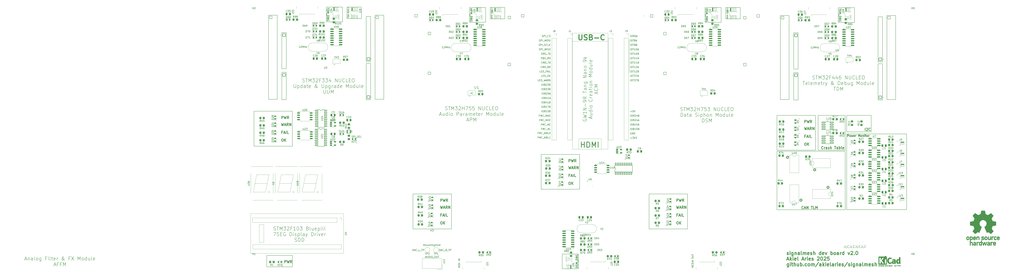
<source format=gbr>
%TF.GenerationSoftware,KiCad,Pcbnew,9.0.2+dfsg-1*%
%TF.CreationDate,2025-07-08T19:26:09-07:00*%
%TF.ProjectId,signalmesh,7369676e-616c-46d6-9573-682e6b696361,rev?*%
%TF.SameCoordinates,Original*%
%TF.FileFunction,Legend,Top*%
%TF.FilePolarity,Positive*%
%FSLAX46Y46*%
G04 Gerber Fmt 4.6, Leading zero omitted, Abs format (unit mm)*
G04 Created by KiCad (PCBNEW 9.0.2+dfsg-1) date 2025-07-08 19:26:09*
%MOMM*%
%LPD*%
G01*
G04 APERTURE LIST*
G04 Aperture macros list*
%AMRoundRect*
0 Rectangle with rounded corners*
0 $1 Rounding radius*
0 $2 $3 $4 $5 $6 $7 $8 $9 X,Y pos of 4 corners*
0 Add a 4 corners polygon primitive as box body*
4,1,4,$2,$3,$4,$5,$6,$7,$8,$9,$2,$3,0*
0 Add four circle primitives for the rounded corners*
1,1,$1+$1,$2,$3*
1,1,$1+$1,$4,$5*
1,1,$1+$1,$6,$7*
1,1,$1+$1,$8,$9*
0 Add four rect primitives between the rounded corners*
20,1,$1+$1,$2,$3,$4,$5,0*
20,1,$1+$1,$4,$5,$6,$7,0*
20,1,$1+$1,$6,$7,$8,$9,0*
20,1,$1+$1,$8,$9,$2,$3,0*%
G04 Aperture macros list end*
%ADD10C,0.200000*%
%ADD11C,0.158750*%
%ADD12C,0.100000*%
%ADD13C,0.150000*%
%ADD14C,0.300000*%
%ADD15C,0.400000*%
%ADD16C,0.600000*%
%ADD17C,0.230000*%
%ADD18C,0.080000*%
%ADD19C,0.010000*%
%ADD20C,0.120000*%
%ADD21C,0.127000*%
%ADD22C,0.152400*%
%ADD23C,0.050800*%
%ADD24C,3.200000*%
%ADD25RoundRect,0.250000X0.350000X0.450000X-0.350000X0.450000X-0.350000X-0.450000X0.350000X-0.450000X0*%
%ADD26RoundRect,0.218750X0.256250X-0.218750X0.256250X0.218750X-0.256250X0.218750X-0.256250X-0.218750X0*%
%ADD27RoundRect,0.218750X-0.218750X-0.256250X0.218750X-0.256250X0.218750X0.256250X-0.218750X0.256250X0*%
%ADD28R,0.850000X0.850000*%
%ADD29C,0.850000*%
%ADD30R,1.524000X2.524000*%
%ADD31O,1.524000X2.524000*%
%ADD32RoundRect,0.150000X-0.825000X-0.150000X0.825000X-0.150000X0.825000X0.150000X-0.825000X0.150000X0*%
%ADD33C,1.500000*%
%ADD34RoundRect,0.250000X-0.350000X-0.450000X0.350000X-0.450000X0.350000X0.450000X-0.350000X0.450000X0*%
%ADD35RoundRect,0.250000X0.450000X-0.350000X0.450000X0.350000X-0.450000X0.350000X-0.450000X-0.350000X0*%
%ADD36RoundRect,0.250000X-0.250000X-0.475000X0.250000X-0.475000X0.250000X0.475000X-0.250000X0.475000X0*%
%ADD37C,1.100000*%
%ADD38R,1.100000X2.500000*%
%ADD39O,1.900000X3.500000*%
%ADD40RoundRect,0.250000X-0.450000X0.350000X-0.450000X-0.350000X0.450000X-0.350000X0.450000X0.350000X0*%
%ADD41RoundRect,0.250000X0.550000X0.550000X-0.550000X0.550000X-0.550000X-0.550000X0.550000X-0.550000X0*%
%ADD42C,1.600000*%
%ADD43RoundRect,0.250000X0.250000X0.475000X-0.250000X0.475000X-0.250000X-0.475000X0.250000X-0.475000X0*%
%ADD44RoundRect,0.218750X-0.256250X0.218750X-0.256250X-0.218750X0.256250X-0.218750X0.256250X0.218750X0*%
%ADD45RoundRect,0.218750X0.218750X0.256250X-0.218750X0.256250X-0.218750X-0.256250X0.218750X-0.256250X0*%
%ADD46RoundRect,0.102000X-0.754000X-0.754000X0.754000X-0.754000X0.754000X0.754000X-0.754000X0.754000X0*%
%ADD47C,1.712000*%
%ADD48R,0.350000X0.500000*%
%ADD49C,2.500000*%
%ADD50R,1.524000X1.524000*%
%ADD51C,1.524000*%
%ADD52R,1.700000X1.700000*%
%ADD53C,1.700000*%
%ADD54RoundRect,0.150000X-0.512500X-0.150000X0.512500X-0.150000X0.512500X0.150000X-0.512500X0.150000X0*%
%ADD55R,1.050000X1.500000*%
%ADD56O,1.050000X1.500000*%
%ADD57RoundRect,0.162500X-0.650000X-0.162500X0.650000X-0.162500X0.650000X0.162500X-0.650000X0.162500X0*%
%ADD58RoundRect,0.250000X-0.550000X-0.550000X0.550000X-0.550000X0.550000X0.550000X-0.550000X0.550000X0*%
%ADD59RoundRect,0.102000X-0.802500X-0.802500X0.802500X-0.802500X0.802500X0.802500X-0.802500X0.802500X0*%
%ADD60C,1.809000*%
%ADD61RoundRect,0.102000X-0.765000X-0.765000X0.765000X-0.765000X0.765000X0.765000X-0.765000X0.765000X0*%
%ADD62C,1.734000*%
%ADD63RoundRect,0.150000X0.825000X0.150000X-0.825000X0.150000X-0.825000X-0.150000X0.825000X-0.150000X0*%
%ADD64RoundRect,0.102000X-0.300000X-0.600000X0.300000X-0.600000X0.300000X0.600000X-0.300000X0.600000X0*%
%ADD65RoundRect,0.250000X-0.550000X0.550000X-0.550000X-0.550000X0.550000X-0.550000X0.550000X0.550000X0*%
%ADD66RoundRect,0.102000X-0.990600X-0.279400X0.990600X-0.279400X0.990600X0.279400X-0.990600X0.279400X0*%
%ADD67RoundRect,0.102000X-0.600000X0.300000X-0.600000X-0.300000X0.600000X-0.300000X0.600000X0.300000X0*%
%ADD68RoundRect,0.250000X0.550000X-0.550000X0.550000X0.550000X-0.550000X0.550000X-0.550000X-0.550000X0*%
%ADD69RoundRect,0.102000X-0.250000X0.200000X-0.250000X-0.200000X0.250000X-0.200000X0.250000X0.200000X0*%
G04 APERTURE END LIST*
D10*
X57984000Y-175921233D02*
X58944000Y-175921233D01*
X57792000Y-176497233D02*
X58464000Y-174481233D01*
X58464000Y-174481233D02*
X59136000Y-176497233D01*
X59808000Y-175153233D02*
X59808000Y-176497233D01*
X59808000Y-175345233D02*
X59904000Y-175249233D01*
X59904000Y-175249233D02*
X60096000Y-175153233D01*
X60096000Y-175153233D02*
X60384000Y-175153233D01*
X60384000Y-175153233D02*
X60576000Y-175249233D01*
X60576000Y-175249233D02*
X60672000Y-175441233D01*
X60672000Y-175441233D02*
X60672000Y-176497233D01*
X62496000Y-176497233D02*
X62496000Y-175441233D01*
X62496000Y-175441233D02*
X62400000Y-175249233D01*
X62400000Y-175249233D02*
X62208000Y-175153233D01*
X62208000Y-175153233D02*
X61824000Y-175153233D01*
X61824000Y-175153233D02*
X61632000Y-175249233D01*
X62496000Y-176401233D02*
X62304000Y-176497233D01*
X62304000Y-176497233D02*
X61824000Y-176497233D01*
X61824000Y-176497233D02*
X61632000Y-176401233D01*
X61632000Y-176401233D02*
X61536000Y-176209233D01*
X61536000Y-176209233D02*
X61536000Y-176017233D01*
X61536000Y-176017233D02*
X61632000Y-175825233D01*
X61632000Y-175825233D02*
X61824000Y-175729233D01*
X61824000Y-175729233D02*
X62304000Y-175729233D01*
X62304000Y-175729233D02*
X62496000Y-175633233D01*
X63744000Y-176497233D02*
X63552000Y-176401233D01*
X63552000Y-176401233D02*
X63456000Y-176209233D01*
X63456000Y-176209233D02*
X63456000Y-174481233D01*
X64800000Y-176497233D02*
X64608000Y-176401233D01*
X64608000Y-176401233D02*
X64512000Y-176305233D01*
X64512000Y-176305233D02*
X64416000Y-176113233D01*
X64416000Y-176113233D02*
X64416000Y-175537233D01*
X64416000Y-175537233D02*
X64512000Y-175345233D01*
X64512000Y-175345233D02*
X64608000Y-175249233D01*
X64608000Y-175249233D02*
X64800000Y-175153233D01*
X64800000Y-175153233D02*
X65088000Y-175153233D01*
X65088000Y-175153233D02*
X65280000Y-175249233D01*
X65280000Y-175249233D02*
X65376000Y-175345233D01*
X65376000Y-175345233D02*
X65472000Y-175537233D01*
X65472000Y-175537233D02*
X65472000Y-176113233D01*
X65472000Y-176113233D02*
X65376000Y-176305233D01*
X65376000Y-176305233D02*
X65280000Y-176401233D01*
X65280000Y-176401233D02*
X65088000Y-176497233D01*
X65088000Y-176497233D02*
X64800000Y-176497233D01*
X67200000Y-175153233D02*
X67200000Y-176785233D01*
X67200000Y-176785233D02*
X67104000Y-176977233D01*
X67104000Y-176977233D02*
X67008000Y-177073233D01*
X67008000Y-177073233D02*
X66816000Y-177169233D01*
X66816000Y-177169233D02*
X66528000Y-177169233D01*
X66528000Y-177169233D02*
X66336000Y-177073233D01*
X67200000Y-176401233D02*
X67008000Y-176497233D01*
X67008000Y-176497233D02*
X66624000Y-176497233D01*
X66624000Y-176497233D02*
X66432000Y-176401233D01*
X66432000Y-176401233D02*
X66336000Y-176305233D01*
X66336000Y-176305233D02*
X66240000Y-176113233D01*
X66240000Y-176113233D02*
X66240000Y-175537233D01*
X66240000Y-175537233D02*
X66336000Y-175345233D01*
X66336000Y-175345233D02*
X66432000Y-175249233D01*
X66432000Y-175249233D02*
X66624000Y-175153233D01*
X66624000Y-175153233D02*
X67008000Y-175153233D01*
X67008000Y-175153233D02*
X67200000Y-175249233D01*
X70368000Y-175441233D02*
X69696000Y-175441233D01*
X69696000Y-176497233D02*
X69696000Y-174481233D01*
X69696000Y-174481233D02*
X70656000Y-174481233D01*
X71424000Y-176497233D02*
X71424000Y-175153233D01*
X71424000Y-174481233D02*
X71328000Y-174577233D01*
X71328000Y-174577233D02*
X71424000Y-174673233D01*
X71424000Y-174673233D02*
X71520000Y-174577233D01*
X71520000Y-174577233D02*
X71424000Y-174481233D01*
X71424000Y-174481233D02*
X71424000Y-174673233D01*
X72672000Y-176497233D02*
X72480000Y-176401233D01*
X72480000Y-176401233D02*
X72384000Y-176209233D01*
X72384000Y-176209233D02*
X72384000Y-174481233D01*
X73152000Y-175153233D02*
X73920000Y-175153233D01*
X73440000Y-174481233D02*
X73440000Y-176209233D01*
X73440000Y-176209233D02*
X73536000Y-176401233D01*
X73536000Y-176401233D02*
X73728000Y-176497233D01*
X73728000Y-176497233D02*
X73920000Y-176497233D01*
X75360000Y-176401233D02*
X75168000Y-176497233D01*
X75168000Y-176497233D02*
X74784000Y-176497233D01*
X74784000Y-176497233D02*
X74592000Y-176401233D01*
X74592000Y-176401233D02*
X74496000Y-176209233D01*
X74496000Y-176209233D02*
X74496000Y-175441233D01*
X74496000Y-175441233D02*
X74592000Y-175249233D01*
X74592000Y-175249233D02*
X74784000Y-175153233D01*
X74784000Y-175153233D02*
X75168000Y-175153233D01*
X75168000Y-175153233D02*
X75360000Y-175249233D01*
X75360000Y-175249233D02*
X75456000Y-175441233D01*
X75456000Y-175441233D02*
X75456000Y-175633233D01*
X75456000Y-175633233D02*
X74496000Y-175825233D01*
X76320000Y-176497233D02*
X76320000Y-175153233D01*
X76320000Y-175537233D02*
X76416000Y-175345233D01*
X76416000Y-175345233D02*
X76512000Y-175249233D01*
X76512000Y-175249233D02*
X76704000Y-175153233D01*
X76704000Y-175153233D02*
X76896000Y-175153233D01*
X80736000Y-176497233D02*
X80640000Y-176497233D01*
X80640000Y-176497233D02*
X80448000Y-176401233D01*
X80448000Y-176401233D02*
X80160000Y-176113233D01*
X80160000Y-176113233D02*
X79680000Y-175537233D01*
X79680000Y-175537233D02*
X79488000Y-175249233D01*
X79488000Y-175249233D02*
X79392000Y-174961233D01*
X79392000Y-174961233D02*
X79392000Y-174769233D01*
X79392000Y-174769233D02*
X79488000Y-174577233D01*
X79488000Y-174577233D02*
X79680000Y-174481233D01*
X79680000Y-174481233D02*
X79776000Y-174481233D01*
X79776000Y-174481233D02*
X79968000Y-174577233D01*
X79968000Y-174577233D02*
X80064000Y-174769233D01*
X80064000Y-174769233D02*
X80064000Y-174865233D01*
X80064000Y-174865233D02*
X79968000Y-175057233D01*
X79968000Y-175057233D02*
X79872000Y-175153233D01*
X79872000Y-175153233D02*
X79296000Y-175537233D01*
X79296000Y-175537233D02*
X79200000Y-175633233D01*
X79200000Y-175633233D02*
X79104000Y-175825233D01*
X79104000Y-175825233D02*
X79104000Y-176113233D01*
X79104000Y-176113233D02*
X79200000Y-176305233D01*
X79200000Y-176305233D02*
X79296000Y-176401233D01*
X79296000Y-176401233D02*
X79488000Y-176497233D01*
X79488000Y-176497233D02*
X79776000Y-176497233D01*
X79776000Y-176497233D02*
X79968000Y-176401233D01*
X79968000Y-176401233D02*
X80064000Y-176305233D01*
X80064000Y-176305233D02*
X80352000Y-175921233D01*
X80352000Y-175921233D02*
X80448000Y-175633233D01*
X80448000Y-175633233D02*
X80448000Y-175441233D01*
X83808000Y-175441233D02*
X83136000Y-175441233D01*
X83136000Y-176497233D02*
X83136000Y-174481233D01*
X83136000Y-174481233D02*
X84096000Y-174481233D01*
X84672000Y-174481233D02*
X86016000Y-176497233D01*
X86016000Y-174481233D02*
X84672000Y-176497233D01*
X88320000Y-176497233D02*
X88320000Y-174481233D01*
X88320000Y-174481233D02*
X88992000Y-175921233D01*
X88992000Y-175921233D02*
X89664000Y-174481233D01*
X89664000Y-174481233D02*
X89664000Y-176497233D01*
X90912000Y-176497233D02*
X90720000Y-176401233D01*
X90720000Y-176401233D02*
X90624000Y-176305233D01*
X90624000Y-176305233D02*
X90528000Y-176113233D01*
X90528000Y-176113233D02*
X90528000Y-175537233D01*
X90528000Y-175537233D02*
X90624000Y-175345233D01*
X90624000Y-175345233D02*
X90720000Y-175249233D01*
X90720000Y-175249233D02*
X90912000Y-175153233D01*
X90912000Y-175153233D02*
X91200000Y-175153233D01*
X91200000Y-175153233D02*
X91392000Y-175249233D01*
X91392000Y-175249233D02*
X91488000Y-175345233D01*
X91488000Y-175345233D02*
X91584000Y-175537233D01*
X91584000Y-175537233D02*
X91584000Y-176113233D01*
X91584000Y-176113233D02*
X91488000Y-176305233D01*
X91488000Y-176305233D02*
X91392000Y-176401233D01*
X91392000Y-176401233D02*
X91200000Y-176497233D01*
X91200000Y-176497233D02*
X90912000Y-176497233D01*
X93312000Y-176497233D02*
X93312000Y-174481233D01*
X93312000Y-176401233D02*
X93120000Y-176497233D01*
X93120000Y-176497233D02*
X92736000Y-176497233D01*
X92736000Y-176497233D02*
X92544000Y-176401233D01*
X92544000Y-176401233D02*
X92448000Y-176305233D01*
X92448000Y-176305233D02*
X92352000Y-176113233D01*
X92352000Y-176113233D02*
X92352000Y-175537233D01*
X92352000Y-175537233D02*
X92448000Y-175345233D01*
X92448000Y-175345233D02*
X92544000Y-175249233D01*
X92544000Y-175249233D02*
X92736000Y-175153233D01*
X92736000Y-175153233D02*
X93120000Y-175153233D01*
X93120000Y-175153233D02*
X93312000Y-175249233D01*
X95136000Y-175153233D02*
X95136000Y-176497233D01*
X94272000Y-175153233D02*
X94272000Y-176209233D01*
X94272000Y-176209233D02*
X94368000Y-176401233D01*
X94368000Y-176401233D02*
X94560000Y-176497233D01*
X94560000Y-176497233D02*
X94848000Y-176497233D01*
X94848000Y-176497233D02*
X95040000Y-176401233D01*
X95040000Y-176401233D02*
X95136000Y-176305233D01*
X96384000Y-176497233D02*
X96192000Y-176401233D01*
X96192000Y-176401233D02*
X96096000Y-176209233D01*
X96096000Y-176209233D02*
X96096000Y-174481233D01*
X97920000Y-176401233D02*
X97728000Y-176497233D01*
X97728000Y-176497233D02*
X97344000Y-176497233D01*
X97344000Y-176497233D02*
X97152000Y-176401233D01*
X97152000Y-176401233D02*
X97056000Y-176209233D01*
X97056000Y-176209233D02*
X97056000Y-175441233D01*
X97056000Y-175441233D02*
X97152000Y-175249233D01*
X97152000Y-175249233D02*
X97344000Y-175153233D01*
X97344000Y-175153233D02*
X97728000Y-175153233D01*
X97728000Y-175153233D02*
X97920000Y-175249233D01*
X97920000Y-175249233D02*
X98016000Y-175441233D01*
X98016000Y-175441233D02*
X98016000Y-175633233D01*
X98016000Y-175633233D02*
X97056000Y-175825233D01*
X74640000Y-179166880D02*
X75600000Y-179166880D01*
X74448000Y-179742880D02*
X75120000Y-177726880D01*
X75120000Y-177726880D02*
X75792000Y-179742880D01*
X77136000Y-178686880D02*
X76464000Y-178686880D01*
X76464000Y-179742880D02*
X76464000Y-177726880D01*
X76464000Y-177726880D02*
X77424000Y-177726880D01*
X78864000Y-178686880D02*
X78192000Y-178686880D01*
X78192000Y-179742880D02*
X78192000Y-177726880D01*
X78192000Y-177726880D02*
X79152000Y-177726880D01*
X79920000Y-179742880D02*
X79920000Y-177726880D01*
X79920000Y-177726880D02*
X80592000Y-179166880D01*
X80592000Y-179166880D02*
X81264000Y-177726880D01*
X81264000Y-177726880D02*
X81264000Y-179742880D01*
D11*
X526883810Y-168059271D02*
X526883810Y-168966414D01*
X526883810Y-168966414D02*
X526823333Y-169147842D01*
X526823333Y-169147842D02*
X526702381Y-169268795D01*
X526702381Y-169268795D02*
X526520952Y-169329271D01*
X526520952Y-169329271D02*
X526400000Y-169329271D01*
X528093333Y-169329271D02*
X527488571Y-169329271D01*
X527488571Y-169329271D02*
X527488571Y-168059271D01*
X529242381Y-169208318D02*
X529181905Y-169268795D01*
X529181905Y-169268795D02*
X529000476Y-169329271D01*
X529000476Y-169329271D02*
X528879524Y-169329271D01*
X528879524Y-169329271D02*
X528698095Y-169268795D01*
X528698095Y-169268795D02*
X528577143Y-169147842D01*
X528577143Y-169147842D02*
X528516666Y-169026890D01*
X528516666Y-169026890D02*
X528456190Y-168784985D01*
X528456190Y-168784985D02*
X528456190Y-168603556D01*
X528456190Y-168603556D02*
X528516666Y-168361652D01*
X528516666Y-168361652D02*
X528577143Y-168240699D01*
X528577143Y-168240699D02*
X528698095Y-168119747D01*
X528698095Y-168119747D02*
X528879524Y-168059271D01*
X528879524Y-168059271D02*
X529000476Y-168059271D01*
X529000476Y-168059271D02*
X529181905Y-168119747D01*
X529181905Y-168119747D02*
X529242381Y-168180223D01*
X530149524Y-168059271D02*
X530149524Y-168966414D01*
X530149524Y-168966414D02*
X530089047Y-169147842D01*
X530089047Y-169147842D02*
X529968095Y-169268795D01*
X529968095Y-169268795D02*
X529786666Y-169329271D01*
X529786666Y-169329271D02*
X529665714Y-169329271D01*
X531359047Y-169329271D02*
X530754285Y-169329271D01*
X530754285Y-169329271D02*
X530754285Y-168059271D01*
X532508095Y-169208318D02*
X532447619Y-169268795D01*
X532447619Y-169268795D02*
X532266190Y-169329271D01*
X532266190Y-169329271D02*
X532145238Y-169329271D01*
X532145238Y-169329271D02*
X531963809Y-169268795D01*
X531963809Y-169268795D02*
X531842857Y-169147842D01*
X531842857Y-169147842D02*
X531782380Y-169026890D01*
X531782380Y-169026890D02*
X531721904Y-168784985D01*
X531721904Y-168784985D02*
X531721904Y-168603556D01*
X531721904Y-168603556D02*
X531782380Y-168361652D01*
X531782380Y-168361652D02*
X531842857Y-168240699D01*
X531842857Y-168240699D02*
X531963809Y-168119747D01*
X531963809Y-168119747D02*
X532145238Y-168059271D01*
X532145238Y-168059271D02*
X532266190Y-168059271D01*
X532266190Y-168059271D02*
X532447619Y-168119747D01*
X532447619Y-168119747D02*
X532508095Y-168180223D01*
X533415238Y-168059271D02*
X533415238Y-168966414D01*
X533415238Y-168966414D02*
X533354761Y-169147842D01*
X533354761Y-169147842D02*
X533233809Y-169268795D01*
X533233809Y-169268795D02*
X533052380Y-169329271D01*
X533052380Y-169329271D02*
X532931428Y-169329271D01*
X534624761Y-169329271D02*
X534019999Y-169329271D01*
X534019999Y-169329271D02*
X534019999Y-168059271D01*
X535773809Y-169208318D02*
X535713333Y-169268795D01*
X535713333Y-169268795D02*
X535531904Y-169329271D01*
X535531904Y-169329271D02*
X535410952Y-169329271D01*
X535410952Y-169329271D02*
X535229523Y-169268795D01*
X535229523Y-169268795D02*
X535108571Y-169147842D01*
X535108571Y-169147842D02*
X535048094Y-169026890D01*
X535048094Y-169026890D02*
X534987618Y-168784985D01*
X534987618Y-168784985D02*
X534987618Y-168603556D01*
X534987618Y-168603556D02*
X535048094Y-168361652D01*
X535048094Y-168361652D02*
X535108571Y-168240699D01*
X535108571Y-168240699D02*
X535229523Y-168119747D01*
X535229523Y-168119747D02*
X535410952Y-168059271D01*
X535410952Y-168059271D02*
X535531904Y-168059271D01*
X535531904Y-168059271D02*
X535713333Y-168119747D01*
X535713333Y-168119747D02*
X535773809Y-168180223D01*
X536680952Y-168059271D02*
X536680952Y-168966414D01*
X536680952Y-168966414D02*
X536620475Y-169147842D01*
X536620475Y-169147842D02*
X536499523Y-169268795D01*
X536499523Y-169268795D02*
X536318094Y-169329271D01*
X536318094Y-169329271D02*
X536197142Y-169329271D01*
X537890475Y-169329271D02*
X537285713Y-169329271D01*
X537285713Y-169329271D02*
X537285713Y-168059271D01*
X539039523Y-169208318D02*
X538979047Y-169268795D01*
X538979047Y-169268795D02*
X538797618Y-169329271D01*
X538797618Y-169329271D02*
X538676666Y-169329271D01*
X538676666Y-169329271D02*
X538495237Y-169268795D01*
X538495237Y-169268795D02*
X538374285Y-169147842D01*
X538374285Y-169147842D02*
X538313808Y-169026890D01*
X538313808Y-169026890D02*
X538253332Y-168784985D01*
X538253332Y-168784985D02*
X538253332Y-168603556D01*
X538253332Y-168603556D02*
X538313808Y-168361652D01*
X538313808Y-168361652D02*
X538374285Y-168240699D01*
X538374285Y-168240699D02*
X538495237Y-168119747D01*
X538495237Y-168119747D02*
X538676666Y-168059271D01*
X538676666Y-168059271D02*
X538797618Y-168059271D01*
X538797618Y-168059271D02*
X538979047Y-168119747D01*
X538979047Y-168119747D02*
X539039523Y-168180223D01*
D10*
X528060000Y-93320000D02*
X542060000Y-93320000D01*
X542060000Y-102820000D01*
X528060000Y-102820000D01*
X528060000Y-93320000D01*
X447000000Y-31400000D02*
X456250000Y-31400000D01*
X456250000Y-39919873D01*
X447000000Y-39919873D01*
X447000000Y-31400000D01*
X458850000Y-31400000D02*
X467150000Y-31400000D01*
X467150000Y-37969873D01*
X458850000Y-37969873D01*
X458850000Y-31400000D01*
X353300000Y-115780000D02*
X375300000Y-115780000D01*
X375300000Y-135780000D01*
X353300000Y-135780000D01*
X353300000Y-115780000D01*
X189000000Y-91000000D02*
X211000000Y-91000000D01*
X211000000Y-111000000D01*
X189000000Y-111000000D01*
X189000000Y-91000000D01*
D12*
X403972500Y-68805000D02*
X404290000Y-68805000D01*
D10*
X365350000Y-172880127D02*
X374600000Y-172880127D01*
X374600000Y-181400000D01*
X365350000Y-181400000D01*
X365350000Y-172880127D01*
X230400000Y-31144873D02*
X239650000Y-31144873D01*
X239650000Y-39664746D01*
X230400000Y-39664746D01*
X230400000Y-31144873D01*
X511660000Y-93320000D02*
X527160000Y-93320000D01*
X527160000Y-113320000D01*
X511660000Y-113320000D01*
X511660000Y-93320000D01*
D12*
X403972500Y-49755000D02*
X404290000Y-49755000D01*
D10*
X242200000Y-31200000D02*
X250500000Y-31200000D01*
X250500000Y-37769873D01*
X242200000Y-37769873D01*
X242200000Y-31200000D01*
X312300000Y-31400000D02*
X321550000Y-31400000D01*
X321550000Y-39919873D01*
X312300000Y-39919873D01*
X312300000Y-31400000D01*
D12*
X371190000Y-46085000D02*
X391510000Y-46085000D01*
X391510000Y-112760000D01*
X371190000Y-112760000D01*
X371190000Y-46085000D01*
D10*
X324150000Y-31350000D02*
X332450000Y-31350000D01*
X332450000Y-37919873D01*
X324150000Y-37919873D01*
X324150000Y-31350000D01*
X528060000Y-103975000D02*
X562310000Y-103975000D01*
X562310000Y-147425000D01*
X528060000Y-147425000D01*
X528060000Y-103975000D01*
X523250000Y-31500000D02*
X532500000Y-31500000D01*
X532500000Y-40019873D01*
X523250000Y-40019873D01*
X523250000Y-31500000D01*
X196287500Y-173750000D02*
X211037500Y-173750000D01*
X211037500Y-180250000D01*
X196287500Y-180250000D01*
X196287500Y-173750000D01*
X415000000Y-138500000D02*
X437000000Y-138500000D01*
X437000000Y-158500000D01*
X415000000Y-158500000D01*
X415000000Y-138500000D01*
D12*
X403590000Y-49755000D02*
X403590000Y-68805000D01*
D10*
X279950000Y-138500000D02*
X301950000Y-138500000D01*
X301950000Y-158500000D01*
X279950000Y-158500000D01*
X279950000Y-138500000D01*
X488170000Y-93320000D02*
X510170000Y-93320000D01*
X510170000Y-113320000D01*
X488170000Y-113320000D01*
X488170000Y-93320000D01*
D12*
X371191459Y-46085980D02*
X391511459Y-46085980D01*
X391511459Y-50848480D01*
X371191459Y-50848480D01*
X371191459Y-46085980D01*
X374683959Y-106728480D02*
X387701459Y-106728480D01*
X387701459Y-112760980D01*
X374683959Y-112760980D01*
X374683959Y-106728480D01*
D10*
X488160000Y-113920000D02*
X527160000Y-113920000D01*
X527160000Y-147520000D01*
X488160000Y-147520000D01*
X488160000Y-113920000D01*
X433056000Y-90655586D02*
X433344000Y-90751586D01*
X433344000Y-90751586D02*
X433824000Y-90751586D01*
X433824000Y-90751586D02*
X434016000Y-90655586D01*
X434016000Y-90655586D02*
X434112000Y-90559586D01*
X434112000Y-90559586D02*
X434208000Y-90367586D01*
X434208000Y-90367586D02*
X434208000Y-90175586D01*
X434208000Y-90175586D02*
X434112000Y-89983586D01*
X434112000Y-89983586D02*
X434016000Y-89887586D01*
X434016000Y-89887586D02*
X433824000Y-89791586D01*
X433824000Y-89791586D02*
X433440000Y-89695586D01*
X433440000Y-89695586D02*
X433248000Y-89599586D01*
X433248000Y-89599586D02*
X433152000Y-89503586D01*
X433152000Y-89503586D02*
X433056000Y-89311586D01*
X433056000Y-89311586D02*
X433056000Y-89119586D01*
X433056000Y-89119586D02*
X433152000Y-88927586D01*
X433152000Y-88927586D02*
X433248000Y-88831586D01*
X433248000Y-88831586D02*
X433440000Y-88735586D01*
X433440000Y-88735586D02*
X433920000Y-88735586D01*
X433920000Y-88735586D02*
X434208000Y-88831586D01*
X434784000Y-88735586D02*
X435936000Y-88735586D01*
X435360000Y-90751586D02*
X435360000Y-88735586D01*
X436608000Y-90751586D02*
X436608000Y-88735586D01*
X436608000Y-88735586D02*
X437280000Y-90175586D01*
X437280000Y-90175586D02*
X437952000Y-88735586D01*
X437952000Y-88735586D02*
X437952000Y-90751586D01*
X438720000Y-88735586D02*
X439968000Y-88735586D01*
X439968000Y-88735586D02*
X439296000Y-89503586D01*
X439296000Y-89503586D02*
X439584000Y-89503586D01*
X439584000Y-89503586D02*
X439776000Y-89599586D01*
X439776000Y-89599586D02*
X439872000Y-89695586D01*
X439872000Y-89695586D02*
X439968000Y-89887586D01*
X439968000Y-89887586D02*
X439968000Y-90367586D01*
X439968000Y-90367586D02*
X439872000Y-90559586D01*
X439872000Y-90559586D02*
X439776000Y-90655586D01*
X439776000Y-90655586D02*
X439584000Y-90751586D01*
X439584000Y-90751586D02*
X439008000Y-90751586D01*
X439008000Y-90751586D02*
X438816000Y-90655586D01*
X438816000Y-90655586D02*
X438720000Y-90559586D01*
X440736000Y-88927586D02*
X440832000Y-88831586D01*
X440832000Y-88831586D02*
X441024000Y-88735586D01*
X441024000Y-88735586D02*
X441504000Y-88735586D01*
X441504000Y-88735586D02*
X441696000Y-88831586D01*
X441696000Y-88831586D02*
X441792000Y-88927586D01*
X441792000Y-88927586D02*
X441888000Y-89119586D01*
X441888000Y-89119586D02*
X441888000Y-89311586D01*
X441888000Y-89311586D02*
X441792000Y-89599586D01*
X441792000Y-89599586D02*
X440640000Y-90751586D01*
X440640000Y-90751586D02*
X441888000Y-90751586D01*
X442752000Y-90751586D02*
X442752000Y-88735586D01*
X442752000Y-89695586D02*
X443904000Y-89695586D01*
X443904000Y-90751586D02*
X443904000Y-88735586D01*
X444672000Y-88735586D02*
X446016000Y-88735586D01*
X446016000Y-88735586D02*
X445152000Y-90751586D01*
X447744000Y-88735586D02*
X446784000Y-88735586D01*
X446784000Y-88735586D02*
X446688000Y-89695586D01*
X446688000Y-89695586D02*
X446784000Y-89599586D01*
X446784000Y-89599586D02*
X446976000Y-89503586D01*
X446976000Y-89503586D02*
X447456000Y-89503586D01*
X447456000Y-89503586D02*
X447648000Y-89599586D01*
X447648000Y-89599586D02*
X447744000Y-89695586D01*
X447744000Y-89695586D02*
X447840000Y-89887586D01*
X447840000Y-89887586D02*
X447840000Y-90367586D01*
X447840000Y-90367586D02*
X447744000Y-90559586D01*
X447744000Y-90559586D02*
X447648000Y-90655586D01*
X447648000Y-90655586D02*
X447456000Y-90751586D01*
X447456000Y-90751586D02*
X446976000Y-90751586D01*
X446976000Y-90751586D02*
X446784000Y-90655586D01*
X446784000Y-90655586D02*
X446688000Y-90559586D01*
X448512000Y-88735586D02*
X449760000Y-88735586D01*
X449760000Y-88735586D02*
X449088000Y-89503586D01*
X449088000Y-89503586D02*
X449376000Y-89503586D01*
X449376000Y-89503586D02*
X449568000Y-89599586D01*
X449568000Y-89599586D02*
X449664000Y-89695586D01*
X449664000Y-89695586D02*
X449760000Y-89887586D01*
X449760000Y-89887586D02*
X449760000Y-90367586D01*
X449760000Y-90367586D02*
X449664000Y-90559586D01*
X449664000Y-90559586D02*
X449568000Y-90655586D01*
X449568000Y-90655586D02*
X449376000Y-90751586D01*
X449376000Y-90751586D02*
X448800000Y-90751586D01*
X448800000Y-90751586D02*
X448608000Y-90655586D01*
X448608000Y-90655586D02*
X448512000Y-90559586D01*
X452160000Y-90751586D02*
X452160000Y-88735586D01*
X452160000Y-88735586D02*
X453312000Y-90751586D01*
X453312000Y-90751586D02*
X453312000Y-88735586D01*
X454272000Y-88735586D02*
X454272000Y-90367586D01*
X454272000Y-90367586D02*
X454368000Y-90559586D01*
X454368000Y-90559586D02*
X454464000Y-90655586D01*
X454464000Y-90655586D02*
X454656000Y-90751586D01*
X454656000Y-90751586D02*
X455040000Y-90751586D01*
X455040000Y-90751586D02*
X455232000Y-90655586D01*
X455232000Y-90655586D02*
X455328000Y-90559586D01*
X455328000Y-90559586D02*
X455424000Y-90367586D01*
X455424000Y-90367586D02*
X455424000Y-88735586D01*
X457536000Y-90559586D02*
X457440000Y-90655586D01*
X457440000Y-90655586D02*
X457152000Y-90751586D01*
X457152000Y-90751586D02*
X456960000Y-90751586D01*
X456960000Y-90751586D02*
X456672000Y-90655586D01*
X456672000Y-90655586D02*
X456480000Y-90463586D01*
X456480000Y-90463586D02*
X456384000Y-90271586D01*
X456384000Y-90271586D02*
X456288000Y-89887586D01*
X456288000Y-89887586D02*
X456288000Y-89599586D01*
X456288000Y-89599586D02*
X456384000Y-89215586D01*
X456384000Y-89215586D02*
X456480000Y-89023586D01*
X456480000Y-89023586D02*
X456672000Y-88831586D01*
X456672000Y-88831586D02*
X456960000Y-88735586D01*
X456960000Y-88735586D02*
X457152000Y-88735586D01*
X457152000Y-88735586D02*
X457440000Y-88831586D01*
X457440000Y-88831586D02*
X457536000Y-88927586D01*
X459360000Y-90751586D02*
X458400000Y-90751586D01*
X458400000Y-90751586D02*
X458400000Y-88735586D01*
X460032000Y-89695586D02*
X460704000Y-89695586D01*
X460992000Y-90751586D02*
X460032000Y-90751586D01*
X460032000Y-90751586D02*
X460032000Y-88735586D01*
X460032000Y-88735586D02*
X460992000Y-88735586D01*
X462240000Y-88735586D02*
X462624000Y-88735586D01*
X462624000Y-88735586D02*
X462816000Y-88831586D01*
X462816000Y-88831586D02*
X463008000Y-89023586D01*
X463008000Y-89023586D02*
X463104000Y-89407586D01*
X463104000Y-89407586D02*
X463104000Y-90079586D01*
X463104000Y-90079586D02*
X463008000Y-90463586D01*
X463008000Y-90463586D02*
X462816000Y-90655586D01*
X462816000Y-90655586D02*
X462624000Y-90751586D01*
X462624000Y-90751586D02*
X462240000Y-90751586D01*
X462240000Y-90751586D02*
X462048000Y-90655586D01*
X462048000Y-90655586D02*
X461856000Y-90463586D01*
X461856000Y-90463586D02*
X461760000Y-90079586D01*
X461760000Y-90079586D02*
X461760000Y-89407586D01*
X461760000Y-89407586D02*
X461856000Y-89023586D01*
X461856000Y-89023586D02*
X462048000Y-88831586D01*
X462048000Y-88831586D02*
X462240000Y-88735586D01*
X433248000Y-93997233D02*
X433248000Y-91981233D01*
X433248000Y-91981233D02*
X433728000Y-91981233D01*
X433728000Y-91981233D02*
X434016000Y-92077233D01*
X434016000Y-92077233D02*
X434208000Y-92269233D01*
X434208000Y-92269233D02*
X434304000Y-92461233D01*
X434304000Y-92461233D02*
X434400000Y-92845233D01*
X434400000Y-92845233D02*
X434400000Y-93133233D01*
X434400000Y-93133233D02*
X434304000Y-93517233D01*
X434304000Y-93517233D02*
X434208000Y-93709233D01*
X434208000Y-93709233D02*
X434016000Y-93901233D01*
X434016000Y-93901233D02*
X433728000Y-93997233D01*
X433728000Y-93997233D02*
X433248000Y-93997233D01*
X436128000Y-93997233D02*
X436128000Y-92941233D01*
X436128000Y-92941233D02*
X436032000Y-92749233D01*
X436032000Y-92749233D02*
X435840000Y-92653233D01*
X435840000Y-92653233D02*
X435456000Y-92653233D01*
X435456000Y-92653233D02*
X435264000Y-92749233D01*
X436128000Y-93901233D02*
X435936000Y-93997233D01*
X435936000Y-93997233D02*
X435456000Y-93997233D01*
X435456000Y-93997233D02*
X435264000Y-93901233D01*
X435264000Y-93901233D02*
X435168000Y-93709233D01*
X435168000Y-93709233D02*
X435168000Y-93517233D01*
X435168000Y-93517233D02*
X435264000Y-93325233D01*
X435264000Y-93325233D02*
X435456000Y-93229233D01*
X435456000Y-93229233D02*
X435936000Y-93229233D01*
X435936000Y-93229233D02*
X436128000Y-93133233D01*
X436800000Y-92653233D02*
X437568000Y-92653233D01*
X437088000Y-91981233D02*
X437088000Y-93709233D01*
X437088000Y-93709233D02*
X437184000Y-93901233D01*
X437184000Y-93901233D02*
X437376000Y-93997233D01*
X437376000Y-93997233D02*
X437568000Y-93997233D01*
X439104000Y-93997233D02*
X439104000Y-92941233D01*
X439104000Y-92941233D02*
X439008000Y-92749233D01*
X439008000Y-92749233D02*
X438816000Y-92653233D01*
X438816000Y-92653233D02*
X438432000Y-92653233D01*
X438432000Y-92653233D02*
X438240000Y-92749233D01*
X439104000Y-93901233D02*
X438912000Y-93997233D01*
X438912000Y-93997233D02*
X438432000Y-93997233D01*
X438432000Y-93997233D02*
X438240000Y-93901233D01*
X438240000Y-93901233D02*
X438144000Y-93709233D01*
X438144000Y-93709233D02*
X438144000Y-93517233D01*
X438144000Y-93517233D02*
X438240000Y-93325233D01*
X438240000Y-93325233D02*
X438432000Y-93229233D01*
X438432000Y-93229233D02*
X438912000Y-93229233D01*
X438912000Y-93229233D02*
X439104000Y-93133233D01*
X441504000Y-93901233D02*
X441792000Y-93997233D01*
X441792000Y-93997233D02*
X442272000Y-93997233D01*
X442272000Y-93997233D02*
X442464000Y-93901233D01*
X442464000Y-93901233D02*
X442560000Y-93805233D01*
X442560000Y-93805233D02*
X442656000Y-93613233D01*
X442656000Y-93613233D02*
X442656000Y-93421233D01*
X442656000Y-93421233D02*
X442560000Y-93229233D01*
X442560000Y-93229233D02*
X442464000Y-93133233D01*
X442464000Y-93133233D02*
X442272000Y-93037233D01*
X442272000Y-93037233D02*
X441888000Y-92941233D01*
X441888000Y-92941233D02*
X441696000Y-92845233D01*
X441696000Y-92845233D02*
X441600000Y-92749233D01*
X441600000Y-92749233D02*
X441504000Y-92557233D01*
X441504000Y-92557233D02*
X441504000Y-92365233D01*
X441504000Y-92365233D02*
X441600000Y-92173233D01*
X441600000Y-92173233D02*
X441696000Y-92077233D01*
X441696000Y-92077233D02*
X441888000Y-91981233D01*
X441888000Y-91981233D02*
X442368000Y-91981233D01*
X442368000Y-91981233D02*
X442656000Y-92077233D01*
X443520000Y-93997233D02*
X443520000Y-92653233D01*
X443520000Y-91981233D02*
X443424000Y-92077233D01*
X443424000Y-92077233D02*
X443520000Y-92173233D01*
X443520000Y-92173233D02*
X443616000Y-92077233D01*
X443616000Y-92077233D02*
X443520000Y-91981233D01*
X443520000Y-91981233D02*
X443520000Y-92173233D01*
X444480000Y-92653233D02*
X444480000Y-94669233D01*
X444480000Y-92749233D02*
X444672000Y-92653233D01*
X444672000Y-92653233D02*
X445056000Y-92653233D01*
X445056000Y-92653233D02*
X445248000Y-92749233D01*
X445248000Y-92749233D02*
X445344000Y-92845233D01*
X445344000Y-92845233D02*
X445440000Y-93037233D01*
X445440000Y-93037233D02*
X445440000Y-93613233D01*
X445440000Y-93613233D02*
X445344000Y-93805233D01*
X445344000Y-93805233D02*
X445248000Y-93901233D01*
X445248000Y-93901233D02*
X445056000Y-93997233D01*
X445056000Y-93997233D02*
X444672000Y-93997233D01*
X444672000Y-93997233D02*
X444480000Y-93901233D01*
X446304000Y-93997233D02*
X446304000Y-91981233D01*
X447168000Y-93997233D02*
X447168000Y-92941233D01*
X447168000Y-92941233D02*
X447072000Y-92749233D01*
X447072000Y-92749233D02*
X446880000Y-92653233D01*
X446880000Y-92653233D02*
X446592000Y-92653233D01*
X446592000Y-92653233D02*
X446400000Y-92749233D01*
X446400000Y-92749233D02*
X446304000Y-92845233D01*
X448416000Y-93997233D02*
X448224000Y-93901233D01*
X448224000Y-93901233D02*
X448128000Y-93805233D01*
X448128000Y-93805233D02*
X448032000Y-93613233D01*
X448032000Y-93613233D02*
X448032000Y-93037233D01*
X448032000Y-93037233D02*
X448128000Y-92845233D01*
X448128000Y-92845233D02*
X448224000Y-92749233D01*
X448224000Y-92749233D02*
X448416000Y-92653233D01*
X448416000Y-92653233D02*
X448704000Y-92653233D01*
X448704000Y-92653233D02*
X448896000Y-92749233D01*
X448896000Y-92749233D02*
X448992000Y-92845233D01*
X448992000Y-92845233D02*
X449088000Y-93037233D01*
X449088000Y-93037233D02*
X449088000Y-93613233D01*
X449088000Y-93613233D02*
X448992000Y-93805233D01*
X448992000Y-93805233D02*
X448896000Y-93901233D01*
X448896000Y-93901233D02*
X448704000Y-93997233D01*
X448704000Y-93997233D02*
X448416000Y-93997233D01*
X449952000Y-92653233D02*
X449952000Y-93997233D01*
X449952000Y-92845233D02*
X450048000Y-92749233D01*
X450048000Y-92749233D02*
X450240000Y-92653233D01*
X450240000Y-92653233D02*
X450528000Y-92653233D01*
X450528000Y-92653233D02*
X450720000Y-92749233D01*
X450720000Y-92749233D02*
X450816000Y-92941233D01*
X450816000Y-92941233D02*
X450816000Y-93997233D01*
X453312000Y-93997233D02*
X453312000Y-91981233D01*
X453312000Y-91981233D02*
X453984000Y-93421233D01*
X453984000Y-93421233D02*
X454656000Y-91981233D01*
X454656000Y-91981233D02*
X454656000Y-93997233D01*
X455904000Y-93997233D02*
X455712000Y-93901233D01*
X455712000Y-93901233D02*
X455616000Y-93805233D01*
X455616000Y-93805233D02*
X455520000Y-93613233D01*
X455520000Y-93613233D02*
X455520000Y-93037233D01*
X455520000Y-93037233D02*
X455616000Y-92845233D01*
X455616000Y-92845233D02*
X455712000Y-92749233D01*
X455712000Y-92749233D02*
X455904000Y-92653233D01*
X455904000Y-92653233D02*
X456192000Y-92653233D01*
X456192000Y-92653233D02*
X456384000Y-92749233D01*
X456384000Y-92749233D02*
X456480000Y-92845233D01*
X456480000Y-92845233D02*
X456576000Y-93037233D01*
X456576000Y-93037233D02*
X456576000Y-93613233D01*
X456576000Y-93613233D02*
X456480000Y-93805233D01*
X456480000Y-93805233D02*
X456384000Y-93901233D01*
X456384000Y-93901233D02*
X456192000Y-93997233D01*
X456192000Y-93997233D02*
X455904000Y-93997233D01*
X458304000Y-93997233D02*
X458304000Y-91981233D01*
X458304000Y-93901233D02*
X458112000Y-93997233D01*
X458112000Y-93997233D02*
X457728000Y-93997233D01*
X457728000Y-93997233D02*
X457536000Y-93901233D01*
X457536000Y-93901233D02*
X457440000Y-93805233D01*
X457440000Y-93805233D02*
X457344000Y-93613233D01*
X457344000Y-93613233D02*
X457344000Y-93037233D01*
X457344000Y-93037233D02*
X457440000Y-92845233D01*
X457440000Y-92845233D02*
X457536000Y-92749233D01*
X457536000Y-92749233D02*
X457728000Y-92653233D01*
X457728000Y-92653233D02*
X458112000Y-92653233D01*
X458112000Y-92653233D02*
X458304000Y-92749233D01*
X460128000Y-92653233D02*
X460128000Y-93997233D01*
X459264000Y-92653233D02*
X459264000Y-93709233D01*
X459264000Y-93709233D02*
X459360000Y-93901233D01*
X459360000Y-93901233D02*
X459552000Y-93997233D01*
X459552000Y-93997233D02*
X459840000Y-93997233D01*
X459840000Y-93997233D02*
X460032000Y-93901233D01*
X460032000Y-93901233D02*
X460128000Y-93805233D01*
X461376000Y-93997233D02*
X461184000Y-93901233D01*
X461184000Y-93901233D02*
X461088000Y-93709233D01*
X461088000Y-93709233D02*
X461088000Y-91981233D01*
X462912000Y-93901233D02*
X462720000Y-93997233D01*
X462720000Y-93997233D02*
X462336000Y-93997233D01*
X462336000Y-93997233D02*
X462144000Y-93901233D01*
X462144000Y-93901233D02*
X462048000Y-93709233D01*
X462048000Y-93709233D02*
X462048000Y-92941233D01*
X462048000Y-92941233D02*
X462144000Y-92749233D01*
X462144000Y-92749233D02*
X462336000Y-92653233D01*
X462336000Y-92653233D02*
X462720000Y-92653233D01*
X462720000Y-92653233D02*
X462912000Y-92749233D01*
X462912000Y-92749233D02*
X463008000Y-92941233D01*
X463008000Y-92941233D02*
X463008000Y-93133233D01*
X463008000Y-93133233D02*
X462048000Y-93325233D01*
X445440000Y-97242880D02*
X445440000Y-95226880D01*
X445440000Y-95226880D02*
X445920000Y-95226880D01*
X445920000Y-95226880D02*
X446208000Y-95322880D01*
X446208000Y-95322880D02*
X446400000Y-95514880D01*
X446400000Y-95514880D02*
X446496000Y-95706880D01*
X446496000Y-95706880D02*
X446592000Y-96090880D01*
X446592000Y-96090880D02*
X446592000Y-96378880D01*
X446592000Y-96378880D02*
X446496000Y-96762880D01*
X446496000Y-96762880D02*
X446400000Y-96954880D01*
X446400000Y-96954880D02*
X446208000Y-97146880D01*
X446208000Y-97146880D02*
X445920000Y-97242880D01*
X445920000Y-97242880D02*
X445440000Y-97242880D01*
X447360000Y-97146880D02*
X447648000Y-97242880D01*
X447648000Y-97242880D02*
X448128000Y-97242880D01*
X448128000Y-97242880D02*
X448320000Y-97146880D01*
X448320000Y-97146880D02*
X448416000Y-97050880D01*
X448416000Y-97050880D02*
X448512000Y-96858880D01*
X448512000Y-96858880D02*
X448512000Y-96666880D01*
X448512000Y-96666880D02*
X448416000Y-96474880D01*
X448416000Y-96474880D02*
X448320000Y-96378880D01*
X448320000Y-96378880D02*
X448128000Y-96282880D01*
X448128000Y-96282880D02*
X447744000Y-96186880D01*
X447744000Y-96186880D02*
X447552000Y-96090880D01*
X447552000Y-96090880D02*
X447456000Y-95994880D01*
X447456000Y-95994880D02*
X447360000Y-95802880D01*
X447360000Y-95802880D02*
X447360000Y-95610880D01*
X447360000Y-95610880D02*
X447456000Y-95418880D01*
X447456000Y-95418880D02*
X447552000Y-95322880D01*
X447552000Y-95322880D02*
X447744000Y-95226880D01*
X447744000Y-95226880D02*
X448224000Y-95226880D01*
X448224000Y-95226880D02*
X448512000Y-95322880D01*
X449376000Y-97242880D02*
X449376000Y-95226880D01*
X449376000Y-95226880D02*
X450048000Y-96666880D01*
X450048000Y-96666880D02*
X450720000Y-95226880D01*
X450720000Y-95226880D02*
X450720000Y-97242880D01*
D13*
X242650414Y-37429887D02*
X242650414Y-37001316D01*
X243400414Y-37215601D02*
X242650414Y-37215601D01*
X243400414Y-36751315D02*
X242650414Y-36751315D01*
X242650414Y-36751315D02*
X242650414Y-36572744D01*
X242650414Y-36572744D02*
X242686128Y-36465601D01*
X242686128Y-36465601D02*
X242757557Y-36394172D01*
X242757557Y-36394172D02*
X242828985Y-36358458D01*
X242828985Y-36358458D02*
X242971842Y-36322744D01*
X242971842Y-36322744D02*
X243078985Y-36322744D01*
X243078985Y-36322744D02*
X243221842Y-36358458D01*
X243221842Y-36358458D02*
X243293271Y-36394172D01*
X243293271Y-36394172D02*
X243364700Y-36465601D01*
X243364700Y-36465601D02*
X243400414Y-36572744D01*
X243400414Y-36572744D02*
X243400414Y-36751315D01*
X243400414Y-36001315D02*
X242650414Y-36001315D01*
X242650414Y-36001315D02*
X243186128Y-35751315D01*
X243186128Y-35751315D02*
X242650414Y-35501315D01*
X242650414Y-35501315D02*
X243400414Y-35501315D01*
X243400414Y-34572743D02*
X242650414Y-34572743D01*
X242650414Y-34572743D02*
X242650414Y-34394172D01*
X242650414Y-34394172D02*
X242686128Y-34287029D01*
X242686128Y-34287029D02*
X242757557Y-34215600D01*
X242757557Y-34215600D02*
X242828985Y-34179886D01*
X242828985Y-34179886D02*
X242971842Y-34144172D01*
X242971842Y-34144172D02*
X243078985Y-34144172D01*
X243078985Y-34144172D02*
X243221842Y-34179886D01*
X243221842Y-34179886D02*
X243293271Y-34215600D01*
X243293271Y-34215600D02*
X243364700Y-34287029D01*
X243364700Y-34287029D02*
X243400414Y-34394172D01*
X243400414Y-34394172D02*
X243400414Y-34572743D01*
X243364700Y-33858457D02*
X243400414Y-33751315D01*
X243400414Y-33751315D02*
X243400414Y-33572743D01*
X243400414Y-33572743D02*
X243364700Y-33501315D01*
X243364700Y-33501315D02*
X243328985Y-33465600D01*
X243328985Y-33465600D02*
X243257557Y-33429886D01*
X243257557Y-33429886D02*
X243186128Y-33429886D01*
X243186128Y-33429886D02*
X243114700Y-33465600D01*
X243114700Y-33465600D02*
X243078985Y-33501315D01*
X243078985Y-33501315D02*
X243043271Y-33572743D01*
X243043271Y-33572743D02*
X243007557Y-33715600D01*
X243007557Y-33715600D02*
X242971842Y-33787029D01*
X242971842Y-33787029D02*
X242936128Y-33822743D01*
X242936128Y-33822743D02*
X242864700Y-33858457D01*
X242864700Y-33858457D02*
X242793271Y-33858457D01*
X242793271Y-33858457D02*
X242721842Y-33822743D01*
X242721842Y-33822743D02*
X242686128Y-33787029D01*
X242686128Y-33787029D02*
X242650414Y-33715600D01*
X242650414Y-33715600D02*
X242650414Y-33537029D01*
X242650414Y-33537029D02*
X242686128Y-33429886D01*
X243400414Y-33108457D02*
X242650414Y-33108457D01*
X242650414Y-33108457D02*
X242650414Y-32822743D01*
X242650414Y-32822743D02*
X242686128Y-32751314D01*
X242686128Y-32751314D02*
X242721842Y-32715600D01*
X242721842Y-32715600D02*
X242793271Y-32679886D01*
X242793271Y-32679886D02*
X242900414Y-32679886D01*
X242900414Y-32679886D02*
X242971842Y-32715600D01*
X242971842Y-32715600D02*
X243007557Y-32751314D01*
X243007557Y-32751314D02*
X243043271Y-32822743D01*
X243043271Y-32822743D02*
X243043271Y-33108457D01*
X243400414Y-32001314D02*
X243400414Y-32358457D01*
X243400414Y-32358457D02*
X242650414Y-32358457D01*
X243043271Y-31608457D02*
X243400414Y-31608457D01*
X242650414Y-31858457D02*
X243043271Y-31608457D01*
X243043271Y-31608457D02*
X242650414Y-31358457D01*
D14*
X206592010Y-178050828D02*
X206592010Y-176550828D01*
X206592010Y-176550828D02*
X207163439Y-176550828D01*
X207163439Y-176550828D02*
X207306296Y-176622257D01*
X207306296Y-176622257D02*
X207377725Y-176693685D01*
X207377725Y-176693685D02*
X207449153Y-176836542D01*
X207449153Y-176836542D02*
X207449153Y-177050828D01*
X207449153Y-177050828D02*
X207377725Y-177193685D01*
X207377725Y-177193685D02*
X207306296Y-177265114D01*
X207306296Y-177265114D02*
X207163439Y-177336542D01*
X207163439Y-177336542D02*
X206592010Y-177336542D01*
X207949153Y-176550828D02*
X208306296Y-178050828D01*
X208306296Y-178050828D02*
X208592010Y-176979400D01*
X208592010Y-176979400D02*
X208877725Y-178050828D01*
X208877725Y-178050828D02*
X209234868Y-176550828D01*
X210663439Y-178050828D02*
X210163439Y-177336542D01*
X209806296Y-178050828D02*
X209806296Y-176550828D01*
X209806296Y-176550828D02*
X210377725Y-176550828D01*
X210377725Y-176550828D02*
X210520582Y-176622257D01*
X210520582Y-176622257D02*
X210592011Y-176693685D01*
X210592011Y-176693685D02*
X210663439Y-176836542D01*
X210663439Y-176836542D02*
X210663439Y-177050828D01*
X210663439Y-177050828D02*
X210592011Y-177193685D01*
X210592011Y-177193685D02*
X210520582Y-177265114D01*
X210520582Y-177265114D02*
X210377725Y-177336542D01*
X210377725Y-177336542D02*
X209806296Y-177336542D01*
D12*
X529670038Y-37857243D02*
X529622419Y-37952481D01*
X529622419Y-37952481D02*
X529622419Y-38095338D01*
X529622419Y-38095338D02*
X529670038Y-38238195D01*
X529670038Y-38238195D02*
X529765276Y-38333433D01*
X529765276Y-38333433D02*
X529860514Y-38381052D01*
X529860514Y-38381052D02*
X530050990Y-38428671D01*
X530050990Y-38428671D02*
X530193847Y-38428671D01*
X530193847Y-38428671D02*
X530384323Y-38381052D01*
X530384323Y-38381052D02*
X530479561Y-38333433D01*
X530479561Y-38333433D02*
X530574800Y-38238195D01*
X530574800Y-38238195D02*
X530622419Y-38095338D01*
X530622419Y-38095338D02*
X530622419Y-38000100D01*
X530622419Y-38000100D02*
X530574800Y-37857243D01*
X530574800Y-37857243D02*
X530527180Y-37809624D01*
X530527180Y-37809624D02*
X530193847Y-37809624D01*
X530193847Y-37809624D02*
X530193847Y-38000100D01*
X530622419Y-37381052D02*
X529622419Y-37381052D01*
X529622419Y-37381052D02*
X530622419Y-36809624D01*
X530622419Y-36809624D02*
X529622419Y-36809624D01*
X530622419Y-36333433D02*
X529622419Y-36333433D01*
X529622419Y-36333433D02*
X529622419Y-36095338D01*
X529622419Y-36095338D02*
X529670038Y-35952481D01*
X529670038Y-35952481D02*
X529765276Y-35857243D01*
X529765276Y-35857243D02*
X529860514Y-35809624D01*
X529860514Y-35809624D02*
X530050990Y-35762005D01*
X530050990Y-35762005D02*
X530193847Y-35762005D01*
X530193847Y-35762005D02*
X530384323Y-35809624D01*
X530384323Y-35809624D02*
X530479561Y-35857243D01*
X530479561Y-35857243D02*
X530574800Y-35952481D01*
X530574800Y-35952481D02*
X530622419Y-36095338D01*
X530622419Y-36095338D02*
X530622419Y-36333433D01*
D14*
X204711653Y-97800828D02*
X205068796Y-99300828D01*
X205068796Y-99300828D02*
X205354510Y-98229400D01*
X205354510Y-98229400D02*
X205640225Y-99300828D01*
X205640225Y-99300828D02*
X205997368Y-97800828D01*
X206497368Y-98872257D02*
X207211654Y-98872257D01*
X206354511Y-99300828D02*
X206854511Y-97800828D01*
X206854511Y-97800828D02*
X207354511Y-99300828D01*
X208711653Y-99300828D02*
X208211653Y-98586542D01*
X207854510Y-99300828D02*
X207854510Y-97800828D01*
X207854510Y-97800828D02*
X208425939Y-97800828D01*
X208425939Y-97800828D02*
X208568796Y-97872257D01*
X208568796Y-97872257D02*
X208640225Y-97943685D01*
X208640225Y-97943685D02*
X208711653Y-98086542D01*
X208711653Y-98086542D02*
X208711653Y-98300828D01*
X208711653Y-98300828D02*
X208640225Y-98443685D01*
X208640225Y-98443685D02*
X208568796Y-98515114D01*
X208568796Y-98515114D02*
X208425939Y-98586542D01*
X208425939Y-98586542D02*
X207854510Y-98586542D01*
X209354510Y-99300828D02*
X209354510Y-97800828D01*
X209354510Y-97800828D02*
X210211653Y-99300828D01*
X210211653Y-99300828D02*
X210211653Y-97800828D01*
D12*
X315922419Y-37757242D02*
X315922419Y-37185814D01*
X316922419Y-37471528D02*
X315922419Y-37471528D01*
X315922419Y-36947718D02*
X316922419Y-36281052D01*
X315922419Y-36281052D02*
X316922419Y-36947718D01*
D14*
X431354510Y-150515114D02*
X430854510Y-150515114D01*
X430854510Y-151300828D02*
X430854510Y-149800828D01*
X430854510Y-149800828D02*
X431568796Y-149800828D01*
X432068796Y-150872257D02*
X432783082Y-150872257D01*
X431925939Y-151300828D02*
X432425939Y-149800828D01*
X432425939Y-149800828D02*
X432925939Y-151300828D01*
X433425938Y-151300828D02*
X433425938Y-149800828D01*
X434854510Y-151300828D02*
X434140224Y-151300828D01*
X434140224Y-151300828D02*
X434140224Y-149800828D01*
X504310225Y-109120828D02*
X504595939Y-109120828D01*
X504595939Y-109120828D02*
X504738796Y-109192257D01*
X504738796Y-109192257D02*
X504881653Y-109335114D01*
X504881653Y-109335114D02*
X504953082Y-109620828D01*
X504953082Y-109620828D02*
X504953082Y-110120828D01*
X504953082Y-110120828D02*
X504881653Y-110406542D01*
X504881653Y-110406542D02*
X504738796Y-110549400D01*
X504738796Y-110549400D02*
X504595939Y-110620828D01*
X504595939Y-110620828D02*
X504310225Y-110620828D01*
X504310225Y-110620828D02*
X504167368Y-110549400D01*
X504167368Y-110549400D02*
X504024510Y-110406542D01*
X504024510Y-110406542D02*
X503953082Y-110120828D01*
X503953082Y-110120828D02*
X503953082Y-109620828D01*
X503953082Y-109620828D02*
X504024510Y-109335114D01*
X504024510Y-109335114D02*
X504167368Y-109192257D01*
X504167368Y-109192257D02*
X504310225Y-109120828D01*
X505595939Y-110620828D02*
X505595939Y-109120828D01*
X506453082Y-110620828D02*
X505810225Y-109763685D01*
X506453082Y-109120828D02*
X505595939Y-109977971D01*
D15*
X493894109Y-173199424D02*
X494084585Y-173294662D01*
X494084585Y-173294662D02*
X494465537Y-173294662D01*
X494465537Y-173294662D02*
X494656014Y-173199424D01*
X494656014Y-173199424D02*
X494751252Y-173008947D01*
X494751252Y-173008947D02*
X494751252Y-172913709D01*
X494751252Y-172913709D02*
X494656014Y-172723233D01*
X494656014Y-172723233D02*
X494465537Y-172627995D01*
X494465537Y-172627995D02*
X494179823Y-172627995D01*
X494179823Y-172627995D02*
X493989347Y-172532757D01*
X493989347Y-172532757D02*
X493894109Y-172342281D01*
X493894109Y-172342281D02*
X493894109Y-172247043D01*
X493894109Y-172247043D02*
X493989347Y-172056566D01*
X493989347Y-172056566D02*
X494179823Y-171961328D01*
X494179823Y-171961328D02*
X494465537Y-171961328D01*
X494465537Y-171961328D02*
X494656014Y-172056566D01*
X495608395Y-173294662D02*
X495608395Y-171961328D01*
X495608395Y-171294662D02*
X495513157Y-171389900D01*
X495513157Y-171389900D02*
X495608395Y-171485138D01*
X495608395Y-171485138D02*
X495703633Y-171389900D01*
X495703633Y-171389900D02*
X495608395Y-171294662D01*
X495608395Y-171294662D02*
X495608395Y-171485138D01*
X497417919Y-171961328D02*
X497417919Y-173580376D01*
X497417919Y-173580376D02*
X497322681Y-173770852D01*
X497322681Y-173770852D02*
X497227443Y-173866090D01*
X497227443Y-173866090D02*
X497036966Y-173961328D01*
X497036966Y-173961328D02*
X496751252Y-173961328D01*
X496751252Y-173961328D02*
X496560776Y-173866090D01*
X497417919Y-173199424D02*
X497227443Y-173294662D01*
X497227443Y-173294662D02*
X496846490Y-173294662D01*
X496846490Y-173294662D02*
X496656014Y-173199424D01*
X496656014Y-173199424D02*
X496560776Y-173104185D01*
X496560776Y-173104185D02*
X496465538Y-172913709D01*
X496465538Y-172913709D02*
X496465538Y-172342281D01*
X496465538Y-172342281D02*
X496560776Y-172151804D01*
X496560776Y-172151804D02*
X496656014Y-172056566D01*
X496656014Y-172056566D02*
X496846490Y-171961328D01*
X496846490Y-171961328D02*
X497227443Y-171961328D01*
X497227443Y-171961328D02*
X497417919Y-172056566D01*
X498370300Y-171961328D02*
X498370300Y-173294662D01*
X498370300Y-172151804D02*
X498465538Y-172056566D01*
X498465538Y-172056566D02*
X498656014Y-171961328D01*
X498656014Y-171961328D02*
X498941729Y-171961328D01*
X498941729Y-171961328D02*
X499132205Y-172056566D01*
X499132205Y-172056566D02*
X499227443Y-172247043D01*
X499227443Y-172247043D02*
X499227443Y-173294662D01*
X501036967Y-173294662D02*
X501036967Y-172247043D01*
X501036967Y-172247043D02*
X500941729Y-172056566D01*
X500941729Y-172056566D02*
X500751253Y-171961328D01*
X500751253Y-171961328D02*
X500370300Y-171961328D01*
X500370300Y-171961328D02*
X500179824Y-172056566D01*
X501036967Y-173199424D02*
X500846491Y-173294662D01*
X500846491Y-173294662D02*
X500370300Y-173294662D01*
X500370300Y-173294662D02*
X500179824Y-173199424D01*
X500179824Y-173199424D02*
X500084586Y-173008947D01*
X500084586Y-173008947D02*
X500084586Y-172818471D01*
X500084586Y-172818471D02*
X500179824Y-172627995D01*
X500179824Y-172627995D02*
X500370300Y-172532757D01*
X500370300Y-172532757D02*
X500846491Y-172532757D01*
X500846491Y-172532757D02*
X501036967Y-172437519D01*
X502275062Y-173294662D02*
X502084586Y-173199424D01*
X502084586Y-173199424D02*
X501989348Y-173008947D01*
X501989348Y-173008947D02*
X501989348Y-171294662D01*
X503036967Y-173294662D02*
X503036967Y-171961328D01*
X503036967Y-172151804D02*
X503132205Y-172056566D01*
X503132205Y-172056566D02*
X503322681Y-171961328D01*
X503322681Y-171961328D02*
X503608396Y-171961328D01*
X503608396Y-171961328D02*
X503798872Y-172056566D01*
X503798872Y-172056566D02*
X503894110Y-172247043D01*
X503894110Y-172247043D02*
X503894110Y-173294662D01*
X503894110Y-172247043D02*
X503989348Y-172056566D01*
X503989348Y-172056566D02*
X504179824Y-171961328D01*
X504179824Y-171961328D02*
X504465538Y-171961328D01*
X504465538Y-171961328D02*
X504656015Y-172056566D01*
X504656015Y-172056566D02*
X504751253Y-172247043D01*
X504751253Y-172247043D02*
X504751253Y-173294662D01*
X506465539Y-173199424D02*
X506275063Y-173294662D01*
X506275063Y-173294662D02*
X505894110Y-173294662D01*
X505894110Y-173294662D02*
X505703634Y-173199424D01*
X505703634Y-173199424D02*
X505608396Y-173008947D01*
X505608396Y-173008947D02*
X505608396Y-172247043D01*
X505608396Y-172247043D02*
X505703634Y-172056566D01*
X505703634Y-172056566D02*
X505894110Y-171961328D01*
X505894110Y-171961328D02*
X506275063Y-171961328D01*
X506275063Y-171961328D02*
X506465539Y-172056566D01*
X506465539Y-172056566D02*
X506560777Y-172247043D01*
X506560777Y-172247043D02*
X506560777Y-172437519D01*
X506560777Y-172437519D02*
X505608396Y-172627995D01*
X507322682Y-173199424D02*
X507513158Y-173294662D01*
X507513158Y-173294662D02*
X507894110Y-173294662D01*
X507894110Y-173294662D02*
X508084587Y-173199424D01*
X508084587Y-173199424D02*
X508179825Y-173008947D01*
X508179825Y-173008947D02*
X508179825Y-172913709D01*
X508179825Y-172913709D02*
X508084587Y-172723233D01*
X508084587Y-172723233D02*
X507894110Y-172627995D01*
X507894110Y-172627995D02*
X507608396Y-172627995D01*
X507608396Y-172627995D02*
X507417920Y-172532757D01*
X507417920Y-172532757D02*
X507322682Y-172342281D01*
X507322682Y-172342281D02*
X507322682Y-172247043D01*
X507322682Y-172247043D02*
X507417920Y-172056566D01*
X507417920Y-172056566D02*
X507608396Y-171961328D01*
X507608396Y-171961328D02*
X507894110Y-171961328D01*
X507894110Y-171961328D02*
X508084587Y-172056566D01*
X509036968Y-173294662D02*
X509036968Y-171294662D01*
X509894111Y-173294662D02*
X509894111Y-172247043D01*
X509894111Y-172247043D02*
X509798873Y-172056566D01*
X509798873Y-172056566D02*
X509608397Y-171961328D01*
X509608397Y-171961328D02*
X509322682Y-171961328D01*
X509322682Y-171961328D02*
X509132206Y-172056566D01*
X509132206Y-172056566D02*
X509036968Y-172151804D01*
X513227445Y-173294662D02*
X513227445Y-171294662D01*
X513227445Y-173199424D02*
X513036969Y-173294662D01*
X513036969Y-173294662D02*
X512656016Y-173294662D01*
X512656016Y-173294662D02*
X512465540Y-173199424D01*
X512465540Y-173199424D02*
X512370302Y-173104185D01*
X512370302Y-173104185D02*
X512275064Y-172913709D01*
X512275064Y-172913709D02*
X512275064Y-172342281D01*
X512275064Y-172342281D02*
X512370302Y-172151804D01*
X512370302Y-172151804D02*
X512465540Y-172056566D01*
X512465540Y-172056566D02*
X512656016Y-171961328D01*
X512656016Y-171961328D02*
X513036969Y-171961328D01*
X513036969Y-171961328D02*
X513227445Y-172056566D01*
X514941731Y-173199424D02*
X514751255Y-173294662D01*
X514751255Y-173294662D02*
X514370302Y-173294662D01*
X514370302Y-173294662D02*
X514179826Y-173199424D01*
X514179826Y-173199424D02*
X514084588Y-173008947D01*
X514084588Y-173008947D02*
X514084588Y-172247043D01*
X514084588Y-172247043D02*
X514179826Y-172056566D01*
X514179826Y-172056566D02*
X514370302Y-171961328D01*
X514370302Y-171961328D02*
X514751255Y-171961328D01*
X514751255Y-171961328D02*
X514941731Y-172056566D01*
X514941731Y-172056566D02*
X515036969Y-172247043D01*
X515036969Y-172247043D02*
X515036969Y-172437519D01*
X515036969Y-172437519D02*
X514084588Y-172627995D01*
X515703636Y-171961328D02*
X516179826Y-173294662D01*
X516179826Y-173294662D02*
X516656017Y-171961328D01*
X518941732Y-173294662D02*
X518941732Y-171294662D01*
X518941732Y-172056566D02*
X519132208Y-171961328D01*
X519132208Y-171961328D02*
X519513161Y-171961328D01*
X519513161Y-171961328D02*
X519703637Y-172056566D01*
X519703637Y-172056566D02*
X519798875Y-172151804D01*
X519798875Y-172151804D02*
X519894113Y-172342281D01*
X519894113Y-172342281D02*
X519894113Y-172913709D01*
X519894113Y-172913709D02*
X519798875Y-173104185D01*
X519798875Y-173104185D02*
X519703637Y-173199424D01*
X519703637Y-173199424D02*
X519513161Y-173294662D01*
X519513161Y-173294662D02*
X519132208Y-173294662D01*
X519132208Y-173294662D02*
X518941732Y-173199424D01*
X521036970Y-173294662D02*
X520846494Y-173199424D01*
X520846494Y-173199424D02*
X520751256Y-173104185D01*
X520751256Y-173104185D02*
X520656018Y-172913709D01*
X520656018Y-172913709D02*
X520656018Y-172342281D01*
X520656018Y-172342281D02*
X520751256Y-172151804D01*
X520751256Y-172151804D02*
X520846494Y-172056566D01*
X520846494Y-172056566D02*
X521036970Y-171961328D01*
X521036970Y-171961328D02*
X521322685Y-171961328D01*
X521322685Y-171961328D02*
X521513161Y-172056566D01*
X521513161Y-172056566D02*
X521608399Y-172151804D01*
X521608399Y-172151804D02*
X521703637Y-172342281D01*
X521703637Y-172342281D02*
X521703637Y-172913709D01*
X521703637Y-172913709D02*
X521608399Y-173104185D01*
X521608399Y-173104185D02*
X521513161Y-173199424D01*
X521513161Y-173199424D02*
X521322685Y-173294662D01*
X521322685Y-173294662D02*
X521036970Y-173294662D01*
X523417923Y-173294662D02*
X523417923Y-172247043D01*
X523417923Y-172247043D02*
X523322685Y-172056566D01*
X523322685Y-172056566D02*
X523132209Y-171961328D01*
X523132209Y-171961328D02*
X522751256Y-171961328D01*
X522751256Y-171961328D02*
X522560780Y-172056566D01*
X523417923Y-173199424D02*
X523227447Y-173294662D01*
X523227447Y-173294662D02*
X522751256Y-173294662D01*
X522751256Y-173294662D02*
X522560780Y-173199424D01*
X522560780Y-173199424D02*
X522465542Y-173008947D01*
X522465542Y-173008947D02*
X522465542Y-172818471D01*
X522465542Y-172818471D02*
X522560780Y-172627995D01*
X522560780Y-172627995D02*
X522751256Y-172532757D01*
X522751256Y-172532757D02*
X523227447Y-172532757D01*
X523227447Y-172532757D02*
X523417923Y-172437519D01*
X524370304Y-173294662D02*
X524370304Y-171961328D01*
X524370304Y-172342281D02*
X524465542Y-172151804D01*
X524465542Y-172151804D02*
X524560780Y-172056566D01*
X524560780Y-172056566D02*
X524751256Y-171961328D01*
X524751256Y-171961328D02*
X524941733Y-171961328D01*
X526465542Y-173294662D02*
X526465542Y-171294662D01*
X526465542Y-173199424D02*
X526275066Y-173294662D01*
X526275066Y-173294662D02*
X525894113Y-173294662D01*
X525894113Y-173294662D02*
X525703637Y-173199424D01*
X525703637Y-173199424D02*
X525608399Y-173104185D01*
X525608399Y-173104185D02*
X525513161Y-172913709D01*
X525513161Y-172913709D02*
X525513161Y-172342281D01*
X525513161Y-172342281D02*
X525608399Y-172151804D01*
X525608399Y-172151804D02*
X525703637Y-172056566D01*
X525703637Y-172056566D02*
X525894113Y-171961328D01*
X525894113Y-171961328D02*
X526275066Y-171961328D01*
X526275066Y-171961328D02*
X526465542Y-172056566D01*
X528751257Y-171961328D02*
X529227447Y-173294662D01*
X529227447Y-173294662D02*
X529703638Y-171961328D01*
X530370305Y-171485138D02*
X530465543Y-171389900D01*
X530465543Y-171389900D02*
X530656019Y-171294662D01*
X530656019Y-171294662D02*
X531132210Y-171294662D01*
X531132210Y-171294662D02*
X531322686Y-171389900D01*
X531322686Y-171389900D02*
X531417924Y-171485138D01*
X531417924Y-171485138D02*
X531513162Y-171675614D01*
X531513162Y-171675614D02*
X531513162Y-171866090D01*
X531513162Y-171866090D02*
X531417924Y-172151804D01*
X531417924Y-172151804D02*
X530275067Y-173294662D01*
X530275067Y-173294662D02*
X531513162Y-173294662D01*
X532370305Y-173104185D02*
X532465543Y-173199424D01*
X532465543Y-173199424D02*
X532370305Y-173294662D01*
X532370305Y-173294662D02*
X532275067Y-173199424D01*
X532275067Y-173199424D02*
X532370305Y-173104185D01*
X532370305Y-173104185D02*
X532370305Y-173294662D01*
X533703638Y-171294662D02*
X533894115Y-171294662D01*
X533894115Y-171294662D02*
X534084591Y-171389900D01*
X534084591Y-171389900D02*
X534179829Y-171485138D01*
X534179829Y-171485138D02*
X534275067Y-171675614D01*
X534275067Y-171675614D02*
X534370305Y-172056566D01*
X534370305Y-172056566D02*
X534370305Y-172532757D01*
X534370305Y-172532757D02*
X534275067Y-172913709D01*
X534275067Y-172913709D02*
X534179829Y-173104185D01*
X534179829Y-173104185D02*
X534084591Y-173199424D01*
X534084591Y-173199424D02*
X533894115Y-173294662D01*
X533894115Y-173294662D02*
X533703638Y-173294662D01*
X533703638Y-173294662D02*
X533513162Y-173199424D01*
X533513162Y-173199424D02*
X533417924Y-173104185D01*
X533417924Y-173104185D02*
X533322686Y-172913709D01*
X533322686Y-172913709D02*
X533227448Y-172532757D01*
X533227448Y-172532757D02*
X533227448Y-172056566D01*
X533227448Y-172056566D02*
X533322686Y-171675614D01*
X533322686Y-171675614D02*
X533417924Y-171485138D01*
X533417924Y-171485138D02*
X533513162Y-171389900D01*
X533513162Y-171389900D02*
X533703638Y-171294662D01*
X493894109Y-175943121D02*
X494846490Y-175943121D01*
X493703633Y-176514550D02*
X494370299Y-174514550D01*
X494370299Y-174514550D02*
X495036966Y-176514550D01*
X495703633Y-176514550D02*
X495703633Y-174514550D01*
X495894109Y-175752645D02*
X496465538Y-176514550D01*
X496465538Y-175181216D02*
X495703633Y-175943121D01*
X497322681Y-176514550D02*
X497322681Y-175181216D01*
X497322681Y-174514550D02*
X497227443Y-174609788D01*
X497227443Y-174609788D02*
X497322681Y-174705026D01*
X497322681Y-174705026D02*
X497417919Y-174609788D01*
X497417919Y-174609788D02*
X497322681Y-174514550D01*
X497322681Y-174514550D02*
X497322681Y-174705026D01*
X499036967Y-176419312D02*
X498846491Y-176514550D01*
X498846491Y-176514550D02*
X498465538Y-176514550D01*
X498465538Y-176514550D02*
X498275062Y-176419312D01*
X498275062Y-176419312D02*
X498179824Y-176228835D01*
X498179824Y-176228835D02*
X498179824Y-175466931D01*
X498179824Y-175466931D02*
X498275062Y-175276454D01*
X498275062Y-175276454D02*
X498465538Y-175181216D01*
X498465538Y-175181216D02*
X498846491Y-175181216D01*
X498846491Y-175181216D02*
X499036967Y-175276454D01*
X499036967Y-175276454D02*
X499132205Y-175466931D01*
X499132205Y-175466931D02*
X499132205Y-175657407D01*
X499132205Y-175657407D02*
X498179824Y-175847883D01*
X500275062Y-176514550D02*
X500084586Y-176419312D01*
X500084586Y-176419312D02*
X499989348Y-176228835D01*
X499989348Y-176228835D02*
X499989348Y-174514550D01*
X502465539Y-175943121D02*
X503417920Y-175943121D01*
X502275063Y-176514550D02*
X502941729Y-174514550D01*
X502941729Y-174514550D02*
X503608396Y-176514550D01*
X504275063Y-176514550D02*
X504275063Y-175181216D01*
X504275063Y-175562169D02*
X504370301Y-175371692D01*
X504370301Y-175371692D02*
X504465539Y-175276454D01*
X504465539Y-175276454D02*
X504656015Y-175181216D01*
X504656015Y-175181216D02*
X504846492Y-175181216D01*
X505513158Y-176514550D02*
X505513158Y-175181216D01*
X505513158Y-174514550D02*
X505417920Y-174609788D01*
X505417920Y-174609788D02*
X505513158Y-174705026D01*
X505513158Y-174705026D02*
X505608396Y-174609788D01*
X505608396Y-174609788D02*
X505513158Y-174514550D01*
X505513158Y-174514550D02*
X505513158Y-174705026D01*
X507227444Y-176419312D02*
X507036968Y-176514550D01*
X507036968Y-176514550D02*
X506656015Y-176514550D01*
X506656015Y-176514550D02*
X506465539Y-176419312D01*
X506465539Y-176419312D02*
X506370301Y-176228835D01*
X506370301Y-176228835D02*
X506370301Y-175466931D01*
X506370301Y-175466931D02*
X506465539Y-175276454D01*
X506465539Y-175276454D02*
X506656015Y-175181216D01*
X506656015Y-175181216D02*
X507036968Y-175181216D01*
X507036968Y-175181216D02*
X507227444Y-175276454D01*
X507227444Y-175276454D02*
X507322682Y-175466931D01*
X507322682Y-175466931D02*
X507322682Y-175657407D01*
X507322682Y-175657407D02*
X506370301Y-175847883D01*
X508084587Y-176419312D02*
X508275063Y-176514550D01*
X508275063Y-176514550D02*
X508656015Y-176514550D01*
X508656015Y-176514550D02*
X508846492Y-176419312D01*
X508846492Y-176419312D02*
X508941730Y-176228835D01*
X508941730Y-176228835D02*
X508941730Y-176133597D01*
X508941730Y-176133597D02*
X508846492Y-175943121D01*
X508846492Y-175943121D02*
X508656015Y-175847883D01*
X508656015Y-175847883D02*
X508370301Y-175847883D01*
X508370301Y-175847883D02*
X508179825Y-175752645D01*
X508179825Y-175752645D02*
X508084587Y-175562169D01*
X508084587Y-175562169D02*
X508084587Y-175466931D01*
X508084587Y-175466931D02*
X508179825Y-175276454D01*
X508179825Y-175276454D02*
X508370301Y-175181216D01*
X508370301Y-175181216D02*
X508656015Y-175181216D01*
X508656015Y-175181216D02*
X508846492Y-175276454D01*
X511227445Y-174705026D02*
X511322683Y-174609788D01*
X511322683Y-174609788D02*
X511513159Y-174514550D01*
X511513159Y-174514550D02*
X511989350Y-174514550D01*
X511989350Y-174514550D02*
X512179826Y-174609788D01*
X512179826Y-174609788D02*
X512275064Y-174705026D01*
X512275064Y-174705026D02*
X512370302Y-174895502D01*
X512370302Y-174895502D02*
X512370302Y-175085978D01*
X512370302Y-175085978D02*
X512275064Y-175371692D01*
X512275064Y-175371692D02*
X511132207Y-176514550D01*
X511132207Y-176514550D02*
X512370302Y-176514550D01*
X513608397Y-174514550D02*
X513798874Y-174514550D01*
X513798874Y-174514550D02*
X513989350Y-174609788D01*
X513989350Y-174609788D02*
X514084588Y-174705026D01*
X514084588Y-174705026D02*
X514179826Y-174895502D01*
X514179826Y-174895502D02*
X514275064Y-175276454D01*
X514275064Y-175276454D02*
X514275064Y-175752645D01*
X514275064Y-175752645D02*
X514179826Y-176133597D01*
X514179826Y-176133597D02*
X514084588Y-176324073D01*
X514084588Y-176324073D02*
X513989350Y-176419312D01*
X513989350Y-176419312D02*
X513798874Y-176514550D01*
X513798874Y-176514550D02*
X513608397Y-176514550D01*
X513608397Y-176514550D02*
X513417921Y-176419312D01*
X513417921Y-176419312D02*
X513322683Y-176324073D01*
X513322683Y-176324073D02*
X513227445Y-176133597D01*
X513227445Y-176133597D02*
X513132207Y-175752645D01*
X513132207Y-175752645D02*
X513132207Y-175276454D01*
X513132207Y-175276454D02*
X513227445Y-174895502D01*
X513227445Y-174895502D02*
X513322683Y-174705026D01*
X513322683Y-174705026D02*
X513417921Y-174609788D01*
X513417921Y-174609788D02*
X513608397Y-174514550D01*
X515036969Y-174705026D02*
X515132207Y-174609788D01*
X515132207Y-174609788D02*
X515322683Y-174514550D01*
X515322683Y-174514550D02*
X515798874Y-174514550D01*
X515798874Y-174514550D02*
X515989350Y-174609788D01*
X515989350Y-174609788D02*
X516084588Y-174705026D01*
X516084588Y-174705026D02*
X516179826Y-174895502D01*
X516179826Y-174895502D02*
X516179826Y-175085978D01*
X516179826Y-175085978D02*
X516084588Y-175371692D01*
X516084588Y-175371692D02*
X514941731Y-176514550D01*
X514941731Y-176514550D02*
X516179826Y-176514550D01*
X517989350Y-174514550D02*
X517036969Y-174514550D01*
X517036969Y-174514550D02*
X516941731Y-175466931D01*
X516941731Y-175466931D02*
X517036969Y-175371692D01*
X517036969Y-175371692D02*
X517227445Y-175276454D01*
X517227445Y-175276454D02*
X517703636Y-175276454D01*
X517703636Y-175276454D02*
X517894112Y-175371692D01*
X517894112Y-175371692D02*
X517989350Y-175466931D01*
X517989350Y-175466931D02*
X518084588Y-175657407D01*
X518084588Y-175657407D02*
X518084588Y-176133597D01*
X518084588Y-176133597D02*
X517989350Y-176324073D01*
X517989350Y-176324073D02*
X517894112Y-176419312D01*
X517894112Y-176419312D02*
X517703636Y-176514550D01*
X517703636Y-176514550D02*
X517227445Y-176514550D01*
X517227445Y-176514550D02*
X517036969Y-176419312D01*
X517036969Y-176419312D02*
X516941731Y-176324073D01*
X494846490Y-178401104D02*
X494846490Y-180020152D01*
X494846490Y-180020152D02*
X494751252Y-180210628D01*
X494751252Y-180210628D02*
X494656014Y-180305866D01*
X494656014Y-180305866D02*
X494465537Y-180401104D01*
X494465537Y-180401104D02*
X494179823Y-180401104D01*
X494179823Y-180401104D02*
X493989347Y-180305866D01*
X494846490Y-179639200D02*
X494656014Y-179734438D01*
X494656014Y-179734438D02*
X494275061Y-179734438D01*
X494275061Y-179734438D02*
X494084585Y-179639200D01*
X494084585Y-179639200D02*
X493989347Y-179543961D01*
X493989347Y-179543961D02*
X493894109Y-179353485D01*
X493894109Y-179353485D02*
X493894109Y-178782057D01*
X493894109Y-178782057D02*
X493989347Y-178591580D01*
X493989347Y-178591580D02*
X494084585Y-178496342D01*
X494084585Y-178496342D02*
X494275061Y-178401104D01*
X494275061Y-178401104D02*
X494656014Y-178401104D01*
X494656014Y-178401104D02*
X494846490Y-178496342D01*
X495798871Y-179734438D02*
X495798871Y-178401104D01*
X495798871Y-177734438D02*
X495703633Y-177829676D01*
X495703633Y-177829676D02*
X495798871Y-177924914D01*
X495798871Y-177924914D02*
X495894109Y-177829676D01*
X495894109Y-177829676D02*
X495798871Y-177734438D01*
X495798871Y-177734438D02*
X495798871Y-177924914D01*
X496465538Y-178401104D02*
X497227442Y-178401104D01*
X496751252Y-177734438D02*
X496751252Y-179448723D01*
X496751252Y-179448723D02*
X496846490Y-179639200D01*
X496846490Y-179639200D02*
X497036966Y-179734438D01*
X497036966Y-179734438D02*
X497227442Y-179734438D01*
X497894109Y-179734438D02*
X497894109Y-177734438D01*
X498751252Y-179734438D02*
X498751252Y-178686819D01*
X498751252Y-178686819D02*
X498656014Y-178496342D01*
X498656014Y-178496342D02*
X498465538Y-178401104D01*
X498465538Y-178401104D02*
X498179823Y-178401104D01*
X498179823Y-178401104D02*
X497989347Y-178496342D01*
X497989347Y-178496342D02*
X497894109Y-178591580D01*
X500560776Y-178401104D02*
X500560776Y-179734438D01*
X499703633Y-178401104D02*
X499703633Y-179448723D01*
X499703633Y-179448723D02*
X499798871Y-179639200D01*
X499798871Y-179639200D02*
X499989347Y-179734438D01*
X499989347Y-179734438D02*
X500275062Y-179734438D01*
X500275062Y-179734438D02*
X500465538Y-179639200D01*
X500465538Y-179639200D02*
X500560776Y-179543961D01*
X501513157Y-179734438D02*
X501513157Y-177734438D01*
X501513157Y-178496342D02*
X501703633Y-178401104D01*
X501703633Y-178401104D02*
X502084586Y-178401104D01*
X502084586Y-178401104D02*
X502275062Y-178496342D01*
X502275062Y-178496342D02*
X502370300Y-178591580D01*
X502370300Y-178591580D02*
X502465538Y-178782057D01*
X502465538Y-178782057D02*
X502465538Y-179353485D01*
X502465538Y-179353485D02*
X502370300Y-179543961D01*
X502370300Y-179543961D02*
X502275062Y-179639200D01*
X502275062Y-179639200D02*
X502084586Y-179734438D01*
X502084586Y-179734438D02*
X501703633Y-179734438D01*
X501703633Y-179734438D02*
X501513157Y-179639200D01*
X503322681Y-179543961D02*
X503417919Y-179639200D01*
X503417919Y-179639200D02*
X503322681Y-179734438D01*
X503322681Y-179734438D02*
X503227443Y-179639200D01*
X503227443Y-179639200D02*
X503322681Y-179543961D01*
X503322681Y-179543961D02*
X503322681Y-179734438D01*
X505132205Y-179639200D02*
X504941729Y-179734438D01*
X504941729Y-179734438D02*
X504560776Y-179734438D01*
X504560776Y-179734438D02*
X504370300Y-179639200D01*
X504370300Y-179639200D02*
X504275062Y-179543961D01*
X504275062Y-179543961D02*
X504179824Y-179353485D01*
X504179824Y-179353485D02*
X504179824Y-178782057D01*
X504179824Y-178782057D02*
X504275062Y-178591580D01*
X504275062Y-178591580D02*
X504370300Y-178496342D01*
X504370300Y-178496342D02*
X504560776Y-178401104D01*
X504560776Y-178401104D02*
X504941729Y-178401104D01*
X504941729Y-178401104D02*
X505132205Y-178496342D01*
X506275062Y-179734438D02*
X506084586Y-179639200D01*
X506084586Y-179639200D02*
X505989348Y-179543961D01*
X505989348Y-179543961D02*
X505894110Y-179353485D01*
X505894110Y-179353485D02*
X505894110Y-178782057D01*
X505894110Y-178782057D02*
X505989348Y-178591580D01*
X505989348Y-178591580D02*
X506084586Y-178496342D01*
X506084586Y-178496342D02*
X506275062Y-178401104D01*
X506275062Y-178401104D02*
X506560777Y-178401104D01*
X506560777Y-178401104D02*
X506751253Y-178496342D01*
X506751253Y-178496342D02*
X506846491Y-178591580D01*
X506846491Y-178591580D02*
X506941729Y-178782057D01*
X506941729Y-178782057D02*
X506941729Y-179353485D01*
X506941729Y-179353485D02*
X506846491Y-179543961D01*
X506846491Y-179543961D02*
X506751253Y-179639200D01*
X506751253Y-179639200D02*
X506560777Y-179734438D01*
X506560777Y-179734438D02*
X506275062Y-179734438D01*
X507798872Y-179734438D02*
X507798872Y-178401104D01*
X507798872Y-178591580D02*
X507894110Y-178496342D01*
X507894110Y-178496342D02*
X508084586Y-178401104D01*
X508084586Y-178401104D02*
X508370301Y-178401104D01*
X508370301Y-178401104D02*
X508560777Y-178496342D01*
X508560777Y-178496342D02*
X508656015Y-178686819D01*
X508656015Y-178686819D02*
X508656015Y-179734438D01*
X508656015Y-178686819D02*
X508751253Y-178496342D01*
X508751253Y-178496342D02*
X508941729Y-178401104D01*
X508941729Y-178401104D02*
X509227443Y-178401104D01*
X509227443Y-178401104D02*
X509417920Y-178496342D01*
X509417920Y-178496342D02*
X509513158Y-178686819D01*
X509513158Y-178686819D02*
X509513158Y-179734438D01*
X511894110Y-177639200D02*
X510179825Y-180210628D01*
X513417920Y-179734438D02*
X513417920Y-178686819D01*
X513417920Y-178686819D02*
X513322682Y-178496342D01*
X513322682Y-178496342D02*
X513132206Y-178401104D01*
X513132206Y-178401104D02*
X512751253Y-178401104D01*
X512751253Y-178401104D02*
X512560777Y-178496342D01*
X513417920Y-179639200D02*
X513227444Y-179734438D01*
X513227444Y-179734438D02*
X512751253Y-179734438D01*
X512751253Y-179734438D02*
X512560777Y-179639200D01*
X512560777Y-179639200D02*
X512465539Y-179448723D01*
X512465539Y-179448723D02*
X512465539Y-179258247D01*
X512465539Y-179258247D02*
X512560777Y-179067771D01*
X512560777Y-179067771D02*
X512751253Y-178972533D01*
X512751253Y-178972533D02*
X513227444Y-178972533D01*
X513227444Y-178972533D02*
X513417920Y-178877295D01*
X514370301Y-179734438D02*
X514370301Y-177734438D01*
X514560777Y-178972533D02*
X515132206Y-179734438D01*
X515132206Y-178401104D02*
X514370301Y-179163009D01*
X515989349Y-179734438D02*
X515989349Y-178401104D01*
X515989349Y-177734438D02*
X515894111Y-177829676D01*
X515894111Y-177829676D02*
X515989349Y-177924914D01*
X515989349Y-177924914D02*
X516084587Y-177829676D01*
X516084587Y-177829676D02*
X515989349Y-177734438D01*
X515989349Y-177734438D02*
X515989349Y-177924914D01*
X517703635Y-179639200D02*
X517513159Y-179734438D01*
X517513159Y-179734438D02*
X517132206Y-179734438D01*
X517132206Y-179734438D02*
X516941730Y-179639200D01*
X516941730Y-179639200D02*
X516846492Y-179448723D01*
X516846492Y-179448723D02*
X516846492Y-178686819D01*
X516846492Y-178686819D02*
X516941730Y-178496342D01*
X516941730Y-178496342D02*
X517132206Y-178401104D01*
X517132206Y-178401104D02*
X517513159Y-178401104D01*
X517513159Y-178401104D02*
X517703635Y-178496342D01*
X517703635Y-178496342D02*
X517798873Y-178686819D01*
X517798873Y-178686819D02*
X517798873Y-178877295D01*
X517798873Y-178877295D02*
X516846492Y-179067771D01*
X518941730Y-179734438D02*
X518751254Y-179639200D01*
X518751254Y-179639200D02*
X518656016Y-179448723D01*
X518656016Y-179448723D02*
X518656016Y-177734438D01*
X520560778Y-179734438D02*
X520560778Y-178686819D01*
X520560778Y-178686819D02*
X520465540Y-178496342D01*
X520465540Y-178496342D02*
X520275064Y-178401104D01*
X520275064Y-178401104D02*
X519894111Y-178401104D01*
X519894111Y-178401104D02*
X519703635Y-178496342D01*
X520560778Y-179639200D02*
X520370302Y-179734438D01*
X520370302Y-179734438D02*
X519894111Y-179734438D01*
X519894111Y-179734438D02*
X519703635Y-179639200D01*
X519703635Y-179639200D02*
X519608397Y-179448723D01*
X519608397Y-179448723D02*
X519608397Y-179258247D01*
X519608397Y-179258247D02*
X519703635Y-179067771D01*
X519703635Y-179067771D02*
X519894111Y-178972533D01*
X519894111Y-178972533D02*
X520370302Y-178972533D01*
X520370302Y-178972533D02*
X520560778Y-178877295D01*
X521513159Y-179734438D02*
X521513159Y-178401104D01*
X521513159Y-178782057D02*
X521608397Y-178591580D01*
X521608397Y-178591580D02*
X521703635Y-178496342D01*
X521703635Y-178496342D02*
X521894111Y-178401104D01*
X521894111Y-178401104D02*
X522084588Y-178401104D01*
X522751254Y-179734438D02*
X522751254Y-178401104D01*
X522751254Y-177734438D02*
X522656016Y-177829676D01*
X522656016Y-177829676D02*
X522751254Y-177924914D01*
X522751254Y-177924914D02*
X522846492Y-177829676D01*
X522846492Y-177829676D02*
X522751254Y-177734438D01*
X522751254Y-177734438D02*
X522751254Y-177924914D01*
X524465540Y-179639200D02*
X524275064Y-179734438D01*
X524275064Y-179734438D02*
X523894111Y-179734438D01*
X523894111Y-179734438D02*
X523703635Y-179639200D01*
X523703635Y-179639200D02*
X523608397Y-179448723D01*
X523608397Y-179448723D02*
X523608397Y-178686819D01*
X523608397Y-178686819D02*
X523703635Y-178496342D01*
X523703635Y-178496342D02*
X523894111Y-178401104D01*
X523894111Y-178401104D02*
X524275064Y-178401104D01*
X524275064Y-178401104D02*
X524465540Y-178496342D01*
X524465540Y-178496342D02*
X524560778Y-178686819D01*
X524560778Y-178686819D02*
X524560778Y-178877295D01*
X524560778Y-178877295D02*
X523608397Y-179067771D01*
X525322683Y-179639200D02*
X525513159Y-179734438D01*
X525513159Y-179734438D02*
X525894111Y-179734438D01*
X525894111Y-179734438D02*
X526084588Y-179639200D01*
X526084588Y-179639200D02*
X526179826Y-179448723D01*
X526179826Y-179448723D02*
X526179826Y-179353485D01*
X526179826Y-179353485D02*
X526084588Y-179163009D01*
X526084588Y-179163009D02*
X525894111Y-179067771D01*
X525894111Y-179067771D02*
X525608397Y-179067771D01*
X525608397Y-179067771D02*
X525417921Y-178972533D01*
X525417921Y-178972533D02*
X525322683Y-178782057D01*
X525322683Y-178782057D02*
X525322683Y-178686819D01*
X525322683Y-178686819D02*
X525417921Y-178496342D01*
X525417921Y-178496342D02*
X525608397Y-178401104D01*
X525608397Y-178401104D02*
X525894111Y-178401104D01*
X525894111Y-178401104D02*
X526084588Y-178496342D01*
X528465540Y-177639200D02*
X526751255Y-180210628D01*
X529036969Y-179639200D02*
X529227445Y-179734438D01*
X529227445Y-179734438D02*
X529608397Y-179734438D01*
X529608397Y-179734438D02*
X529798874Y-179639200D01*
X529798874Y-179639200D02*
X529894112Y-179448723D01*
X529894112Y-179448723D02*
X529894112Y-179353485D01*
X529894112Y-179353485D02*
X529798874Y-179163009D01*
X529798874Y-179163009D02*
X529608397Y-179067771D01*
X529608397Y-179067771D02*
X529322683Y-179067771D01*
X529322683Y-179067771D02*
X529132207Y-178972533D01*
X529132207Y-178972533D02*
X529036969Y-178782057D01*
X529036969Y-178782057D02*
X529036969Y-178686819D01*
X529036969Y-178686819D02*
X529132207Y-178496342D01*
X529132207Y-178496342D02*
X529322683Y-178401104D01*
X529322683Y-178401104D02*
X529608397Y-178401104D01*
X529608397Y-178401104D02*
X529798874Y-178496342D01*
X530751255Y-179734438D02*
X530751255Y-178401104D01*
X530751255Y-177734438D02*
X530656017Y-177829676D01*
X530656017Y-177829676D02*
X530751255Y-177924914D01*
X530751255Y-177924914D02*
X530846493Y-177829676D01*
X530846493Y-177829676D02*
X530751255Y-177734438D01*
X530751255Y-177734438D02*
X530751255Y-177924914D01*
X532560779Y-178401104D02*
X532560779Y-180020152D01*
X532560779Y-180020152D02*
X532465541Y-180210628D01*
X532465541Y-180210628D02*
X532370303Y-180305866D01*
X532370303Y-180305866D02*
X532179826Y-180401104D01*
X532179826Y-180401104D02*
X531894112Y-180401104D01*
X531894112Y-180401104D02*
X531703636Y-180305866D01*
X532560779Y-179639200D02*
X532370303Y-179734438D01*
X532370303Y-179734438D02*
X531989350Y-179734438D01*
X531989350Y-179734438D02*
X531798874Y-179639200D01*
X531798874Y-179639200D02*
X531703636Y-179543961D01*
X531703636Y-179543961D02*
X531608398Y-179353485D01*
X531608398Y-179353485D02*
X531608398Y-178782057D01*
X531608398Y-178782057D02*
X531703636Y-178591580D01*
X531703636Y-178591580D02*
X531798874Y-178496342D01*
X531798874Y-178496342D02*
X531989350Y-178401104D01*
X531989350Y-178401104D02*
X532370303Y-178401104D01*
X532370303Y-178401104D02*
X532560779Y-178496342D01*
X533513160Y-178401104D02*
X533513160Y-179734438D01*
X533513160Y-178591580D02*
X533608398Y-178496342D01*
X533608398Y-178496342D02*
X533798874Y-178401104D01*
X533798874Y-178401104D02*
X534084589Y-178401104D01*
X534084589Y-178401104D02*
X534275065Y-178496342D01*
X534275065Y-178496342D02*
X534370303Y-178686819D01*
X534370303Y-178686819D02*
X534370303Y-179734438D01*
X536179827Y-179734438D02*
X536179827Y-178686819D01*
X536179827Y-178686819D02*
X536084589Y-178496342D01*
X536084589Y-178496342D02*
X535894113Y-178401104D01*
X535894113Y-178401104D02*
X535513160Y-178401104D01*
X535513160Y-178401104D02*
X535322684Y-178496342D01*
X536179827Y-179639200D02*
X535989351Y-179734438D01*
X535989351Y-179734438D02*
X535513160Y-179734438D01*
X535513160Y-179734438D02*
X535322684Y-179639200D01*
X535322684Y-179639200D02*
X535227446Y-179448723D01*
X535227446Y-179448723D02*
X535227446Y-179258247D01*
X535227446Y-179258247D02*
X535322684Y-179067771D01*
X535322684Y-179067771D02*
X535513160Y-178972533D01*
X535513160Y-178972533D02*
X535989351Y-178972533D01*
X535989351Y-178972533D02*
X536179827Y-178877295D01*
X537417922Y-179734438D02*
X537227446Y-179639200D01*
X537227446Y-179639200D02*
X537132208Y-179448723D01*
X537132208Y-179448723D02*
X537132208Y-177734438D01*
X538179827Y-179734438D02*
X538179827Y-178401104D01*
X538179827Y-178591580D02*
X538275065Y-178496342D01*
X538275065Y-178496342D02*
X538465541Y-178401104D01*
X538465541Y-178401104D02*
X538751256Y-178401104D01*
X538751256Y-178401104D02*
X538941732Y-178496342D01*
X538941732Y-178496342D02*
X539036970Y-178686819D01*
X539036970Y-178686819D02*
X539036970Y-179734438D01*
X539036970Y-178686819D02*
X539132208Y-178496342D01*
X539132208Y-178496342D02*
X539322684Y-178401104D01*
X539322684Y-178401104D02*
X539608398Y-178401104D01*
X539608398Y-178401104D02*
X539798875Y-178496342D01*
X539798875Y-178496342D02*
X539894113Y-178686819D01*
X539894113Y-178686819D02*
X539894113Y-179734438D01*
X541608399Y-179639200D02*
X541417923Y-179734438D01*
X541417923Y-179734438D02*
X541036970Y-179734438D01*
X541036970Y-179734438D02*
X540846494Y-179639200D01*
X540846494Y-179639200D02*
X540751256Y-179448723D01*
X540751256Y-179448723D02*
X540751256Y-178686819D01*
X540751256Y-178686819D02*
X540846494Y-178496342D01*
X540846494Y-178496342D02*
X541036970Y-178401104D01*
X541036970Y-178401104D02*
X541417923Y-178401104D01*
X541417923Y-178401104D02*
X541608399Y-178496342D01*
X541608399Y-178496342D02*
X541703637Y-178686819D01*
X541703637Y-178686819D02*
X541703637Y-178877295D01*
X541703637Y-178877295D02*
X540751256Y-179067771D01*
X542465542Y-179639200D02*
X542656018Y-179734438D01*
X542656018Y-179734438D02*
X543036970Y-179734438D01*
X543036970Y-179734438D02*
X543227447Y-179639200D01*
X543227447Y-179639200D02*
X543322685Y-179448723D01*
X543322685Y-179448723D02*
X543322685Y-179353485D01*
X543322685Y-179353485D02*
X543227447Y-179163009D01*
X543227447Y-179163009D02*
X543036970Y-179067771D01*
X543036970Y-179067771D02*
X542751256Y-179067771D01*
X542751256Y-179067771D02*
X542560780Y-178972533D01*
X542560780Y-178972533D02*
X542465542Y-178782057D01*
X542465542Y-178782057D02*
X542465542Y-178686819D01*
X542465542Y-178686819D02*
X542560780Y-178496342D01*
X542560780Y-178496342D02*
X542751256Y-178401104D01*
X542751256Y-178401104D02*
X543036970Y-178401104D01*
X543036970Y-178401104D02*
X543227447Y-178496342D01*
X544179828Y-179734438D02*
X544179828Y-177734438D01*
X545036971Y-179734438D02*
X545036971Y-178686819D01*
X545036971Y-178686819D02*
X544941733Y-178496342D01*
X544941733Y-178496342D02*
X544751257Y-178401104D01*
X544751257Y-178401104D02*
X544465542Y-178401104D01*
X544465542Y-178401104D02*
X544275066Y-178496342D01*
X544275066Y-178496342D02*
X544179828Y-178591580D01*
D10*
X404342173Y-101652219D02*
X404342173Y-100652219D01*
X405008839Y-100652219D02*
X405199315Y-100652219D01*
X405199315Y-100652219D02*
X405294553Y-100699838D01*
X405294553Y-100699838D02*
X405389791Y-100795076D01*
X405389791Y-100795076D02*
X405437410Y-100985552D01*
X405437410Y-100985552D02*
X405437410Y-101318885D01*
X405437410Y-101318885D02*
X405389791Y-101509361D01*
X405389791Y-101509361D02*
X405294553Y-101604600D01*
X405294553Y-101604600D02*
X405199315Y-101652219D01*
X405199315Y-101652219D02*
X405008839Y-101652219D01*
X405008839Y-101652219D02*
X404913601Y-101604600D01*
X404913601Y-101604600D02*
X404818363Y-101509361D01*
X404818363Y-101509361D02*
X404770744Y-101318885D01*
X404770744Y-101318885D02*
X404770744Y-100985552D01*
X404770744Y-100985552D02*
X404818363Y-100795076D01*
X404818363Y-100795076D02*
X404913601Y-100699838D01*
X404913601Y-100699838D02*
X405008839Y-100652219D01*
X406199315Y-101128409D02*
X406342172Y-101176028D01*
X406342172Y-101176028D02*
X406389791Y-101223647D01*
X406389791Y-101223647D02*
X406437410Y-101318885D01*
X406437410Y-101318885D02*
X406437410Y-101461742D01*
X406437410Y-101461742D02*
X406389791Y-101556980D01*
X406389791Y-101556980D02*
X406342172Y-101604600D01*
X406342172Y-101604600D02*
X406246934Y-101652219D01*
X406246934Y-101652219D02*
X405865982Y-101652219D01*
X405865982Y-101652219D02*
X405865982Y-100652219D01*
X405865982Y-100652219D02*
X406199315Y-100652219D01*
X406199315Y-100652219D02*
X406294553Y-100699838D01*
X406294553Y-100699838D02*
X406342172Y-100747457D01*
X406342172Y-100747457D02*
X406389791Y-100842695D01*
X406389791Y-100842695D02*
X406389791Y-100937933D01*
X406389791Y-100937933D02*
X406342172Y-101033171D01*
X406342172Y-101033171D02*
X406294553Y-101080790D01*
X406294553Y-101080790D02*
X406199315Y-101128409D01*
X406199315Y-101128409D02*
X405865982Y-101128409D01*
X407389791Y-101652219D02*
X406818363Y-101652219D01*
X407104077Y-101652219D02*
X407104077Y-100652219D01*
X407104077Y-100652219D02*
X407008839Y-100795076D01*
X407008839Y-100795076D02*
X406913601Y-100890314D01*
X406913601Y-100890314D02*
X406818363Y-100937933D01*
X408294553Y-100652219D02*
X407818363Y-100652219D01*
X407818363Y-100652219D02*
X407770744Y-101128409D01*
X407770744Y-101128409D02*
X407818363Y-101080790D01*
X407818363Y-101080790D02*
X407913601Y-101033171D01*
X407913601Y-101033171D02*
X408151696Y-101033171D01*
X408151696Y-101033171D02*
X408246934Y-101080790D01*
X408246934Y-101080790D02*
X408294553Y-101128409D01*
X408294553Y-101128409D02*
X408342172Y-101223647D01*
X408342172Y-101223647D02*
X408342172Y-101461742D01*
X408342172Y-101461742D02*
X408294553Y-101556980D01*
X408294553Y-101556980D02*
X408246934Y-101604600D01*
X408246934Y-101604600D02*
X408151696Y-101652219D01*
X408151696Y-101652219D02*
X407913601Y-101652219D01*
X407913601Y-101652219D02*
X407818363Y-101604600D01*
X407818363Y-101604600D02*
X407770744Y-101556980D01*
X409104077Y-101128409D02*
X409246934Y-101176028D01*
X409246934Y-101176028D02*
X409294553Y-101223647D01*
X409294553Y-101223647D02*
X409342172Y-101318885D01*
X409342172Y-101318885D02*
X409342172Y-101461742D01*
X409342172Y-101461742D02*
X409294553Y-101556980D01*
X409294553Y-101556980D02*
X409246934Y-101604600D01*
X409246934Y-101604600D02*
X409151696Y-101652219D01*
X409151696Y-101652219D02*
X408770744Y-101652219D01*
X408770744Y-101652219D02*
X408770744Y-100652219D01*
X408770744Y-100652219D02*
X409104077Y-100652219D01*
X409104077Y-100652219D02*
X409199315Y-100699838D01*
X409199315Y-100699838D02*
X409246934Y-100747457D01*
X409246934Y-100747457D02*
X409294553Y-100842695D01*
X409294553Y-100842695D02*
X409294553Y-100937933D01*
X409294553Y-100937933D02*
X409246934Y-101033171D01*
X409246934Y-101033171D02*
X409199315Y-101080790D01*
X409199315Y-101080790D02*
X409104077Y-101128409D01*
X409104077Y-101128409D02*
X408770744Y-101128409D01*
D12*
X236397419Y-36906878D02*
X235921228Y-37240211D01*
X236397419Y-37478306D02*
X235397419Y-37478306D01*
X235397419Y-37478306D02*
X235397419Y-37097354D01*
X235397419Y-37097354D02*
X235445038Y-37002116D01*
X235445038Y-37002116D02*
X235492657Y-36954497D01*
X235492657Y-36954497D02*
X235587895Y-36906878D01*
X235587895Y-36906878D02*
X235730752Y-36906878D01*
X235730752Y-36906878D02*
X235825990Y-36954497D01*
X235825990Y-36954497D02*
X235873609Y-37002116D01*
X235873609Y-37002116D02*
X235921228Y-37097354D01*
X235921228Y-37097354D02*
X235921228Y-37478306D01*
X235397419Y-36573544D02*
X236397419Y-35906878D01*
X235397419Y-35906878D02*
X236397419Y-36573544D01*
D10*
X440367219Y-180630326D02*
X439367219Y-180630326D01*
X439367219Y-180630326D02*
X440081504Y-180296993D01*
X440081504Y-180296993D02*
X439367219Y-179963660D01*
X439367219Y-179963660D02*
X440367219Y-179963660D01*
X439843409Y-179487469D02*
X439843409Y-179154136D01*
X440367219Y-179011279D02*
X440367219Y-179487469D01*
X440367219Y-179487469D02*
X439367219Y-179487469D01*
X439367219Y-179487469D02*
X439367219Y-179011279D01*
X440367219Y-178582707D02*
X439367219Y-178582707D01*
X439367219Y-178582707D02*
X439367219Y-178344612D01*
X439367219Y-178344612D02*
X439414838Y-178201755D01*
X439414838Y-178201755D02*
X439510076Y-178106517D01*
X439510076Y-178106517D02*
X439605314Y-178058898D01*
X439605314Y-178058898D02*
X439795790Y-178011279D01*
X439795790Y-178011279D02*
X439938647Y-178011279D01*
X439938647Y-178011279D02*
X440129123Y-178058898D01*
X440129123Y-178058898D02*
X440224361Y-178106517D01*
X440224361Y-178106517D02*
X440319600Y-178201755D01*
X440319600Y-178201755D02*
X440367219Y-178344612D01*
X440367219Y-178344612D02*
X440367219Y-178582707D01*
X440367219Y-177582707D02*
X439367219Y-177582707D01*
X440081504Y-177154136D02*
X440081504Y-176677946D01*
X440367219Y-177249374D02*
X439367219Y-176916041D01*
X439367219Y-176916041D02*
X440367219Y-176582708D01*
X439367219Y-175296993D02*
X439367219Y-175106517D01*
X439367219Y-175106517D02*
X439414838Y-175011279D01*
X439414838Y-175011279D02*
X439510076Y-174916041D01*
X439510076Y-174916041D02*
X439700552Y-174868422D01*
X439700552Y-174868422D02*
X440033885Y-174868422D01*
X440033885Y-174868422D02*
X440224361Y-174916041D01*
X440224361Y-174916041D02*
X440319600Y-175011279D01*
X440319600Y-175011279D02*
X440367219Y-175106517D01*
X440367219Y-175106517D02*
X440367219Y-175296993D01*
X440367219Y-175296993D02*
X440319600Y-175392231D01*
X440319600Y-175392231D02*
X440224361Y-175487469D01*
X440224361Y-175487469D02*
X440033885Y-175535088D01*
X440033885Y-175535088D02*
X439700552Y-175535088D01*
X439700552Y-175535088D02*
X439510076Y-175487469D01*
X439510076Y-175487469D02*
X439414838Y-175392231D01*
X439414838Y-175392231D02*
X439367219Y-175296993D01*
X439367219Y-174439850D02*
X440176742Y-174439850D01*
X440176742Y-174439850D02*
X440271980Y-174392231D01*
X440271980Y-174392231D02*
X440319600Y-174344612D01*
X440319600Y-174344612D02*
X440367219Y-174249374D01*
X440367219Y-174249374D02*
X440367219Y-174058898D01*
X440367219Y-174058898D02*
X440319600Y-173963660D01*
X440319600Y-173963660D02*
X440271980Y-173916041D01*
X440271980Y-173916041D02*
X440176742Y-173868422D01*
X440176742Y-173868422D02*
X439367219Y-173868422D01*
X439367219Y-173535088D02*
X439367219Y-172963660D01*
X440367219Y-173249374D02*
X439367219Y-173249374D01*
X352472707Y-93488409D02*
X352139374Y-93488409D01*
X352139374Y-94012219D02*
X352139374Y-93012219D01*
X352139374Y-93012219D02*
X352615564Y-93012219D01*
X352996517Y-94012219D02*
X352996517Y-93012219D01*
X352996517Y-93012219D02*
X353329850Y-93726504D01*
X353329850Y-93726504D02*
X353663183Y-93012219D01*
X353663183Y-93012219D02*
X353663183Y-94012219D01*
X354710802Y-93916980D02*
X354663183Y-93964600D01*
X354663183Y-93964600D02*
X354520326Y-94012219D01*
X354520326Y-94012219D02*
X354425088Y-94012219D01*
X354425088Y-94012219D02*
X354282231Y-93964600D01*
X354282231Y-93964600D02*
X354186993Y-93869361D01*
X354186993Y-93869361D02*
X354139374Y-93774123D01*
X354139374Y-93774123D02*
X354091755Y-93583647D01*
X354091755Y-93583647D02*
X354091755Y-93440790D01*
X354091755Y-93440790D02*
X354139374Y-93250314D01*
X354139374Y-93250314D02*
X354186993Y-93155076D01*
X354186993Y-93155076D02*
X354282231Y-93059838D01*
X354282231Y-93059838D02*
X354425088Y-93012219D01*
X354425088Y-93012219D02*
X354520326Y-93012219D01*
X354520326Y-93012219D02*
X354663183Y-93059838D01*
X354663183Y-93059838D02*
X354710802Y-93107457D01*
X354901279Y-94107457D02*
X355663183Y-94107457D01*
X355901279Y-94012219D02*
X355901279Y-93012219D01*
X355901279Y-93012219D02*
X356472707Y-94012219D01*
X356472707Y-94012219D02*
X356472707Y-93012219D01*
X356853660Y-93012219D02*
X357091755Y-94012219D01*
X357091755Y-94012219D02*
X357282231Y-93297933D01*
X357282231Y-93297933D02*
X357472707Y-94012219D01*
X357472707Y-94012219D02*
X357710803Y-93012219D01*
X358091755Y-93488409D02*
X358425088Y-93488409D01*
X358567945Y-94012219D02*
X358091755Y-94012219D01*
X358091755Y-94012219D02*
X358091755Y-93012219D01*
X358091755Y-93012219D02*
X358567945Y-93012219D01*
X404342173Y-99112219D02*
X404342173Y-98112219D01*
X405008839Y-98112219D02*
X405199315Y-98112219D01*
X405199315Y-98112219D02*
X405294553Y-98159838D01*
X405294553Y-98159838D02*
X405389791Y-98255076D01*
X405389791Y-98255076D02*
X405437410Y-98445552D01*
X405437410Y-98445552D02*
X405437410Y-98778885D01*
X405437410Y-98778885D02*
X405389791Y-98969361D01*
X405389791Y-98969361D02*
X405294553Y-99064600D01*
X405294553Y-99064600D02*
X405199315Y-99112219D01*
X405199315Y-99112219D02*
X405008839Y-99112219D01*
X405008839Y-99112219D02*
X404913601Y-99064600D01*
X404913601Y-99064600D02*
X404818363Y-98969361D01*
X404818363Y-98969361D02*
X404770744Y-98778885D01*
X404770744Y-98778885D02*
X404770744Y-98445552D01*
X404770744Y-98445552D02*
X404818363Y-98255076D01*
X404818363Y-98255076D02*
X404913601Y-98159838D01*
X404913601Y-98159838D02*
X405008839Y-98112219D01*
X406199315Y-98588409D02*
X406342172Y-98636028D01*
X406342172Y-98636028D02*
X406389791Y-98683647D01*
X406389791Y-98683647D02*
X406437410Y-98778885D01*
X406437410Y-98778885D02*
X406437410Y-98921742D01*
X406437410Y-98921742D02*
X406389791Y-99016980D01*
X406389791Y-99016980D02*
X406342172Y-99064600D01*
X406342172Y-99064600D02*
X406246934Y-99112219D01*
X406246934Y-99112219D02*
X405865982Y-99112219D01*
X405865982Y-99112219D02*
X405865982Y-98112219D01*
X405865982Y-98112219D02*
X406199315Y-98112219D01*
X406199315Y-98112219D02*
X406294553Y-98159838D01*
X406294553Y-98159838D02*
X406342172Y-98207457D01*
X406342172Y-98207457D02*
X406389791Y-98302695D01*
X406389791Y-98302695D02*
X406389791Y-98397933D01*
X406389791Y-98397933D02*
X406342172Y-98493171D01*
X406342172Y-98493171D02*
X406294553Y-98540790D01*
X406294553Y-98540790D02*
X406199315Y-98588409D01*
X406199315Y-98588409D02*
X405865982Y-98588409D01*
X407389791Y-99112219D02*
X406818363Y-99112219D01*
X407104077Y-99112219D02*
X407104077Y-98112219D01*
X407104077Y-98112219D02*
X407008839Y-98255076D01*
X407008839Y-98255076D02*
X406913601Y-98350314D01*
X406913601Y-98350314D02*
X406818363Y-98397933D01*
X408294553Y-98112219D02*
X407818363Y-98112219D01*
X407818363Y-98112219D02*
X407770744Y-98588409D01*
X407770744Y-98588409D02*
X407818363Y-98540790D01*
X407818363Y-98540790D02*
X407913601Y-98493171D01*
X407913601Y-98493171D02*
X408151696Y-98493171D01*
X408151696Y-98493171D02*
X408246934Y-98540790D01*
X408246934Y-98540790D02*
X408294553Y-98588409D01*
X408294553Y-98588409D02*
X408342172Y-98683647D01*
X408342172Y-98683647D02*
X408342172Y-98921742D01*
X408342172Y-98921742D02*
X408294553Y-99016980D01*
X408294553Y-99016980D02*
X408246934Y-99064600D01*
X408246934Y-99064600D02*
X408151696Y-99112219D01*
X408151696Y-99112219D02*
X407913601Y-99112219D01*
X407913601Y-99112219D02*
X407818363Y-99064600D01*
X407818363Y-99064600D02*
X407770744Y-99016980D01*
X408723125Y-98826504D02*
X409199315Y-98826504D01*
X408627887Y-99112219D02*
X408961220Y-98112219D01*
X408961220Y-98112219D02*
X409294553Y-99112219D01*
D14*
X514571653Y-112477971D02*
X514500225Y-112549400D01*
X514500225Y-112549400D02*
X514285939Y-112620828D01*
X514285939Y-112620828D02*
X514143082Y-112620828D01*
X514143082Y-112620828D02*
X513928796Y-112549400D01*
X513928796Y-112549400D02*
X513785939Y-112406542D01*
X513785939Y-112406542D02*
X513714510Y-112263685D01*
X513714510Y-112263685D02*
X513643082Y-111977971D01*
X513643082Y-111977971D02*
X513643082Y-111763685D01*
X513643082Y-111763685D02*
X513714510Y-111477971D01*
X513714510Y-111477971D02*
X513785939Y-111335114D01*
X513785939Y-111335114D02*
X513928796Y-111192257D01*
X513928796Y-111192257D02*
X514143082Y-111120828D01*
X514143082Y-111120828D02*
X514285939Y-111120828D01*
X514285939Y-111120828D02*
X514500225Y-111192257D01*
X514500225Y-111192257D02*
X514571653Y-111263685D01*
X515214510Y-112620828D02*
X515214510Y-111620828D01*
X515214510Y-111906542D02*
X515285939Y-111763685D01*
X515285939Y-111763685D02*
X515357368Y-111692257D01*
X515357368Y-111692257D02*
X515500225Y-111620828D01*
X515500225Y-111620828D02*
X515643082Y-111620828D01*
X516785939Y-112620828D02*
X516785939Y-111835114D01*
X516785939Y-111835114D02*
X516714510Y-111692257D01*
X516714510Y-111692257D02*
X516571653Y-111620828D01*
X516571653Y-111620828D02*
X516285939Y-111620828D01*
X516285939Y-111620828D02*
X516143081Y-111692257D01*
X516785939Y-112549400D02*
X516643081Y-112620828D01*
X516643081Y-112620828D02*
X516285939Y-112620828D01*
X516285939Y-112620828D02*
X516143081Y-112549400D01*
X516143081Y-112549400D02*
X516071653Y-112406542D01*
X516071653Y-112406542D02*
X516071653Y-112263685D01*
X516071653Y-112263685D02*
X516143081Y-112120828D01*
X516143081Y-112120828D02*
X516285939Y-112049400D01*
X516285939Y-112049400D02*
X516643081Y-112049400D01*
X516643081Y-112049400D02*
X516785939Y-111977971D01*
X517428796Y-112549400D02*
X517571653Y-112620828D01*
X517571653Y-112620828D02*
X517857367Y-112620828D01*
X517857367Y-112620828D02*
X518000224Y-112549400D01*
X518000224Y-112549400D02*
X518071653Y-112406542D01*
X518071653Y-112406542D02*
X518071653Y-112335114D01*
X518071653Y-112335114D02*
X518000224Y-112192257D01*
X518000224Y-112192257D02*
X517857367Y-112120828D01*
X517857367Y-112120828D02*
X517643082Y-112120828D01*
X517643082Y-112120828D02*
X517500224Y-112049400D01*
X517500224Y-112049400D02*
X517428796Y-111906542D01*
X517428796Y-111906542D02*
X517428796Y-111835114D01*
X517428796Y-111835114D02*
X517500224Y-111692257D01*
X517500224Y-111692257D02*
X517643082Y-111620828D01*
X517643082Y-111620828D02*
X517857367Y-111620828D01*
X517857367Y-111620828D02*
X518000224Y-111692257D01*
X518714510Y-112620828D02*
X518714510Y-111120828D01*
X519357368Y-112620828D02*
X519357368Y-111835114D01*
X519357368Y-111835114D02*
X519285939Y-111692257D01*
X519285939Y-111692257D02*
X519143082Y-111620828D01*
X519143082Y-111620828D02*
X518928796Y-111620828D01*
X518928796Y-111620828D02*
X518785939Y-111692257D01*
X518785939Y-111692257D02*
X518714510Y-111763685D01*
X521000225Y-111120828D02*
X521857368Y-111120828D01*
X521428796Y-112620828D02*
X521428796Y-111120828D01*
X523000225Y-112620828D02*
X523000225Y-111835114D01*
X523000225Y-111835114D02*
X522928796Y-111692257D01*
X522928796Y-111692257D02*
X522785939Y-111620828D01*
X522785939Y-111620828D02*
X522500225Y-111620828D01*
X522500225Y-111620828D02*
X522357367Y-111692257D01*
X523000225Y-112549400D02*
X522857367Y-112620828D01*
X522857367Y-112620828D02*
X522500225Y-112620828D01*
X522500225Y-112620828D02*
X522357367Y-112549400D01*
X522357367Y-112549400D02*
X522285939Y-112406542D01*
X522285939Y-112406542D02*
X522285939Y-112263685D01*
X522285939Y-112263685D02*
X522357367Y-112120828D01*
X522357367Y-112120828D02*
X522500225Y-112049400D01*
X522500225Y-112049400D02*
X522857367Y-112049400D01*
X522857367Y-112049400D02*
X523000225Y-111977971D01*
X523714510Y-112620828D02*
X523714510Y-111120828D01*
X523714510Y-111692257D02*
X523857368Y-111620828D01*
X523857368Y-111620828D02*
X524143082Y-111620828D01*
X524143082Y-111620828D02*
X524285939Y-111692257D01*
X524285939Y-111692257D02*
X524357368Y-111763685D01*
X524357368Y-111763685D02*
X524428796Y-111906542D01*
X524428796Y-111906542D02*
X524428796Y-112335114D01*
X524428796Y-112335114D02*
X524357368Y-112477971D01*
X524357368Y-112477971D02*
X524285939Y-112549400D01*
X524285939Y-112549400D02*
X524143082Y-112620828D01*
X524143082Y-112620828D02*
X523857368Y-112620828D01*
X523857368Y-112620828D02*
X523714510Y-112549400D01*
X525285939Y-112620828D02*
X525143082Y-112549400D01*
X525143082Y-112549400D02*
X525071653Y-112406542D01*
X525071653Y-112406542D02*
X525071653Y-111120828D01*
X526428796Y-112549400D02*
X526285939Y-112620828D01*
X526285939Y-112620828D02*
X526000225Y-112620828D01*
X526000225Y-112620828D02*
X525857367Y-112549400D01*
X525857367Y-112549400D02*
X525785939Y-112406542D01*
X525785939Y-112406542D02*
X525785939Y-111835114D01*
X525785939Y-111835114D02*
X525857367Y-111692257D01*
X525857367Y-111692257D02*
X526000225Y-111620828D01*
X526000225Y-111620828D02*
X526285939Y-111620828D01*
X526285939Y-111620828D02*
X526428796Y-111692257D01*
X526428796Y-111692257D02*
X526500225Y-111835114D01*
X526500225Y-111835114D02*
X526500225Y-111977971D01*
X526500225Y-111977971D02*
X525785939Y-112120828D01*
D12*
X245532700Y-35608646D02*
X245496985Y-35715789D01*
X245496985Y-35715789D02*
X245496985Y-35894360D01*
X245496985Y-35894360D02*
X245532700Y-35965789D01*
X245532700Y-35965789D02*
X245568414Y-36001503D01*
X245568414Y-36001503D02*
X245639842Y-36037217D01*
X245639842Y-36037217D02*
X245711271Y-36037217D01*
X245711271Y-36037217D02*
X245782700Y-36001503D01*
X245782700Y-36001503D02*
X245818414Y-35965789D01*
X245818414Y-35965789D02*
X245854128Y-35894360D01*
X245854128Y-35894360D02*
X245889842Y-35751503D01*
X245889842Y-35751503D02*
X245925557Y-35680074D01*
X245925557Y-35680074D02*
X245961271Y-35644360D01*
X245961271Y-35644360D02*
X246032700Y-35608646D01*
X246032700Y-35608646D02*
X246104128Y-35608646D01*
X246104128Y-35608646D02*
X246175557Y-35644360D01*
X246175557Y-35644360D02*
X246211271Y-35680074D01*
X246211271Y-35680074D02*
X246246985Y-35751503D01*
X246246985Y-35751503D02*
X246246985Y-35930074D01*
X246246985Y-35930074D02*
X246211271Y-36037217D01*
X245496985Y-36358646D02*
X246246985Y-36358646D01*
X246246985Y-36358646D02*
X246246985Y-36537217D01*
X246246985Y-36537217D02*
X246211271Y-36644360D01*
X246211271Y-36644360D02*
X246139842Y-36715789D01*
X246139842Y-36715789D02*
X246068414Y-36751503D01*
X246068414Y-36751503D02*
X245925557Y-36787217D01*
X245925557Y-36787217D02*
X245818414Y-36787217D01*
X245818414Y-36787217D02*
X245675557Y-36751503D01*
X245675557Y-36751503D02*
X245604128Y-36715789D01*
X245604128Y-36715789D02*
X245532700Y-36644360D01*
X245532700Y-36644360D02*
X245496985Y-36537217D01*
X245496985Y-36537217D02*
X245496985Y-36358646D01*
X245711271Y-37072932D02*
X245711271Y-37430075D01*
X245496985Y-37001503D02*
X246246985Y-37251503D01*
X246246985Y-37251503D02*
X245496985Y-37501503D01*
D14*
X296304510Y-150515114D02*
X295804510Y-150515114D01*
X295804510Y-151300828D02*
X295804510Y-149800828D01*
X295804510Y-149800828D02*
X296518796Y-149800828D01*
X297018796Y-150872257D02*
X297733082Y-150872257D01*
X296875939Y-151300828D02*
X297375939Y-149800828D01*
X297375939Y-149800828D02*
X297875939Y-151300828D01*
X298375938Y-151300828D02*
X298375938Y-149800828D01*
X299804510Y-151300828D02*
X299090224Y-151300828D01*
X299090224Y-151300828D02*
X299090224Y-149800828D01*
D10*
X216788000Y-74155586D02*
X217076000Y-74251586D01*
X217076000Y-74251586D02*
X217556000Y-74251586D01*
X217556000Y-74251586D02*
X217748000Y-74155586D01*
X217748000Y-74155586D02*
X217844000Y-74059586D01*
X217844000Y-74059586D02*
X217940000Y-73867586D01*
X217940000Y-73867586D02*
X217940000Y-73675586D01*
X217940000Y-73675586D02*
X217844000Y-73483586D01*
X217844000Y-73483586D02*
X217748000Y-73387586D01*
X217748000Y-73387586D02*
X217556000Y-73291586D01*
X217556000Y-73291586D02*
X217172000Y-73195586D01*
X217172000Y-73195586D02*
X216980000Y-73099586D01*
X216980000Y-73099586D02*
X216884000Y-73003586D01*
X216884000Y-73003586D02*
X216788000Y-72811586D01*
X216788000Y-72811586D02*
X216788000Y-72619586D01*
X216788000Y-72619586D02*
X216884000Y-72427586D01*
X216884000Y-72427586D02*
X216980000Y-72331586D01*
X216980000Y-72331586D02*
X217172000Y-72235586D01*
X217172000Y-72235586D02*
X217652000Y-72235586D01*
X217652000Y-72235586D02*
X217940000Y-72331586D01*
X218516000Y-72235586D02*
X219668000Y-72235586D01*
X219092000Y-74251586D02*
X219092000Y-72235586D01*
X220340000Y-74251586D02*
X220340000Y-72235586D01*
X220340000Y-72235586D02*
X221012000Y-73675586D01*
X221012000Y-73675586D02*
X221684000Y-72235586D01*
X221684000Y-72235586D02*
X221684000Y-74251586D01*
X222452000Y-72235586D02*
X223700000Y-72235586D01*
X223700000Y-72235586D02*
X223028000Y-73003586D01*
X223028000Y-73003586D02*
X223316000Y-73003586D01*
X223316000Y-73003586D02*
X223508000Y-73099586D01*
X223508000Y-73099586D02*
X223604000Y-73195586D01*
X223604000Y-73195586D02*
X223700000Y-73387586D01*
X223700000Y-73387586D02*
X223700000Y-73867586D01*
X223700000Y-73867586D02*
X223604000Y-74059586D01*
X223604000Y-74059586D02*
X223508000Y-74155586D01*
X223508000Y-74155586D02*
X223316000Y-74251586D01*
X223316000Y-74251586D02*
X222740000Y-74251586D01*
X222740000Y-74251586D02*
X222548000Y-74155586D01*
X222548000Y-74155586D02*
X222452000Y-74059586D01*
X224468000Y-72427586D02*
X224564000Y-72331586D01*
X224564000Y-72331586D02*
X224756000Y-72235586D01*
X224756000Y-72235586D02*
X225236000Y-72235586D01*
X225236000Y-72235586D02*
X225428000Y-72331586D01*
X225428000Y-72331586D02*
X225524000Y-72427586D01*
X225524000Y-72427586D02*
X225620000Y-72619586D01*
X225620000Y-72619586D02*
X225620000Y-72811586D01*
X225620000Y-72811586D02*
X225524000Y-73099586D01*
X225524000Y-73099586D02*
X224372000Y-74251586D01*
X224372000Y-74251586D02*
X225620000Y-74251586D01*
X227156000Y-73195586D02*
X226484000Y-73195586D01*
X226484000Y-74251586D02*
X226484000Y-72235586D01*
X226484000Y-72235586D02*
X227444000Y-72235586D01*
X228020000Y-72235586D02*
X229268000Y-72235586D01*
X229268000Y-72235586D02*
X228596000Y-73003586D01*
X228596000Y-73003586D02*
X228884000Y-73003586D01*
X228884000Y-73003586D02*
X229076000Y-73099586D01*
X229076000Y-73099586D02*
X229172000Y-73195586D01*
X229172000Y-73195586D02*
X229268000Y-73387586D01*
X229268000Y-73387586D02*
X229268000Y-73867586D01*
X229268000Y-73867586D02*
X229172000Y-74059586D01*
X229172000Y-74059586D02*
X229076000Y-74155586D01*
X229076000Y-74155586D02*
X228884000Y-74251586D01*
X228884000Y-74251586D02*
X228308000Y-74251586D01*
X228308000Y-74251586D02*
X228116000Y-74155586D01*
X228116000Y-74155586D02*
X228020000Y-74059586D01*
X229940000Y-72235586D02*
X231188000Y-72235586D01*
X231188000Y-72235586D02*
X230516000Y-73003586D01*
X230516000Y-73003586D02*
X230804000Y-73003586D01*
X230804000Y-73003586D02*
X230996000Y-73099586D01*
X230996000Y-73099586D02*
X231092000Y-73195586D01*
X231092000Y-73195586D02*
X231188000Y-73387586D01*
X231188000Y-73387586D02*
X231188000Y-73867586D01*
X231188000Y-73867586D02*
X231092000Y-74059586D01*
X231092000Y-74059586D02*
X230996000Y-74155586D01*
X230996000Y-74155586D02*
X230804000Y-74251586D01*
X230804000Y-74251586D02*
X230228000Y-74251586D01*
X230228000Y-74251586D02*
X230036000Y-74155586D01*
X230036000Y-74155586D02*
X229940000Y-74059586D01*
X232916000Y-72907586D02*
X232916000Y-74251586D01*
X232436000Y-72139586D02*
X231956000Y-73579586D01*
X231956000Y-73579586D02*
X233204000Y-73579586D01*
X235508000Y-74251586D02*
X235508000Y-72235586D01*
X235508000Y-72235586D02*
X236660000Y-74251586D01*
X236660000Y-74251586D02*
X236660000Y-72235586D01*
X237620000Y-72235586D02*
X237620000Y-73867586D01*
X237620000Y-73867586D02*
X237716000Y-74059586D01*
X237716000Y-74059586D02*
X237812000Y-74155586D01*
X237812000Y-74155586D02*
X238004000Y-74251586D01*
X238004000Y-74251586D02*
X238388000Y-74251586D01*
X238388000Y-74251586D02*
X238580000Y-74155586D01*
X238580000Y-74155586D02*
X238676000Y-74059586D01*
X238676000Y-74059586D02*
X238772000Y-73867586D01*
X238772000Y-73867586D02*
X238772000Y-72235586D01*
X240884000Y-74059586D02*
X240788000Y-74155586D01*
X240788000Y-74155586D02*
X240500000Y-74251586D01*
X240500000Y-74251586D02*
X240308000Y-74251586D01*
X240308000Y-74251586D02*
X240020000Y-74155586D01*
X240020000Y-74155586D02*
X239828000Y-73963586D01*
X239828000Y-73963586D02*
X239732000Y-73771586D01*
X239732000Y-73771586D02*
X239636000Y-73387586D01*
X239636000Y-73387586D02*
X239636000Y-73099586D01*
X239636000Y-73099586D02*
X239732000Y-72715586D01*
X239732000Y-72715586D02*
X239828000Y-72523586D01*
X239828000Y-72523586D02*
X240020000Y-72331586D01*
X240020000Y-72331586D02*
X240308000Y-72235586D01*
X240308000Y-72235586D02*
X240500000Y-72235586D01*
X240500000Y-72235586D02*
X240788000Y-72331586D01*
X240788000Y-72331586D02*
X240884000Y-72427586D01*
X242708000Y-74251586D02*
X241748000Y-74251586D01*
X241748000Y-74251586D02*
X241748000Y-72235586D01*
X243380000Y-73195586D02*
X244052000Y-73195586D01*
X244340000Y-74251586D02*
X243380000Y-74251586D01*
X243380000Y-74251586D02*
X243380000Y-72235586D01*
X243380000Y-72235586D02*
X244340000Y-72235586D01*
X245588000Y-72235586D02*
X245972000Y-72235586D01*
X245972000Y-72235586D02*
X246164000Y-72331586D01*
X246164000Y-72331586D02*
X246356000Y-72523586D01*
X246356000Y-72523586D02*
X246452000Y-72907586D01*
X246452000Y-72907586D02*
X246452000Y-73579586D01*
X246452000Y-73579586D02*
X246356000Y-73963586D01*
X246356000Y-73963586D02*
X246164000Y-74155586D01*
X246164000Y-74155586D02*
X245972000Y-74251586D01*
X245972000Y-74251586D02*
X245588000Y-74251586D01*
X245588000Y-74251586D02*
X245396000Y-74155586D01*
X245396000Y-74155586D02*
X245204000Y-73963586D01*
X245204000Y-73963586D02*
X245108000Y-73579586D01*
X245108000Y-73579586D02*
X245108000Y-72907586D01*
X245108000Y-72907586D02*
X245204000Y-72523586D01*
X245204000Y-72523586D02*
X245396000Y-72331586D01*
X245396000Y-72331586D02*
X245588000Y-72235586D01*
X211844000Y-75481233D02*
X211844000Y-77113233D01*
X211844000Y-77113233D02*
X211940000Y-77305233D01*
X211940000Y-77305233D02*
X212036000Y-77401233D01*
X212036000Y-77401233D02*
X212228000Y-77497233D01*
X212228000Y-77497233D02*
X212612000Y-77497233D01*
X212612000Y-77497233D02*
X212804000Y-77401233D01*
X212804000Y-77401233D02*
X212900000Y-77305233D01*
X212900000Y-77305233D02*
X212996000Y-77113233D01*
X212996000Y-77113233D02*
X212996000Y-75481233D01*
X213956000Y-76153233D02*
X213956000Y-78169233D01*
X213956000Y-76249233D02*
X214148000Y-76153233D01*
X214148000Y-76153233D02*
X214532000Y-76153233D01*
X214532000Y-76153233D02*
X214724000Y-76249233D01*
X214724000Y-76249233D02*
X214820000Y-76345233D01*
X214820000Y-76345233D02*
X214916000Y-76537233D01*
X214916000Y-76537233D02*
X214916000Y-77113233D01*
X214916000Y-77113233D02*
X214820000Y-77305233D01*
X214820000Y-77305233D02*
X214724000Y-77401233D01*
X214724000Y-77401233D02*
X214532000Y-77497233D01*
X214532000Y-77497233D02*
X214148000Y-77497233D01*
X214148000Y-77497233D02*
X213956000Y-77401233D01*
X216644000Y-77497233D02*
X216644000Y-75481233D01*
X216644000Y-77401233D02*
X216452000Y-77497233D01*
X216452000Y-77497233D02*
X216068000Y-77497233D01*
X216068000Y-77497233D02*
X215876000Y-77401233D01*
X215876000Y-77401233D02*
X215780000Y-77305233D01*
X215780000Y-77305233D02*
X215684000Y-77113233D01*
X215684000Y-77113233D02*
X215684000Y-76537233D01*
X215684000Y-76537233D02*
X215780000Y-76345233D01*
X215780000Y-76345233D02*
X215876000Y-76249233D01*
X215876000Y-76249233D02*
X216068000Y-76153233D01*
X216068000Y-76153233D02*
X216452000Y-76153233D01*
X216452000Y-76153233D02*
X216644000Y-76249233D01*
X218468000Y-77497233D02*
X218468000Y-76441233D01*
X218468000Y-76441233D02*
X218372000Y-76249233D01*
X218372000Y-76249233D02*
X218180000Y-76153233D01*
X218180000Y-76153233D02*
X217796000Y-76153233D01*
X217796000Y-76153233D02*
X217604000Y-76249233D01*
X218468000Y-77401233D02*
X218276000Y-77497233D01*
X218276000Y-77497233D02*
X217796000Y-77497233D01*
X217796000Y-77497233D02*
X217604000Y-77401233D01*
X217604000Y-77401233D02*
X217508000Y-77209233D01*
X217508000Y-77209233D02*
X217508000Y-77017233D01*
X217508000Y-77017233D02*
X217604000Y-76825233D01*
X217604000Y-76825233D02*
X217796000Y-76729233D01*
X217796000Y-76729233D02*
X218276000Y-76729233D01*
X218276000Y-76729233D02*
X218468000Y-76633233D01*
X219140000Y-76153233D02*
X219908000Y-76153233D01*
X219428000Y-75481233D02*
X219428000Y-77209233D01*
X219428000Y-77209233D02*
X219524000Y-77401233D01*
X219524000Y-77401233D02*
X219716000Y-77497233D01*
X219716000Y-77497233D02*
X219908000Y-77497233D01*
X221348000Y-77401233D02*
X221156000Y-77497233D01*
X221156000Y-77497233D02*
X220772000Y-77497233D01*
X220772000Y-77497233D02*
X220580000Y-77401233D01*
X220580000Y-77401233D02*
X220484000Y-77209233D01*
X220484000Y-77209233D02*
X220484000Y-76441233D01*
X220484000Y-76441233D02*
X220580000Y-76249233D01*
X220580000Y-76249233D02*
X220772000Y-76153233D01*
X220772000Y-76153233D02*
X221156000Y-76153233D01*
X221156000Y-76153233D02*
X221348000Y-76249233D01*
X221348000Y-76249233D02*
X221444000Y-76441233D01*
X221444000Y-76441233D02*
X221444000Y-76633233D01*
X221444000Y-76633233D02*
X220484000Y-76825233D01*
X225476000Y-77497233D02*
X225380000Y-77497233D01*
X225380000Y-77497233D02*
X225188000Y-77401233D01*
X225188000Y-77401233D02*
X224900000Y-77113233D01*
X224900000Y-77113233D02*
X224420000Y-76537233D01*
X224420000Y-76537233D02*
X224228000Y-76249233D01*
X224228000Y-76249233D02*
X224132000Y-75961233D01*
X224132000Y-75961233D02*
X224132000Y-75769233D01*
X224132000Y-75769233D02*
X224228000Y-75577233D01*
X224228000Y-75577233D02*
X224420000Y-75481233D01*
X224420000Y-75481233D02*
X224516000Y-75481233D01*
X224516000Y-75481233D02*
X224708000Y-75577233D01*
X224708000Y-75577233D02*
X224804000Y-75769233D01*
X224804000Y-75769233D02*
X224804000Y-75865233D01*
X224804000Y-75865233D02*
X224708000Y-76057233D01*
X224708000Y-76057233D02*
X224612000Y-76153233D01*
X224612000Y-76153233D02*
X224036000Y-76537233D01*
X224036000Y-76537233D02*
X223940000Y-76633233D01*
X223940000Y-76633233D02*
X223844000Y-76825233D01*
X223844000Y-76825233D02*
X223844000Y-77113233D01*
X223844000Y-77113233D02*
X223940000Y-77305233D01*
X223940000Y-77305233D02*
X224036000Y-77401233D01*
X224036000Y-77401233D02*
X224228000Y-77497233D01*
X224228000Y-77497233D02*
X224516000Y-77497233D01*
X224516000Y-77497233D02*
X224708000Y-77401233D01*
X224708000Y-77401233D02*
X224804000Y-77305233D01*
X224804000Y-77305233D02*
X225092000Y-76921233D01*
X225092000Y-76921233D02*
X225188000Y-76633233D01*
X225188000Y-76633233D02*
X225188000Y-76441233D01*
X227876000Y-75481233D02*
X227876000Y-77113233D01*
X227876000Y-77113233D02*
X227972000Y-77305233D01*
X227972000Y-77305233D02*
X228068000Y-77401233D01*
X228068000Y-77401233D02*
X228260000Y-77497233D01*
X228260000Y-77497233D02*
X228644000Y-77497233D01*
X228644000Y-77497233D02*
X228836000Y-77401233D01*
X228836000Y-77401233D02*
X228932000Y-77305233D01*
X228932000Y-77305233D02*
X229028000Y-77113233D01*
X229028000Y-77113233D02*
X229028000Y-75481233D01*
X229988000Y-76153233D02*
X229988000Y-78169233D01*
X229988000Y-76249233D02*
X230180000Y-76153233D01*
X230180000Y-76153233D02*
X230564000Y-76153233D01*
X230564000Y-76153233D02*
X230756000Y-76249233D01*
X230756000Y-76249233D02*
X230852000Y-76345233D01*
X230852000Y-76345233D02*
X230948000Y-76537233D01*
X230948000Y-76537233D02*
X230948000Y-77113233D01*
X230948000Y-77113233D02*
X230852000Y-77305233D01*
X230852000Y-77305233D02*
X230756000Y-77401233D01*
X230756000Y-77401233D02*
X230564000Y-77497233D01*
X230564000Y-77497233D02*
X230180000Y-77497233D01*
X230180000Y-77497233D02*
X229988000Y-77401233D01*
X232676000Y-76153233D02*
X232676000Y-77785233D01*
X232676000Y-77785233D02*
X232580000Y-77977233D01*
X232580000Y-77977233D02*
X232484000Y-78073233D01*
X232484000Y-78073233D02*
X232292000Y-78169233D01*
X232292000Y-78169233D02*
X232004000Y-78169233D01*
X232004000Y-78169233D02*
X231812000Y-78073233D01*
X232676000Y-77401233D02*
X232484000Y-77497233D01*
X232484000Y-77497233D02*
X232100000Y-77497233D01*
X232100000Y-77497233D02*
X231908000Y-77401233D01*
X231908000Y-77401233D02*
X231812000Y-77305233D01*
X231812000Y-77305233D02*
X231716000Y-77113233D01*
X231716000Y-77113233D02*
X231716000Y-76537233D01*
X231716000Y-76537233D02*
X231812000Y-76345233D01*
X231812000Y-76345233D02*
X231908000Y-76249233D01*
X231908000Y-76249233D02*
X232100000Y-76153233D01*
X232100000Y-76153233D02*
X232484000Y-76153233D01*
X232484000Y-76153233D02*
X232676000Y-76249233D01*
X233636000Y-77497233D02*
X233636000Y-76153233D01*
X233636000Y-76537233D02*
X233732000Y-76345233D01*
X233732000Y-76345233D02*
X233828000Y-76249233D01*
X233828000Y-76249233D02*
X234020000Y-76153233D01*
X234020000Y-76153233D02*
X234212000Y-76153233D01*
X235748000Y-77497233D02*
X235748000Y-76441233D01*
X235748000Y-76441233D02*
X235652000Y-76249233D01*
X235652000Y-76249233D02*
X235460000Y-76153233D01*
X235460000Y-76153233D02*
X235076000Y-76153233D01*
X235076000Y-76153233D02*
X234884000Y-76249233D01*
X235748000Y-77401233D02*
X235556000Y-77497233D01*
X235556000Y-77497233D02*
X235076000Y-77497233D01*
X235076000Y-77497233D02*
X234884000Y-77401233D01*
X234884000Y-77401233D02*
X234788000Y-77209233D01*
X234788000Y-77209233D02*
X234788000Y-77017233D01*
X234788000Y-77017233D02*
X234884000Y-76825233D01*
X234884000Y-76825233D02*
X235076000Y-76729233D01*
X235076000Y-76729233D02*
X235556000Y-76729233D01*
X235556000Y-76729233D02*
X235748000Y-76633233D01*
X237572000Y-77497233D02*
X237572000Y-75481233D01*
X237572000Y-77401233D02*
X237380000Y-77497233D01*
X237380000Y-77497233D02*
X236996000Y-77497233D01*
X236996000Y-77497233D02*
X236804000Y-77401233D01*
X236804000Y-77401233D02*
X236708000Y-77305233D01*
X236708000Y-77305233D02*
X236612000Y-77113233D01*
X236612000Y-77113233D02*
X236612000Y-76537233D01*
X236612000Y-76537233D02*
X236708000Y-76345233D01*
X236708000Y-76345233D02*
X236804000Y-76249233D01*
X236804000Y-76249233D02*
X236996000Y-76153233D01*
X236996000Y-76153233D02*
X237380000Y-76153233D01*
X237380000Y-76153233D02*
X237572000Y-76249233D01*
X239300000Y-77401233D02*
X239108000Y-77497233D01*
X239108000Y-77497233D02*
X238724000Y-77497233D01*
X238724000Y-77497233D02*
X238532000Y-77401233D01*
X238532000Y-77401233D02*
X238436000Y-77209233D01*
X238436000Y-77209233D02*
X238436000Y-76441233D01*
X238436000Y-76441233D02*
X238532000Y-76249233D01*
X238532000Y-76249233D02*
X238724000Y-76153233D01*
X238724000Y-76153233D02*
X239108000Y-76153233D01*
X239108000Y-76153233D02*
X239300000Y-76249233D01*
X239300000Y-76249233D02*
X239396000Y-76441233D01*
X239396000Y-76441233D02*
X239396000Y-76633233D01*
X239396000Y-76633233D02*
X238436000Y-76825233D01*
X241796000Y-77497233D02*
X241796000Y-75481233D01*
X241796000Y-75481233D02*
X242468000Y-76921233D01*
X242468000Y-76921233D02*
X243140000Y-75481233D01*
X243140000Y-75481233D02*
X243140000Y-77497233D01*
X244388000Y-77497233D02*
X244196000Y-77401233D01*
X244196000Y-77401233D02*
X244100000Y-77305233D01*
X244100000Y-77305233D02*
X244004000Y-77113233D01*
X244004000Y-77113233D02*
X244004000Y-76537233D01*
X244004000Y-76537233D02*
X244100000Y-76345233D01*
X244100000Y-76345233D02*
X244196000Y-76249233D01*
X244196000Y-76249233D02*
X244388000Y-76153233D01*
X244388000Y-76153233D02*
X244676000Y-76153233D01*
X244676000Y-76153233D02*
X244868000Y-76249233D01*
X244868000Y-76249233D02*
X244964000Y-76345233D01*
X244964000Y-76345233D02*
X245060000Y-76537233D01*
X245060000Y-76537233D02*
X245060000Y-77113233D01*
X245060000Y-77113233D02*
X244964000Y-77305233D01*
X244964000Y-77305233D02*
X244868000Y-77401233D01*
X244868000Y-77401233D02*
X244676000Y-77497233D01*
X244676000Y-77497233D02*
X244388000Y-77497233D01*
X246788000Y-77497233D02*
X246788000Y-75481233D01*
X246788000Y-77401233D02*
X246596000Y-77497233D01*
X246596000Y-77497233D02*
X246212000Y-77497233D01*
X246212000Y-77497233D02*
X246020000Y-77401233D01*
X246020000Y-77401233D02*
X245924000Y-77305233D01*
X245924000Y-77305233D02*
X245828000Y-77113233D01*
X245828000Y-77113233D02*
X245828000Y-76537233D01*
X245828000Y-76537233D02*
X245924000Y-76345233D01*
X245924000Y-76345233D02*
X246020000Y-76249233D01*
X246020000Y-76249233D02*
X246212000Y-76153233D01*
X246212000Y-76153233D02*
X246596000Y-76153233D01*
X246596000Y-76153233D02*
X246788000Y-76249233D01*
X248612000Y-76153233D02*
X248612000Y-77497233D01*
X247748000Y-76153233D02*
X247748000Y-77209233D01*
X247748000Y-77209233D02*
X247844000Y-77401233D01*
X247844000Y-77401233D02*
X248036000Y-77497233D01*
X248036000Y-77497233D02*
X248324000Y-77497233D01*
X248324000Y-77497233D02*
X248516000Y-77401233D01*
X248516000Y-77401233D02*
X248612000Y-77305233D01*
X249860000Y-77497233D02*
X249668000Y-77401233D01*
X249668000Y-77401233D02*
X249572000Y-77209233D01*
X249572000Y-77209233D02*
X249572000Y-75481233D01*
X251396000Y-77401233D02*
X251204000Y-77497233D01*
X251204000Y-77497233D02*
X250820000Y-77497233D01*
X250820000Y-77497233D02*
X250628000Y-77401233D01*
X250628000Y-77401233D02*
X250532000Y-77209233D01*
X250532000Y-77209233D02*
X250532000Y-76441233D01*
X250532000Y-76441233D02*
X250628000Y-76249233D01*
X250628000Y-76249233D02*
X250820000Y-76153233D01*
X250820000Y-76153233D02*
X251204000Y-76153233D01*
X251204000Y-76153233D02*
X251396000Y-76249233D01*
X251396000Y-76249233D02*
X251492000Y-76441233D01*
X251492000Y-76441233D02*
X251492000Y-76633233D01*
X251492000Y-76633233D02*
X250532000Y-76825233D01*
X228836000Y-78726880D02*
X228836000Y-80358880D01*
X228836000Y-80358880D02*
X228932000Y-80550880D01*
X228932000Y-80550880D02*
X229028000Y-80646880D01*
X229028000Y-80646880D02*
X229220000Y-80742880D01*
X229220000Y-80742880D02*
X229604000Y-80742880D01*
X229604000Y-80742880D02*
X229796000Y-80646880D01*
X229796000Y-80646880D02*
X229892000Y-80550880D01*
X229892000Y-80550880D02*
X229988000Y-80358880D01*
X229988000Y-80358880D02*
X229988000Y-78726880D01*
X230948000Y-78726880D02*
X230948000Y-80358880D01*
X230948000Y-80358880D02*
X231044000Y-80550880D01*
X231044000Y-80550880D02*
X231140000Y-80646880D01*
X231140000Y-80646880D02*
X231332000Y-80742880D01*
X231332000Y-80742880D02*
X231716000Y-80742880D01*
X231716000Y-80742880D02*
X231908000Y-80646880D01*
X231908000Y-80646880D02*
X232004000Y-80550880D01*
X232004000Y-80550880D02*
X232100000Y-80358880D01*
X232100000Y-80358880D02*
X232100000Y-78726880D01*
X233060000Y-80742880D02*
X233060000Y-78726880D01*
X233060000Y-78726880D02*
X233732000Y-80166880D01*
X233732000Y-80166880D02*
X234404000Y-78726880D01*
X234404000Y-78726880D02*
X234404000Y-80742880D01*
D12*
X450622419Y-37757242D02*
X450622419Y-37185814D01*
X451622419Y-37471528D02*
X450622419Y-37471528D01*
X450622419Y-36947718D02*
X451622419Y-36281052D01*
X450622419Y-36281052D02*
X451622419Y-36947718D01*
D10*
X404865982Y-103239838D02*
X404770744Y-103192219D01*
X404770744Y-103192219D02*
X404627887Y-103192219D01*
X404627887Y-103192219D02*
X404485030Y-103239838D01*
X404485030Y-103239838D02*
X404389792Y-103335076D01*
X404389792Y-103335076D02*
X404342173Y-103430314D01*
X404342173Y-103430314D02*
X404294554Y-103620790D01*
X404294554Y-103620790D02*
X404294554Y-103763647D01*
X404294554Y-103763647D02*
X404342173Y-103954123D01*
X404342173Y-103954123D02*
X404389792Y-104049361D01*
X404389792Y-104049361D02*
X404485030Y-104144600D01*
X404485030Y-104144600D02*
X404627887Y-104192219D01*
X404627887Y-104192219D02*
X404723125Y-104192219D01*
X404723125Y-104192219D02*
X404865982Y-104144600D01*
X404865982Y-104144600D02*
X404913601Y-104096980D01*
X404913601Y-104096980D02*
X404913601Y-103763647D01*
X404913601Y-103763647D02*
X404723125Y-103763647D01*
X405342173Y-104192219D02*
X405342173Y-103192219D01*
X405342173Y-103192219D02*
X405913601Y-104192219D01*
X405913601Y-104192219D02*
X405913601Y-103192219D01*
X406389792Y-104192219D02*
X406389792Y-103192219D01*
X406389792Y-103192219D02*
X406627887Y-103192219D01*
X406627887Y-103192219D02*
X406770744Y-103239838D01*
X406770744Y-103239838D02*
X406865982Y-103335076D01*
X406865982Y-103335076D02*
X406913601Y-103430314D01*
X406913601Y-103430314D02*
X406961220Y-103620790D01*
X406961220Y-103620790D02*
X406961220Y-103763647D01*
X406961220Y-103763647D02*
X406913601Y-103954123D01*
X406913601Y-103954123D02*
X406865982Y-104049361D01*
X406865982Y-104049361D02*
X406770744Y-104144600D01*
X406770744Y-104144600D02*
X406627887Y-104192219D01*
X406627887Y-104192219D02*
X406389792Y-104192219D01*
D12*
X529247419Y-37262005D02*
X528771228Y-37595338D01*
X529247419Y-37833433D02*
X528247419Y-37833433D01*
X528247419Y-37833433D02*
X528247419Y-37452481D01*
X528247419Y-37452481D02*
X528295038Y-37357243D01*
X528295038Y-37357243D02*
X528342657Y-37309624D01*
X528342657Y-37309624D02*
X528437895Y-37262005D01*
X528437895Y-37262005D02*
X528580752Y-37262005D01*
X528580752Y-37262005D02*
X528675990Y-37309624D01*
X528675990Y-37309624D02*
X528723609Y-37357243D01*
X528723609Y-37357243D02*
X528771228Y-37452481D01*
X528771228Y-37452481D02*
X528771228Y-37833433D01*
X528247419Y-36928671D02*
X529247419Y-36262005D01*
X528247419Y-36262005D02*
X529247419Y-36928671D01*
X318297419Y-37162005D02*
X317821228Y-37495338D01*
X318297419Y-37733433D02*
X317297419Y-37733433D01*
X317297419Y-37733433D02*
X317297419Y-37352481D01*
X317297419Y-37352481D02*
X317345038Y-37257243D01*
X317345038Y-37257243D02*
X317392657Y-37209624D01*
X317392657Y-37209624D02*
X317487895Y-37162005D01*
X317487895Y-37162005D02*
X317630752Y-37162005D01*
X317630752Y-37162005D02*
X317725990Y-37209624D01*
X317725990Y-37209624D02*
X317773609Y-37257243D01*
X317773609Y-37257243D02*
X317821228Y-37352481D01*
X317821228Y-37352481D02*
X317821228Y-37733433D01*
X317297419Y-36828671D02*
X318297419Y-36162005D01*
X317297419Y-36162005D02*
X318297419Y-36828671D01*
D16*
X374843601Y-46982637D02*
X374843601Y-49411208D01*
X374843601Y-49411208D02*
X374986458Y-49696922D01*
X374986458Y-49696922D02*
X375129316Y-49839780D01*
X375129316Y-49839780D02*
X375415030Y-49982637D01*
X375415030Y-49982637D02*
X375986458Y-49982637D01*
X375986458Y-49982637D02*
X376272173Y-49839780D01*
X376272173Y-49839780D02*
X376415030Y-49696922D01*
X376415030Y-49696922D02*
X376557887Y-49411208D01*
X376557887Y-49411208D02*
X376557887Y-46982637D01*
X377843601Y-49839780D02*
X378272173Y-49982637D01*
X378272173Y-49982637D02*
X378986458Y-49982637D01*
X378986458Y-49982637D02*
X379272173Y-49839780D01*
X379272173Y-49839780D02*
X379415030Y-49696922D01*
X379415030Y-49696922D02*
X379557887Y-49411208D01*
X379557887Y-49411208D02*
X379557887Y-49125494D01*
X379557887Y-49125494D02*
X379415030Y-48839780D01*
X379415030Y-48839780D02*
X379272173Y-48696922D01*
X379272173Y-48696922D02*
X378986458Y-48554065D01*
X378986458Y-48554065D02*
X378415030Y-48411208D01*
X378415030Y-48411208D02*
X378129315Y-48268351D01*
X378129315Y-48268351D02*
X377986458Y-48125494D01*
X377986458Y-48125494D02*
X377843601Y-47839780D01*
X377843601Y-47839780D02*
X377843601Y-47554065D01*
X377843601Y-47554065D02*
X377986458Y-47268351D01*
X377986458Y-47268351D02*
X378129315Y-47125494D01*
X378129315Y-47125494D02*
X378415030Y-46982637D01*
X378415030Y-46982637D02*
X379129315Y-46982637D01*
X379129315Y-46982637D02*
X379557887Y-47125494D01*
X381843601Y-48411208D02*
X382272173Y-48554065D01*
X382272173Y-48554065D02*
X382415030Y-48696922D01*
X382415030Y-48696922D02*
X382557887Y-48982637D01*
X382557887Y-48982637D02*
X382557887Y-49411208D01*
X382557887Y-49411208D02*
X382415030Y-49696922D01*
X382415030Y-49696922D02*
X382272173Y-49839780D01*
X382272173Y-49839780D02*
X381986458Y-49982637D01*
X381986458Y-49982637D02*
X380843601Y-49982637D01*
X380843601Y-49982637D02*
X380843601Y-46982637D01*
X380843601Y-46982637D02*
X381843601Y-46982637D01*
X381843601Y-46982637D02*
X382129316Y-47125494D01*
X382129316Y-47125494D02*
X382272173Y-47268351D01*
X382272173Y-47268351D02*
X382415030Y-47554065D01*
X382415030Y-47554065D02*
X382415030Y-47839780D01*
X382415030Y-47839780D02*
X382272173Y-48125494D01*
X382272173Y-48125494D02*
X382129316Y-48268351D01*
X382129316Y-48268351D02*
X381843601Y-48411208D01*
X381843601Y-48411208D02*
X380843601Y-48411208D01*
X383843601Y-48839780D02*
X386129316Y-48839780D01*
X389272173Y-49696922D02*
X389129316Y-49839780D01*
X389129316Y-49839780D02*
X388700744Y-49982637D01*
X388700744Y-49982637D02*
X388415030Y-49982637D01*
X388415030Y-49982637D02*
X387986459Y-49839780D01*
X387986459Y-49839780D02*
X387700744Y-49554065D01*
X387700744Y-49554065D02*
X387557887Y-49268351D01*
X387557887Y-49268351D02*
X387415030Y-48696922D01*
X387415030Y-48696922D02*
X387415030Y-48268351D01*
X387415030Y-48268351D02*
X387557887Y-47696922D01*
X387557887Y-47696922D02*
X387700744Y-47411208D01*
X387700744Y-47411208D02*
X387986459Y-47125494D01*
X387986459Y-47125494D02*
X388415030Y-46982637D01*
X388415030Y-46982637D02*
X388700744Y-46982637D01*
X388700744Y-46982637D02*
X389129316Y-47125494D01*
X389129316Y-47125494D02*
X389272173Y-47268351D01*
D14*
X204854510Y-95300828D02*
X204854510Y-93800828D01*
X204854510Y-93800828D02*
X205425939Y-93800828D01*
X205425939Y-93800828D02*
X205568796Y-93872257D01*
X205568796Y-93872257D02*
X205640225Y-93943685D01*
X205640225Y-93943685D02*
X205711653Y-94086542D01*
X205711653Y-94086542D02*
X205711653Y-94300828D01*
X205711653Y-94300828D02*
X205640225Y-94443685D01*
X205640225Y-94443685D02*
X205568796Y-94515114D01*
X205568796Y-94515114D02*
X205425939Y-94586542D01*
X205425939Y-94586542D02*
X204854510Y-94586542D01*
X206211653Y-93800828D02*
X206568796Y-95300828D01*
X206568796Y-95300828D02*
X206854510Y-94229400D01*
X206854510Y-94229400D02*
X207140225Y-95300828D01*
X207140225Y-95300828D02*
X207497368Y-93800828D01*
X208925939Y-95300828D02*
X208425939Y-94586542D01*
X208068796Y-95300828D02*
X208068796Y-93800828D01*
X208068796Y-93800828D02*
X208640225Y-93800828D01*
X208640225Y-93800828D02*
X208783082Y-93872257D01*
X208783082Y-93872257D02*
X208854511Y-93943685D01*
X208854511Y-93943685D02*
X208925939Y-94086542D01*
X208925939Y-94086542D02*
X208925939Y-94300828D01*
X208925939Y-94300828D02*
X208854511Y-94443685D01*
X208854511Y-94443685D02*
X208783082Y-94515114D01*
X208783082Y-94515114D02*
X208640225Y-94586542D01*
X208640225Y-94586542D02*
X208068796Y-94586542D01*
D10*
X353282231Y-60992219D02*
X353282231Y-59992219D01*
X353282231Y-59992219D02*
X353520326Y-59992219D01*
X353520326Y-59992219D02*
X353663183Y-60039838D01*
X353663183Y-60039838D02*
X353758421Y-60135076D01*
X353758421Y-60135076D02*
X353806040Y-60230314D01*
X353806040Y-60230314D02*
X353853659Y-60420790D01*
X353853659Y-60420790D02*
X353853659Y-60563647D01*
X353853659Y-60563647D02*
X353806040Y-60754123D01*
X353806040Y-60754123D02*
X353758421Y-60849361D01*
X353758421Y-60849361D02*
X353663183Y-60944600D01*
X353663183Y-60944600D02*
X353520326Y-60992219D01*
X353520326Y-60992219D02*
X353282231Y-60992219D01*
X354615564Y-60468409D02*
X354758421Y-60516028D01*
X354758421Y-60516028D02*
X354806040Y-60563647D01*
X354806040Y-60563647D02*
X354853659Y-60658885D01*
X354853659Y-60658885D02*
X354853659Y-60801742D01*
X354853659Y-60801742D02*
X354806040Y-60896980D01*
X354806040Y-60896980D02*
X354758421Y-60944600D01*
X354758421Y-60944600D02*
X354663183Y-60992219D01*
X354663183Y-60992219D02*
X354282231Y-60992219D01*
X354282231Y-60992219D02*
X354282231Y-59992219D01*
X354282231Y-59992219D02*
X354615564Y-59992219D01*
X354615564Y-59992219D02*
X354710802Y-60039838D01*
X354710802Y-60039838D02*
X354758421Y-60087457D01*
X354758421Y-60087457D02*
X354806040Y-60182695D01*
X354806040Y-60182695D02*
X354806040Y-60277933D01*
X354806040Y-60277933D02*
X354758421Y-60373171D01*
X354758421Y-60373171D02*
X354710802Y-60420790D01*
X354710802Y-60420790D02*
X354615564Y-60468409D01*
X354615564Y-60468409D02*
X354282231Y-60468409D01*
X355806040Y-60039838D02*
X355710802Y-59992219D01*
X355710802Y-59992219D02*
X355567945Y-59992219D01*
X355567945Y-59992219D02*
X355425088Y-60039838D01*
X355425088Y-60039838D02*
X355329850Y-60135076D01*
X355329850Y-60135076D02*
X355282231Y-60230314D01*
X355282231Y-60230314D02*
X355234612Y-60420790D01*
X355234612Y-60420790D02*
X355234612Y-60563647D01*
X355234612Y-60563647D02*
X355282231Y-60754123D01*
X355282231Y-60754123D02*
X355329850Y-60849361D01*
X355329850Y-60849361D02*
X355425088Y-60944600D01*
X355425088Y-60944600D02*
X355567945Y-60992219D01*
X355567945Y-60992219D02*
X355663183Y-60992219D01*
X355663183Y-60992219D02*
X355806040Y-60944600D01*
X355806040Y-60944600D02*
X355853659Y-60896980D01*
X355853659Y-60896980D02*
X355853659Y-60563647D01*
X355853659Y-60563647D02*
X355663183Y-60563647D01*
X356044136Y-61087457D02*
X356806040Y-61087457D01*
X357615564Y-60992219D02*
X357282231Y-60516028D01*
X357044136Y-60992219D02*
X357044136Y-59992219D01*
X357044136Y-59992219D02*
X357425088Y-59992219D01*
X357425088Y-59992219D02*
X357520326Y-60039838D01*
X357520326Y-60039838D02*
X357567945Y-60087457D01*
X357567945Y-60087457D02*
X357615564Y-60182695D01*
X357615564Y-60182695D02*
X357615564Y-60325552D01*
X357615564Y-60325552D02*
X357567945Y-60420790D01*
X357567945Y-60420790D02*
X357520326Y-60468409D01*
X357520326Y-60468409D02*
X357425088Y-60516028D01*
X357425088Y-60516028D02*
X357044136Y-60516028D01*
X357948898Y-59992219D02*
X358615564Y-60992219D01*
X358615564Y-59992219D02*
X357948898Y-60992219D01*
D13*
X232796905Y-95384819D02*
X232796905Y-96194342D01*
X232796905Y-96194342D02*
X232844524Y-96289580D01*
X232844524Y-96289580D02*
X232892143Y-96337200D01*
X232892143Y-96337200D02*
X232987381Y-96384819D01*
X232987381Y-96384819D02*
X233177857Y-96384819D01*
X233177857Y-96384819D02*
X233273095Y-96337200D01*
X233273095Y-96337200D02*
X233320714Y-96289580D01*
X233320714Y-96289580D02*
X233368333Y-96194342D01*
X233368333Y-96194342D02*
X233368333Y-95384819D01*
X233796905Y-95480057D02*
X233844524Y-95432438D01*
X233844524Y-95432438D02*
X233939762Y-95384819D01*
X233939762Y-95384819D02*
X234177857Y-95384819D01*
X234177857Y-95384819D02*
X234273095Y-95432438D01*
X234273095Y-95432438D02*
X234320714Y-95480057D01*
X234320714Y-95480057D02*
X234368333Y-95575295D01*
X234368333Y-95575295D02*
X234368333Y-95670533D01*
X234368333Y-95670533D02*
X234320714Y-95813390D01*
X234320714Y-95813390D02*
X233749286Y-96384819D01*
X233749286Y-96384819D02*
X234368333Y-96384819D01*
X234749286Y-95480057D02*
X234796905Y-95432438D01*
X234796905Y-95432438D02*
X234892143Y-95384819D01*
X234892143Y-95384819D02*
X235130238Y-95384819D01*
X235130238Y-95384819D02*
X235225476Y-95432438D01*
X235225476Y-95432438D02*
X235273095Y-95480057D01*
X235273095Y-95480057D02*
X235320714Y-95575295D01*
X235320714Y-95575295D02*
X235320714Y-95670533D01*
X235320714Y-95670533D02*
X235273095Y-95813390D01*
X235273095Y-95813390D02*
X234701667Y-96384819D01*
X234701667Y-96384819D02*
X235320714Y-96384819D01*
D10*
X353567946Y-78772219D02*
X353567946Y-77772219D01*
X354234612Y-77772219D02*
X354425088Y-77772219D01*
X354425088Y-77772219D02*
X354520326Y-77819838D01*
X354520326Y-77819838D02*
X354615564Y-77915076D01*
X354615564Y-77915076D02*
X354663183Y-78105552D01*
X354663183Y-78105552D02*
X354663183Y-78438885D01*
X354663183Y-78438885D02*
X354615564Y-78629361D01*
X354615564Y-78629361D02*
X354520326Y-78724600D01*
X354520326Y-78724600D02*
X354425088Y-78772219D01*
X354425088Y-78772219D02*
X354234612Y-78772219D01*
X354234612Y-78772219D02*
X354139374Y-78724600D01*
X354139374Y-78724600D02*
X354044136Y-78629361D01*
X354044136Y-78629361D02*
X353996517Y-78438885D01*
X353996517Y-78438885D02*
X353996517Y-78105552D01*
X353996517Y-78105552D02*
X354044136Y-77915076D01*
X354044136Y-77915076D02*
X354139374Y-77819838D01*
X354139374Y-77819838D02*
X354234612Y-77772219D01*
X355425088Y-78248409D02*
X355567945Y-78296028D01*
X355567945Y-78296028D02*
X355615564Y-78343647D01*
X355615564Y-78343647D02*
X355663183Y-78438885D01*
X355663183Y-78438885D02*
X355663183Y-78581742D01*
X355663183Y-78581742D02*
X355615564Y-78676980D01*
X355615564Y-78676980D02*
X355567945Y-78724600D01*
X355567945Y-78724600D02*
X355472707Y-78772219D01*
X355472707Y-78772219D02*
X355091755Y-78772219D01*
X355091755Y-78772219D02*
X355091755Y-77772219D01*
X355091755Y-77772219D02*
X355425088Y-77772219D01*
X355425088Y-77772219D02*
X355520326Y-77819838D01*
X355520326Y-77819838D02*
X355567945Y-77867457D01*
X355567945Y-77867457D02*
X355615564Y-77962695D01*
X355615564Y-77962695D02*
X355615564Y-78057933D01*
X355615564Y-78057933D02*
X355567945Y-78153171D01*
X355567945Y-78153171D02*
X355520326Y-78200790D01*
X355520326Y-78200790D02*
X355425088Y-78248409D01*
X355425088Y-78248409D02*
X355091755Y-78248409D01*
X355996517Y-77772219D02*
X356615564Y-77772219D01*
X356615564Y-77772219D02*
X356282231Y-78153171D01*
X356282231Y-78153171D02*
X356425088Y-78153171D01*
X356425088Y-78153171D02*
X356520326Y-78200790D01*
X356520326Y-78200790D02*
X356567945Y-78248409D01*
X356567945Y-78248409D02*
X356615564Y-78343647D01*
X356615564Y-78343647D02*
X356615564Y-78581742D01*
X356615564Y-78581742D02*
X356567945Y-78676980D01*
X356567945Y-78676980D02*
X356520326Y-78724600D01*
X356520326Y-78724600D02*
X356425088Y-78772219D01*
X356425088Y-78772219D02*
X356139374Y-78772219D01*
X356139374Y-78772219D02*
X356044136Y-78724600D01*
X356044136Y-78724600D02*
X355996517Y-78676980D01*
X356948898Y-77772219D02*
X357567945Y-77772219D01*
X357567945Y-77772219D02*
X357234612Y-78153171D01*
X357234612Y-78153171D02*
X357377469Y-78153171D01*
X357377469Y-78153171D02*
X357472707Y-78200790D01*
X357472707Y-78200790D02*
X357520326Y-78248409D01*
X357520326Y-78248409D02*
X357567945Y-78343647D01*
X357567945Y-78343647D02*
X357567945Y-78581742D01*
X357567945Y-78581742D02*
X357520326Y-78676980D01*
X357520326Y-78676980D02*
X357472707Y-78724600D01*
X357472707Y-78724600D02*
X357377469Y-78772219D01*
X357377469Y-78772219D02*
X357091755Y-78772219D01*
X357091755Y-78772219D02*
X356996517Y-78724600D01*
X356996517Y-78724600D02*
X356948898Y-78676980D01*
X358329850Y-78248409D02*
X358472707Y-78296028D01*
X358472707Y-78296028D02*
X358520326Y-78343647D01*
X358520326Y-78343647D02*
X358567945Y-78438885D01*
X358567945Y-78438885D02*
X358567945Y-78581742D01*
X358567945Y-78581742D02*
X358520326Y-78676980D01*
X358520326Y-78676980D02*
X358472707Y-78724600D01*
X358472707Y-78724600D02*
X358377469Y-78772219D01*
X358377469Y-78772219D02*
X357996517Y-78772219D01*
X357996517Y-78772219D02*
X357996517Y-77772219D01*
X357996517Y-77772219D02*
X358329850Y-77772219D01*
X358329850Y-77772219D02*
X358425088Y-77819838D01*
X358425088Y-77819838D02*
X358472707Y-77867457D01*
X358472707Y-77867457D02*
X358520326Y-77962695D01*
X358520326Y-77962695D02*
X358520326Y-78057933D01*
X358520326Y-78057933D02*
X358472707Y-78153171D01*
X358472707Y-78153171D02*
X358425088Y-78200790D01*
X358425088Y-78200790D02*
X358329850Y-78248409D01*
X358329850Y-78248409D02*
X357996517Y-78248409D01*
D14*
X369154510Y-120080828D02*
X369154510Y-118580828D01*
X369154510Y-118580828D02*
X369725939Y-118580828D01*
X369725939Y-118580828D02*
X369868796Y-118652257D01*
X369868796Y-118652257D02*
X369940225Y-118723685D01*
X369940225Y-118723685D02*
X370011653Y-118866542D01*
X370011653Y-118866542D02*
X370011653Y-119080828D01*
X370011653Y-119080828D02*
X369940225Y-119223685D01*
X369940225Y-119223685D02*
X369868796Y-119295114D01*
X369868796Y-119295114D02*
X369725939Y-119366542D01*
X369725939Y-119366542D02*
X369154510Y-119366542D01*
X370511653Y-118580828D02*
X370868796Y-120080828D01*
X370868796Y-120080828D02*
X371154510Y-119009400D01*
X371154510Y-119009400D02*
X371440225Y-120080828D01*
X371440225Y-120080828D02*
X371797368Y-118580828D01*
X373225939Y-120080828D02*
X372725939Y-119366542D01*
X372368796Y-120080828D02*
X372368796Y-118580828D01*
X372368796Y-118580828D02*
X372940225Y-118580828D01*
X372940225Y-118580828D02*
X373083082Y-118652257D01*
X373083082Y-118652257D02*
X373154511Y-118723685D01*
X373154511Y-118723685D02*
X373225939Y-118866542D01*
X373225939Y-118866542D02*
X373225939Y-119080828D01*
X373225939Y-119080828D02*
X373154511Y-119223685D01*
X373154511Y-119223685D02*
X373083082Y-119295114D01*
X373083082Y-119295114D02*
X372940225Y-119366542D01*
X372940225Y-119366542D02*
X372368796Y-119366542D01*
D12*
X463182700Y-35808646D02*
X463146985Y-35915789D01*
X463146985Y-35915789D02*
X463146985Y-36094360D01*
X463146985Y-36094360D02*
X463182700Y-36165789D01*
X463182700Y-36165789D02*
X463218414Y-36201503D01*
X463218414Y-36201503D02*
X463289842Y-36237217D01*
X463289842Y-36237217D02*
X463361271Y-36237217D01*
X463361271Y-36237217D02*
X463432700Y-36201503D01*
X463432700Y-36201503D02*
X463468414Y-36165789D01*
X463468414Y-36165789D02*
X463504128Y-36094360D01*
X463504128Y-36094360D02*
X463539842Y-35951503D01*
X463539842Y-35951503D02*
X463575557Y-35880074D01*
X463575557Y-35880074D02*
X463611271Y-35844360D01*
X463611271Y-35844360D02*
X463682700Y-35808646D01*
X463682700Y-35808646D02*
X463754128Y-35808646D01*
X463754128Y-35808646D02*
X463825557Y-35844360D01*
X463825557Y-35844360D02*
X463861271Y-35880074D01*
X463861271Y-35880074D02*
X463896985Y-35951503D01*
X463896985Y-35951503D02*
X463896985Y-36130074D01*
X463896985Y-36130074D02*
X463861271Y-36237217D01*
X463218414Y-36987217D02*
X463182700Y-36951503D01*
X463182700Y-36951503D02*
X463146985Y-36844360D01*
X463146985Y-36844360D02*
X463146985Y-36772932D01*
X463146985Y-36772932D02*
X463182700Y-36665789D01*
X463182700Y-36665789D02*
X463254128Y-36594360D01*
X463254128Y-36594360D02*
X463325557Y-36558646D01*
X463325557Y-36558646D02*
X463468414Y-36522932D01*
X463468414Y-36522932D02*
X463575557Y-36522932D01*
X463575557Y-36522932D02*
X463718414Y-36558646D01*
X463718414Y-36558646D02*
X463789842Y-36594360D01*
X463789842Y-36594360D02*
X463861271Y-36665789D01*
X463861271Y-36665789D02*
X463896985Y-36772932D01*
X463896985Y-36772932D02*
X463896985Y-36844360D01*
X463896985Y-36844360D02*
X463861271Y-36951503D01*
X463861271Y-36951503D02*
X463825557Y-36987217D01*
X463146985Y-37665789D02*
X463146985Y-37308646D01*
X463146985Y-37308646D02*
X463896985Y-37308646D01*
D10*
X508528000Y-72465586D02*
X508816000Y-72561586D01*
X508816000Y-72561586D02*
X509296000Y-72561586D01*
X509296000Y-72561586D02*
X509488000Y-72465586D01*
X509488000Y-72465586D02*
X509584000Y-72369586D01*
X509584000Y-72369586D02*
X509680000Y-72177586D01*
X509680000Y-72177586D02*
X509680000Y-71985586D01*
X509680000Y-71985586D02*
X509584000Y-71793586D01*
X509584000Y-71793586D02*
X509488000Y-71697586D01*
X509488000Y-71697586D02*
X509296000Y-71601586D01*
X509296000Y-71601586D02*
X508912000Y-71505586D01*
X508912000Y-71505586D02*
X508720000Y-71409586D01*
X508720000Y-71409586D02*
X508624000Y-71313586D01*
X508624000Y-71313586D02*
X508528000Y-71121586D01*
X508528000Y-71121586D02*
X508528000Y-70929586D01*
X508528000Y-70929586D02*
X508624000Y-70737586D01*
X508624000Y-70737586D02*
X508720000Y-70641586D01*
X508720000Y-70641586D02*
X508912000Y-70545586D01*
X508912000Y-70545586D02*
X509392000Y-70545586D01*
X509392000Y-70545586D02*
X509680000Y-70641586D01*
X510256000Y-70545586D02*
X511408000Y-70545586D01*
X510832000Y-72561586D02*
X510832000Y-70545586D01*
X512080000Y-72561586D02*
X512080000Y-70545586D01*
X512080000Y-70545586D02*
X512752000Y-71985586D01*
X512752000Y-71985586D02*
X513424000Y-70545586D01*
X513424000Y-70545586D02*
X513424000Y-72561586D01*
X514192000Y-70545586D02*
X515440000Y-70545586D01*
X515440000Y-70545586D02*
X514768000Y-71313586D01*
X514768000Y-71313586D02*
X515056000Y-71313586D01*
X515056000Y-71313586D02*
X515248000Y-71409586D01*
X515248000Y-71409586D02*
X515344000Y-71505586D01*
X515344000Y-71505586D02*
X515440000Y-71697586D01*
X515440000Y-71697586D02*
X515440000Y-72177586D01*
X515440000Y-72177586D02*
X515344000Y-72369586D01*
X515344000Y-72369586D02*
X515248000Y-72465586D01*
X515248000Y-72465586D02*
X515056000Y-72561586D01*
X515056000Y-72561586D02*
X514480000Y-72561586D01*
X514480000Y-72561586D02*
X514288000Y-72465586D01*
X514288000Y-72465586D02*
X514192000Y-72369586D01*
X516208000Y-70737586D02*
X516304000Y-70641586D01*
X516304000Y-70641586D02*
X516496000Y-70545586D01*
X516496000Y-70545586D02*
X516976000Y-70545586D01*
X516976000Y-70545586D02*
X517168000Y-70641586D01*
X517168000Y-70641586D02*
X517264000Y-70737586D01*
X517264000Y-70737586D02*
X517360000Y-70929586D01*
X517360000Y-70929586D02*
X517360000Y-71121586D01*
X517360000Y-71121586D02*
X517264000Y-71409586D01*
X517264000Y-71409586D02*
X516112000Y-72561586D01*
X516112000Y-72561586D02*
X517360000Y-72561586D01*
X518896000Y-71505586D02*
X518224000Y-71505586D01*
X518224000Y-72561586D02*
X518224000Y-70545586D01*
X518224000Y-70545586D02*
X519184000Y-70545586D01*
X520816000Y-71217586D02*
X520816000Y-72561586D01*
X520336000Y-70449586D02*
X519856000Y-71889586D01*
X519856000Y-71889586D02*
X521104000Y-71889586D01*
X522736000Y-71217586D02*
X522736000Y-72561586D01*
X522256000Y-70449586D02*
X521776000Y-71889586D01*
X521776000Y-71889586D02*
X523024000Y-71889586D01*
X524656000Y-70545586D02*
X524272000Y-70545586D01*
X524272000Y-70545586D02*
X524080000Y-70641586D01*
X524080000Y-70641586D02*
X523984000Y-70737586D01*
X523984000Y-70737586D02*
X523792000Y-71025586D01*
X523792000Y-71025586D02*
X523696000Y-71409586D01*
X523696000Y-71409586D02*
X523696000Y-72177586D01*
X523696000Y-72177586D02*
X523792000Y-72369586D01*
X523792000Y-72369586D02*
X523888000Y-72465586D01*
X523888000Y-72465586D02*
X524080000Y-72561586D01*
X524080000Y-72561586D02*
X524464000Y-72561586D01*
X524464000Y-72561586D02*
X524656000Y-72465586D01*
X524656000Y-72465586D02*
X524752000Y-72369586D01*
X524752000Y-72369586D02*
X524848000Y-72177586D01*
X524848000Y-72177586D02*
X524848000Y-71697586D01*
X524848000Y-71697586D02*
X524752000Y-71505586D01*
X524752000Y-71505586D02*
X524656000Y-71409586D01*
X524656000Y-71409586D02*
X524464000Y-71313586D01*
X524464000Y-71313586D02*
X524080000Y-71313586D01*
X524080000Y-71313586D02*
X523888000Y-71409586D01*
X523888000Y-71409586D02*
X523792000Y-71505586D01*
X523792000Y-71505586D02*
X523696000Y-71697586D01*
X527248000Y-72561586D02*
X527248000Y-70545586D01*
X527248000Y-70545586D02*
X528400000Y-72561586D01*
X528400000Y-72561586D02*
X528400000Y-70545586D01*
X529360000Y-70545586D02*
X529360000Y-72177586D01*
X529360000Y-72177586D02*
X529456000Y-72369586D01*
X529456000Y-72369586D02*
X529552000Y-72465586D01*
X529552000Y-72465586D02*
X529744000Y-72561586D01*
X529744000Y-72561586D02*
X530128000Y-72561586D01*
X530128000Y-72561586D02*
X530320000Y-72465586D01*
X530320000Y-72465586D02*
X530416000Y-72369586D01*
X530416000Y-72369586D02*
X530512000Y-72177586D01*
X530512000Y-72177586D02*
X530512000Y-70545586D01*
X532624000Y-72369586D02*
X532528000Y-72465586D01*
X532528000Y-72465586D02*
X532240000Y-72561586D01*
X532240000Y-72561586D02*
X532048000Y-72561586D01*
X532048000Y-72561586D02*
X531760000Y-72465586D01*
X531760000Y-72465586D02*
X531568000Y-72273586D01*
X531568000Y-72273586D02*
X531472000Y-72081586D01*
X531472000Y-72081586D02*
X531376000Y-71697586D01*
X531376000Y-71697586D02*
X531376000Y-71409586D01*
X531376000Y-71409586D02*
X531472000Y-71025586D01*
X531472000Y-71025586D02*
X531568000Y-70833586D01*
X531568000Y-70833586D02*
X531760000Y-70641586D01*
X531760000Y-70641586D02*
X532048000Y-70545586D01*
X532048000Y-70545586D02*
X532240000Y-70545586D01*
X532240000Y-70545586D02*
X532528000Y-70641586D01*
X532528000Y-70641586D02*
X532624000Y-70737586D01*
X534448000Y-72561586D02*
X533488000Y-72561586D01*
X533488000Y-72561586D02*
X533488000Y-70545586D01*
X535120000Y-71505586D02*
X535792000Y-71505586D01*
X536080000Y-72561586D02*
X535120000Y-72561586D01*
X535120000Y-72561586D02*
X535120000Y-70545586D01*
X535120000Y-70545586D02*
X536080000Y-70545586D01*
X537328000Y-70545586D02*
X537712000Y-70545586D01*
X537712000Y-70545586D02*
X537904000Y-70641586D01*
X537904000Y-70641586D02*
X538096000Y-70833586D01*
X538096000Y-70833586D02*
X538192000Y-71217586D01*
X538192000Y-71217586D02*
X538192000Y-71889586D01*
X538192000Y-71889586D02*
X538096000Y-72273586D01*
X538096000Y-72273586D02*
X537904000Y-72465586D01*
X537904000Y-72465586D02*
X537712000Y-72561586D01*
X537712000Y-72561586D02*
X537328000Y-72561586D01*
X537328000Y-72561586D02*
X537136000Y-72465586D01*
X537136000Y-72465586D02*
X536944000Y-72273586D01*
X536944000Y-72273586D02*
X536848000Y-71889586D01*
X536848000Y-71889586D02*
X536848000Y-71217586D01*
X536848000Y-71217586D02*
X536944000Y-70833586D01*
X536944000Y-70833586D02*
X537136000Y-70641586D01*
X537136000Y-70641586D02*
X537328000Y-70545586D01*
X502912000Y-73791233D02*
X504064000Y-73791233D01*
X503488000Y-75807233D02*
X503488000Y-73791233D01*
X505504000Y-75711233D02*
X505312000Y-75807233D01*
X505312000Y-75807233D02*
X504928000Y-75807233D01*
X504928000Y-75807233D02*
X504736000Y-75711233D01*
X504736000Y-75711233D02*
X504640000Y-75519233D01*
X504640000Y-75519233D02*
X504640000Y-74751233D01*
X504640000Y-74751233D02*
X504736000Y-74559233D01*
X504736000Y-74559233D02*
X504928000Y-74463233D01*
X504928000Y-74463233D02*
X505312000Y-74463233D01*
X505312000Y-74463233D02*
X505504000Y-74559233D01*
X505504000Y-74559233D02*
X505600000Y-74751233D01*
X505600000Y-74751233D02*
X505600000Y-74943233D01*
X505600000Y-74943233D02*
X504640000Y-75135233D01*
X506752000Y-75807233D02*
X506560000Y-75711233D01*
X506560000Y-75711233D02*
X506464000Y-75519233D01*
X506464000Y-75519233D02*
X506464000Y-73791233D01*
X508288000Y-75711233D02*
X508096000Y-75807233D01*
X508096000Y-75807233D02*
X507712000Y-75807233D01*
X507712000Y-75807233D02*
X507520000Y-75711233D01*
X507520000Y-75711233D02*
X507424000Y-75519233D01*
X507424000Y-75519233D02*
X507424000Y-74751233D01*
X507424000Y-74751233D02*
X507520000Y-74559233D01*
X507520000Y-74559233D02*
X507712000Y-74463233D01*
X507712000Y-74463233D02*
X508096000Y-74463233D01*
X508096000Y-74463233D02*
X508288000Y-74559233D01*
X508288000Y-74559233D02*
X508384000Y-74751233D01*
X508384000Y-74751233D02*
X508384000Y-74943233D01*
X508384000Y-74943233D02*
X507424000Y-75135233D01*
X509248000Y-75807233D02*
X509248000Y-74463233D01*
X509248000Y-74655233D02*
X509344000Y-74559233D01*
X509344000Y-74559233D02*
X509536000Y-74463233D01*
X509536000Y-74463233D02*
X509824000Y-74463233D01*
X509824000Y-74463233D02*
X510016000Y-74559233D01*
X510016000Y-74559233D02*
X510112000Y-74751233D01*
X510112000Y-74751233D02*
X510112000Y-75807233D01*
X510112000Y-74751233D02*
X510208000Y-74559233D01*
X510208000Y-74559233D02*
X510400000Y-74463233D01*
X510400000Y-74463233D02*
X510688000Y-74463233D01*
X510688000Y-74463233D02*
X510880000Y-74559233D01*
X510880000Y-74559233D02*
X510976000Y-74751233D01*
X510976000Y-74751233D02*
X510976000Y-75807233D01*
X512704000Y-75711233D02*
X512512000Y-75807233D01*
X512512000Y-75807233D02*
X512128000Y-75807233D01*
X512128000Y-75807233D02*
X511936000Y-75711233D01*
X511936000Y-75711233D02*
X511840000Y-75519233D01*
X511840000Y-75519233D02*
X511840000Y-74751233D01*
X511840000Y-74751233D02*
X511936000Y-74559233D01*
X511936000Y-74559233D02*
X512128000Y-74463233D01*
X512128000Y-74463233D02*
X512512000Y-74463233D01*
X512512000Y-74463233D02*
X512704000Y-74559233D01*
X512704000Y-74559233D02*
X512800000Y-74751233D01*
X512800000Y-74751233D02*
X512800000Y-74943233D01*
X512800000Y-74943233D02*
X511840000Y-75135233D01*
X513376000Y-74463233D02*
X514144000Y-74463233D01*
X513664000Y-73791233D02*
X513664000Y-75519233D01*
X513664000Y-75519233D02*
X513760000Y-75711233D01*
X513760000Y-75711233D02*
X513952000Y-75807233D01*
X513952000Y-75807233D02*
X514144000Y-75807233D01*
X514816000Y-75807233D02*
X514816000Y-74463233D01*
X514816000Y-74847233D02*
X514912000Y-74655233D01*
X514912000Y-74655233D02*
X515008000Y-74559233D01*
X515008000Y-74559233D02*
X515200000Y-74463233D01*
X515200000Y-74463233D02*
X515392000Y-74463233D01*
X515872000Y-74463233D02*
X516352000Y-75807233D01*
X516832000Y-74463233D02*
X516352000Y-75807233D01*
X516352000Y-75807233D02*
X516160000Y-76287233D01*
X516160000Y-76287233D02*
X516064000Y-76383233D01*
X516064000Y-76383233D02*
X515872000Y-76479233D01*
X520768000Y-75807233D02*
X520672000Y-75807233D01*
X520672000Y-75807233D02*
X520480000Y-75711233D01*
X520480000Y-75711233D02*
X520192000Y-75423233D01*
X520192000Y-75423233D02*
X519712000Y-74847233D01*
X519712000Y-74847233D02*
X519520000Y-74559233D01*
X519520000Y-74559233D02*
X519424000Y-74271233D01*
X519424000Y-74271233D02*
X519424000Y-74079233D01*
X519424000Y-74079233D02*
X519520000Y-73887233D01*
X519520000Y-73887233D02*
X519712000Y-73791233D01*
X519712000Y-73791233D02*
X519808000Y-73791233D01*
X519808000Y-73791233D02*
X520000000Y-73887233D01*
X520000000Y-73887233D02*
X520096000Y-74079233D01*
X520096000Y-74079233D02*
X520096000Y-74175233D01*
X520096000Y-74175233D02*
X520000000Y-74367233D01*
X520000000Y-74367233D02*
X519904000Y-74463233D01*
X519904000Y-74463233D02*
X519328000Y-74847233D01*
X519328000Y-74847233D02*
X519232000Y-74943233D01*
X519232000Y-74943233D02*
X519136000Y-75135233D01*
X519136000Y-75135233D02*
X519136000Y-75423233D01*
X519136000Y-75423233D02*
X519232000Y-75615233D01*
X519232000Y-75615233D02*
X519328000Y-75711233D01*
X519328000Y-75711233D02*
X519520000Y-75807233D01*
X519520000Y-75807233D02*
X519808000Y-75807233D01*
X519808000Y-75807233D02*
X520000000Y-75711233D01*
X520000000Y-75711233D02*
X520096000Y-75615233D01*
X520096000Y-75615233D02*
X520384000Y-75231233D01*
X520384000Y-75231233D02*
X520480000Y-74943233D01*
X520480000Y-74943233D02*
X520480000Y-74751233D01*
X523168000Y-75807233D02*
X523168000Y-73791233D01*
X523168000Y-73791233D02*
X523648000Y-73791233D01*
X523648000Y-73791233D02*
X523936000Y-73887233D01*
X523936000Y-73887233D02*
X524128000Y-74079233D01*
X524128000Y-74079233D02*
X524224000Y-74271233D01*
X524224000Y-74271233D02*
X524320000Y-74655233D01*
X524320000Y-74655233D02*
X524320000Y-74943233D01*
X524320000Y-74943233D02*
X524224000Y-75327233D01*
X524224000Y-75327233D02*
X524128000Y-75519233D01*
X524128000Y-75519233D02*
X523936000Y-75711233D01*
X523936000Y-75711233D02*
X523648000Y-75807233D01*
X523648000Y-75807233D02*
X523168000Y-75807233D01*
X525952000Y-75711233D02*
X525760000Y-75807233D01*
X525760000Y-75807233D02*
X525376000Y-75807233D01*
X525376000Y-75807233D02*
X525184000Y-75711233D01*
X525184000Y-75711233D02*
X525088000Y-75519233D01*
X525088000Y-75519233D02*
X525088000Y-74751233D01*
X525088000Y-74751233D02*
X525184000Y-74559233D01*
X525184000Y-74559233D02*
X525376000Y-74463233D01*
X525376000Y-74463233D02*
X525760000Y-74463233D01*
X525760000Y-74463233D02*
X525952000Y-74559233D01*
X525952000Y-74559233D02*
X526048000Y-74751233D01*
X526048000Y-74751233D02*
X526048000Y-74943233D01*
X526048000Y-74943233D02*
X525088000Y-75135233D01*
X526912000Y-75807233D02*
X526912000Y-73791233D01*
X526912000Y-74559233D02*
X527104000Y-74463233D01*
X527104000Y-74463233D02*
X527488000Y-74463233D01*
X527488000Y-74463233D02*
X527680000Y-74559233D01*
X527680000Y-74559233D02*
X527776000Y-74655233D01*
X527776000Y-74655233D02*
X527872000Y-74847233D01*
X527872000Y-74847233D02*
X527872000Y-75423233D01*
X527872000Y-75423233D02*
X527776000Y-75615233D01*
X527776000Y-75615233D02*
X527680000Y-75711233D01*
X527680000Y-75711233D02*
X527488000Y-75807233D01*
X527488000Y-75807233D02*
X527104000Y-75807233D01*
X527104000Y-75807233D02*
X526912000Y-75711233D01*
X529600000Y-74463233D02*
X529600000Y-75807233D01*
X528736000Y-74463233D02*
X528736000Y-75519233D01*
X528736000Y-75519233D02*
X528832000Y-75711233D01*
X528832000Y-75711233D02*
X529024000Y-75807233D01*
X529024000Y-75807233D02*
X529312000Y-75807233D01*
X529312000Y-75807233D02*
X529504000Y-75711233D01*
X529504000Y-75711233D02*
X529600000Y-75615233D01*
X531424000Y-74463233D02*
X531424000Y-76095233D01*
X531424000Y-76095233D02*
X531328000Y-76287233D01*
X531328000Y-76287233D02*
X531232000Y-76383233D01*
X531232000Y-76383233D02*
X531040000Y-76479233D01*
X531040000Y-76479233D02*
X530752000Y-76479233D01*
X530752000Y-76479233D02*
X530560000Y-76383233D01*
X531424000Y-75711233D02*
X531232000Y-75807233D01*
X531232000Y-75807233D02*
X530848000Y-75807233D01*
X530848000Y-75807233D02*
X530656000Y-75711233D01*
X530656000Y-75711233D02*
X530560000Y-75615233D01*
X530560000Y-75615233D02*
X530464000Y-75423233D01*
X530464000Y-75423233D02*
X530464000Y-74847233D01*
X530464000Y-74847233D02*
X530560000Y-74655233D01*
X530560000Y-74655233D02*
X530656000Y-74559233D01*
X530656000Y-74559233D02*
X530848000Y-74463233D01*
X530848000Y-74463233D02*
X531232000Y-74463233D01*
X531232000Y-74463233D02*
X531424000Y-74559233D01*
X533920000Y-75807233D02*
X533920000Y-73791233D01*
X533920000Y-73791233D02*
X534592000Y-75231233D01*
X534592000Y-75231233D02*
X535264000Y-73791233D01*
X535264000Y-73791233D02*
X535264000Y-75807233D01*
X536512000Y-75807233D02*
X536320000Y-75711233D01*
X536320000Y-75711233D02*
X536224000Y-75615233D01*
X536224000Y-75615233D02*
X536128000Y-75423233D01*
X536128000Y-75423233D02*
X536128000Y-74847233D01*
X536128000Y-74847233D02*
X536224000Y-74655233D01*
X536224000Y-74655233D02*
X536320000Y-74559233D01*
X536320000Y-74559233D02*
X536512000Y-74463233D01*
X536512000Y-74463233D02*
X536800000Y-74463233D01*
X536800000Y-74463233D02*
X536992000Y-74559233D01*
X536992000Y-74559233D02*
X537088000Y-74655233D01*
X537088000Y-74655233D02*
X537184000Y-74847233D01*
X537184000Y-74847233D02*
X537184000Y-75423233D01*
X537184000Y-75423233D02*
X537088000Y-75615233D01*
X537088000Y-75615233D02*
X536992000Y-75711233D01*
X536992000Y-75711233D02*
X536800000Y-75807233D01*
X536800000Y-75807233D02*
X536512000Y-75807233D01*
X538912000Y-75807233D02*
X538912000Y-73791233D01*
X538912000Y-75711233D02*
X538720000Y-75807233D01*
X538720000Y-75807233D02*
X538336000Y-75807233D01*
X538336000Y-75807233D02*
X538144000Y-75711233D01*
X538144000Y-75711233D02*
X538048000Y-75615233D01*
X538048000Y-75615233D02*
X537952000Y-75423233D01*
X537952000Y-75423233D02*
X537952000Y-74847233D01*
X537952000Y-74847233D02*
X538048000Y-74655233D01*
X538048000Y-74655233D02*
X538144000Y-74559233D01*
X538144000Y-74559233D02*
X538336000Y-74463233D01*
X538336000Y-74463233D02*
X538720000Y-74463233D01*
X538720000Y-74463233D02*
X538912000Y-74559233D01*
X540736000Y-74463233D02*
X540736000Y-75807233D01*
X539872000Y-74463233D02*
X539872000Y-75519233D01*
X539872000Y-75519233D02*
X539968000Y-75711233D01*
X539968000Y-75711233D02*
X540160000Y-75807233D01*
X540160000Y-75807233D02*
X540448000Y-75807233D01*
X540448000Y-75807233D02*
X540640000Y-75711233D01*
X540640000Y-75711233D02*
X540736000Y-75615233D01*
X541984000Y-75807233D02*
X541792000Y-75711233D01*
X541792000Y-75711233D02*
X541696000Y-75519233D01*
X541696000Y-75519233D02*
X541696000Y-73791233D01*
X543520000Y-75711233D02*
X543328000Y-75807233D01*
X543328000Y-75807233D02*
X542944000Y-75807233D01*
X542944000Y-75807233D02*
X542752000Y-75711233D01*
X542752000Y-75711233D02*
X542656000Y-75519233D01*
X542656000Y-75519233D02*
X542656000Y-74751233D01*
X542656000Y-74751233D02*
X542752000Y-74559233D01*
X542752000Y-74559233D02*
X542944000Y-74463233D01*
X542944000Y-74463233D02*
X543328000Y-74463233D01*
X543328000Y-74463233D02*
X543520000Y-74559233D01*
X543520000Y-74559233D02*
X543616000Y-74751233D01*
X543616000Y-74751233D02*
X543616000Y-74943233D01*
X543616000Y-74943233D02*
X542656000Y-75135233D01*
X520624000Y-77036880D02*
X521776000Y-77036880D01*
X521200000Y-79052880D02*
X521200000Y-77036880D01*
X522448000Y-79052880D02*
X522448000Y-77036880D01*
X522448000Y-77036880D02*
X522928000Y-77036880D01*
X522928000Y-77036880D02*
X523216000Y-77132880D01*
X523216000Y-77132880D02*
X523408000Y-77324880D01*
X523408000Y-77324880D02*
X523504000Y-77516880D01*
X523504000Y-77516880D02*
X523600000Y-77900880D01*
X523600000Y-77900880D02*
X523600000Y-78188880D01*
X523600000Y-78188880D02*
X523504000Y-78572880D01*
X523504000Y-78572880D02*
X523408000Y-78764880D01*
X523408000Y-78764880D02*
X523216000Y-78956880D01*
X523216000Y-78956880D02*
X522928000Y-79052880D01*
X522928000Y-79052880D02*
X522448000Y-79052880D01*
X524464000Y-79052880D02*
X524464000Y-77036880D01*
X524464000Y-77036880D02*
X525136000Y-78476880D01*
X525136000Y-78476880D02*
X525808000Y-77036880D01*
X525808000Y-77036880D02*
X525808000Y-79052880D01*
X353710802Y-65976980D02*
X353663183Y-66024600D01*
X353663183Y-66024600D02*
X353520326Y-66072219D01*
X353520326Y-66072219D02*
X353425088Y-66072219D01*
X353425088Y-66072219D02*
X353282231Y-66024600D01*
X353282231Y-66024600D02*
X353186993Y-65929361D01*
X353186993Y-65929361D02*
X353139374Y-65834123D01*
X353139374Y-65834123D02*
X353091755Y-65643647D01*
X353091755Y-65643647D02*
X353091755Y-65500790D01*
X353091755Y-65500790D02*
X353139374Y-65310314D01*
X353139374Y-65310314D02*
X353186993Y-65215076D01*
X353186993Y-65215076D02*
X353282231Y-65119838D01*
X353282231Y-65119838D02*
X353425088Y-65072219D01*
X353425088Y-65072219D02*
X353520326Y-65072219D01*
X353520326Y-65072219D02*
X353663183Y-65119838D01*
X353663183Y-65119838D02*
X353710802Y-65167457D01*
X354139374Y-66072219D02*
X354139374Y-65072219D01*
X354139374Y-65072219D02*
X354472707Y-65786504D01*
X354472707Y-65786504D02*
X354806040Y-65072219D01*
X354806040Y-65072219D02*
X354806040Y-66072219D01*
X355282231Y-66072219D02*
X355282231Y-65072219D01*
X355282231Y-65072219D02*
X355520326Y-65072219D01*
X355520326Y-65072219D02*
X355663183Y-65119838D01*
X355663183Y-65119838D02*
X355758421Y-65215076D01*
X355758421Y-65215076D02*
X355806040Y-65310314D01*
X355806040Y-65310314D02*
X355853659Y-65500790D01*
X355853659Y-65500790D02*
X355853659Y-65643647D01*
X355853659Y-65643647D02*
X355806040Y-65834123D01*
X355806040Y-65834123D02*
X355758421Y-65929361D01*
X355758421Y-65929361D02*
X355663183Y-66024600D01*
X355663183Y-66024600D02*
X355520326Y-66072219D01*
X355520326Y-66072219D02*
X355282231Y-66072219D01*
X356044136Y-66167457D02*
X356806040Y-66167457D01*
X357615564Y-66072219D02*
X357282231Y-65596028D01*
X357044136Y-66072219D02*
X357044136Y-65072219D01*
X357044136Y-65072219D02*
X357425088Y-65072219D01*
X357425088Y-65072219D02*
X357520326Y-65119838D01*
X357520326Y-65119838D02*
X357567945Y-65167457D01*
X357567945Y-65167457D02*
X357615564Y-65262695D01*
X357615564Y-65262695D02*
X357615564Y-65405552D01*
X357615564Y-65405552D02*
X357567945Y-65500790D01*
X357567945Y-65500790D02*
X357520326Y-65548409D01*
X357520326Y-65548409D02*
X357425088Y-65596028D01*
X357425088Y-65596028D02*
X357044136Y-65596028D01*
X357948898Y-65072219D02*
X358615564Y-66072219D01*
X358615564Y-65072219D02*
X357948898Y-66072219D01*
D14*
X295804510Y-142800828D02*
X295804510Y-141300828D01*
X295804510Y-141300828D02*
X296375939Y-141300828D01*
X296375939Y-141300828D02*
X296518796Y-141372257D01*
X296518796Y-141372257D02*
X296590225Y-141443685D01*
X296590225Y-141443685D02*
X296661653Y-141586542D01*
X296661653Y-141586542D02*
X296661653Y-141800828D01*
X296661653Y-141800828D02*
X296590225Y-141943685D01*
X296590225Y-141943685D02*
X296518796Y-142015114D01*
X296518796Y-142015114D02*
X296375939Y-142086542D01*
X296375939Y-142086542D02*
X295804510Y-142086542D01*
X297161653Y-141300828D02*
X297518796Y-142800828D01*
X297518796Y-142800828D02*
X297804510Y-141729400D01*
X297804510Y-141729400D02*
X298090225Y-142800828D01*
X298090225Y-142800828D02*
X298447368Y-141300828D01*
X299875939Y-142800828D02*
X299375939Y-142086542D01*
X299018796Y-142800828D02*
X299018796Y-141300828D01*
X299018796Y-141300828D02*
X299590225Y-141300828D01*
X299590225Y-141300828D02*
X299733082Y-141372257D01*
X299733082Y-141372257D02*
X299804511Y-141443685D01*
X299804511Y-141443685D02*
X299875939Y-141586542D01*
X299875939Y-141586542D02*
X299875939Y-141800828D01*
X299875939Y-141800828D02*
X299804511Y-141943685D01*
X299804511Y-141943685D02*
X299733082Y-142015114D01*
X299733082Y-142015114D02*
X299590225Y-142086542D01*
X299590225Y-142086542D02*
X299018796Y-142086542D01*
D10*
X353520326Y-58452219D02*
X353520326Y-57452219D01*
X353520326Y-57452219D02*
X353758421Y-57452219D01*
X353758421Y-57452219D02*
X353901278Y-57499838D01*
X353901278Y-57499838D02*
X353996516Y-57595076D01*
X353996516Y-57595076D02*
X354044135Y-57690314D01*
X354044135Y-57690314D02*
X354091754Y-57880790D01*
X354091754Y-57880790D02*
X354091754Y-58023647D01*
X354091754Y-58023647D02*
X354044135Y-58214123D01*
X354044135Y-58214123D02*
X353996516Y-58309361D01*
X353996516Y-58309361D02*
X353901278Y-58404600D01*
X353901278Y-58404600D02*
X353758421Y-58452219D01*
X353758421Y-58452219D02*
X353520326Y-58452219D01*
X354853659Y-57928409D02*
X354996516Y-57976028D01*
X354996516Y-57976028D02*
X355044135Y-58023647D01*
X355044135Y-58023647D02*
X355091754Y-58118885D01*
X355091754Y-58118885D02*
X355091754Y-58261742D01*
X355091754Y-58261742D02*
X355044135Y-58356980D01*
X355044135Y-58356980D02*
X354996516Y-58404600D01*
X354996516Y-58404600D02*
X354901278Y-58452219D01*
X354901278Y-58452219D02*
X354520326Y-58452219D01*
X354520326Y-58452219D02*
X354520326Y-57452219D01*
X354520326Y-57452219D02*
X354853659Y-57452219D01*
X354853659Y-57452219D02*
X354948897Y-57499838D01*
X354948897Y-57499838D02*
X354996516Y-57547457D01*
X354996516Y-57547457D02*
X355044135Y-57642695D01*
X355044135Y-57642695D02*
X355044135Y-57737933D01*
X355044135Y-57737933D02*
X354996516Y-57833171D01*
X354996516Y-57833171D02*
X354948897Y-57880790D01*
X354948897Y-57880790D02*
X354853659Y-57928409D01*
X354853659Y-57928409D02*
X354520326Y-57928409D01*
X356044135Y-57499838D02*
X355948897Y-57452219D01*
X355948897Y-57452219D02*
X355806040Y-57452219D01*
X355806040Y-57452219D02*
X355663183Y-57499838D01*
X355663183Y-57499838D02*
X355567945Y-57595076D01*
X355567945Y-57595076D02*
X355520326Y-57690314D01*
X355520326Y-57690314D02*
X355472707Y-57880790D01*
X355472707Y-57880790D02*
X355472707Y-58023647D01*
X355472707Y-58023647D02*
X355520326Y-58214123D01*
X355520326Y-58214123D02*
X355567945Y-58309361D01*
X355567945Y-58309361D02*
X355663183Y-58404600D01*
X355663183Y-58404600D02*
X355806040Y-58452219D01*
X355806040Y-58452219D02*
X355901278Y-58452219D01*
X355901278Y-58452219D02*
X356044135Y-58404600D01*
X356044135Y-58404600D02*
X356091754Y-58356980D01*
X356091754Y-58356980D02*
X356091754Y-58023647D01*
X356091754Y-58023647D02*
X355901278Y-58023647D01*
X356282231Y-58547457D02*
X357044135Y-58547457D01*
X357139374Y-57452219D02*
X357710802Y-57452219D01*
X357425088Y-58452219D02*
X357425088Y-57452219D01*
X357948898Y-57452219D02*
X358615564Y-58452219D01*
X358615564Y-57452219D02*
X357948898Y-58452219D01*
D12*
X461896985Y-35837217D02*
X461146985Y-36087217D01*
X461146985Y-36087217D02*
X461896985Y-36337217D01*
X461146985Y-36587217D02*
X461896985Y-36587217D01*
X461896985Y-36587217D02*
X461896985Y-36765788D01*
X461896985Y-36765788D02*
X461861271Y-36872931D01*
X461861271Y-36872931D02*
X461789842Y-36944360D01*
X461789842Y-36944360D02*
X461718414Y-36980074D01*
X461718414Y-36980074D02*
X461575557Y-37015788D01*
X461575557Y-37015788D02*
X461468414Y-37015788D01*
X461468414Y-37015788D02*
X461325557Y-36980074D01*
X461325557Y-36980074D02*
X461254128Y-36944360D01*
X461254128Y-36944360D02*
X461182700Y-36872931D01*
X461182700Y-36872931D02*
X461146985Y-36765788D01*
X461146985Y-36765788D02*
X461146985Y-36587217D01*
X461146985Y-37337217D02*
X461896985Y-37337217D01*
X461896985Y-37337217D02*
X461896985Y-37515788D01*
X461896985Y-37515788D02*
X461861271Y-37622931D01*
X461861271Y-37622931D02*
X461789842Y-37694360D01*
X461789842Y-37694360D02*
X461718414Y-37730074D01*
X461718414Y-37730074D02*
X461575557Y-37765788D01*
X461575557Y-37765788D02*
X461468414Y-37765788D01*
X461468414Y-37765788D02*
X461325557Y-37730074D01*
X461325557Y-37730074D02*
X461254128Y-37694360D01*
X461254128Y-37694360D02*
X461182700Y-37622931D01*
X461182700Y-37622931D02*
X461146985Y-37515788D01*
X461146985Y-37515788D02*
X461146985Y-37337217D01*
D10*
X352139375Y-50784600D02*
X352282232Y-50832219D01*
X352282232Y-50832219D02*
X352520327Y-50832219D01*
X352520327Y-50832219D02*
X352615565Y-50784600D01*
X352615565Y-50784600D02*
X352663184Y-50736980D01*
X352663184Y-50736980D02*
X352710803Y-50641742D01*
X352710803Y-50641742D02*
X352710803Y-50546504D01*
X352710803Y-50546504D02*
X352663184Y-50451266D01*
X352663184Y-50451266D02*
X352615565Y-50403647D01*
X352615565Y-50403647D02*
X352520327Y-50356028D01*
X352520327Y-50356028D02*
X352329851Y-50308409D01*
X352329851Y-50308409D02*
X352234613Y-50260790D01*
X352234613Y-50260790D02*
X352186994Y-50213171D01*
X352186994Y-50213171D02*
X352139375Y-50117933D01*
X352139375Y-50117933D02*
X352139375Y-50022695D01*
X352139375Y-50022695D02*
X352186994Y-49927457D01*
X352186994Y-49927457D02*
X352234613Y-49879838D01*
X352234613Y-49879838D02*
X352329851Y-49832219D01*
X352329851Y-49832219D02*
X352567946Y-49832219D01*
X352567946Y-49832219D02*
X352710803Y-49879838D01*
X353139375Y-50832219D02*
X353139375Y-49832219D01*
X353139375Y-49832219D02*
X353520327Y-49832219D01*
X353520327Y-49832219D02*
X353615565Y-49879838D01*
X353615565Y-49879838D02*
X353663184Y-49927457D01*
X353663184Y-49927457D02*
X353710803Y-50022695D01*
X353710803Y-50022695D02*
X353710803Y-50165552D01*
X353710803Y-50165552D02*
X353663184Y-50260790D01*
X353663184Y-50260790D02*
X353615565Y-50308409D01*
X353615565Y-50308409D02*
X353520327Y-50356028D01*
X353520327Y-50356028D02*
X353139375Y-50356028D01*
X354139375Y-50832219D02*
X354139375Y-49832219D01*
X354377470Y-50927457D02*
X355139374Y-50927457D01*
X355377470Y-50832219D02*
X355377470Y-49832219D01*
X355377470Y-49832219D02*
X355710803Y-50546504D01*
X355710803Y-50546504D02*
X356044136Y-49832219D01*
X356044136Y-49832219D02*
X356044136Y-50832219D01*
X356710803Y-49832219D02*
X356901279Y-49832219D01*
X356901279Y-49832219D02*
X356996517Y-49879838D01*
X356996517Y-49879838D02*
X357091755Y-49975076D01*
X357091755Y-49975076D02*
X357139374Y-50165552D01*
X357139374Y-50165552D02*
X357139374Y-50498885D01*
X357139374Y-50498885D02*
X357091755Y-50689361D01*
X357091755Y-50689361D02*
X356996517Y-50784600D01*
X356996517Y-50784600D02*
X356901279Y-50832219D01*
X356901279Y-50832219D02*
X356710803Y-50832219D01*
X356710803Y-50832219D02*
X356615565Y-50784600D01*
X356615565Y-50784600D02*
X356520327Y-50689361D01*
X356520327Y-50689361D02*
X356472708Y-50498885D01*
X356472708Y-50498885D02*
X356472708Y-50165552D01*
X356472708Y-50165552D02*
X356520327Y-49975076D01*
X356520327Y-49975076D02*
X356615565Y-49879838D01*
X356615565Y-49879838D02*
X356710803Y-49832219D01*
X357520327Y-50784600D02*
X357663184Y-50832219D01*
X357663184Y-50832219D02*
X357901279Y-50832219D01*
X357901279Y-50832219D02*
X357996517Y-50784600D01*
X357996517Y-50784600D02*
X358044136Y-50736980D01*
X358044136Y-50736980D02*
X358091755Y-50641742D01*
X358091755Y-50641742D02*
X358091755Y-50546504D01*
X358091755Y-50546504D02*
X358044136Y-50451266D01*
X358044136Y-50451266D02*
X357996517Y-50403647D01*
X357996517Y-50403647D02*
X357901279Y-50356028D01*
X357901279Y-50356028D02*
X357710803Y-50308409D01*
X357710803Y-50308409D02*
X357615565Y-50260790D01*
X357615565Y-50260790D02*
X357567946Y-50213171D01*
X357567946Y-50213171D02*
X357520327Y-50117933D01*
X357520327Y-50117933D02*
X357520327Y-50022695D01*
X357520327Y-50022695D02*
X357567946Y-49927457D01*
X357567946Y-49927457D02*
X357615565Y-49879838D01*
X357615565Y-49879838D02*
X357710803Y-49832219D01*
X357710803Y-49832219D02*
X357948898Y-49832219D01*
X357948898Y-49832219D02*
X358091755Y-49879838D01*
X358520327Y-50832219D02*
X358520327Y-49832219D01*
X404342173Y-53392219D02*
X404342173Y-52392219D01*
X405008839Y-52392219D02*
X405199315Y-52392219D01*
X405199315Y-52392219D02*
X405294553Y-52439838D01*
X405294553Y-52439838D02*
X405389791Y-52535076D01*
X405389791Y-52535076D02*
X405437410Y-52725552D01*
X405437410Y-52725552D02*
X405437410Y-53058885D01*
X405437410Y-53058885D02*
X405389791Y-53249361D01*
X405389791Y-53249361D02*
X405294553Y-53344600D01*
X405294553Y-53344600D02*
X405199315Y-53392219D01*
X405199315Y-53392219D02*
X405008839Y-53392219D01*
X405008839Y-53392219D02*
X404913601Y-53344600D01*
X404913601Y-53344600D02*
X404818363Y-53249361D01*
X404818363Y-53249361D02*
X404770744Y-53058885D01*
X404770744Y-53058885D02*
X404770744Y-52725552D01*
X404770744Y-52725552D02*
X404818363Y-52535076D01*
X404818363Y-52535076D02*
X404913601Y-52439838D01*
X404913601Y-52439838D02*
X405008839Y-52392219D01*
X405723125Y-52392219D02*
X406294553Y-52392219D01*
X406008839Y-53392219D02*
X406008839Y-52392219D01*
X406770744Y-52820790D02*
X406675506Y-52773171D01*
X406675506Y-52773171D02*
X406627887Y-52725552D01*
X406627887Y-52725552D02*
X406580268Y-52630314D01*
X406580268Y-52630314D02*
X406580268Y-52582695D01*
X406580268Y-52582695D02*
X406627887Y-52487457D01*
X406627887Y-52487457D02*
X406675506Y-52439838D01*
X406675506Y-52439838D02*
X406770744Y-52392219D01*
X406770744Y-52392219D02*
X406961220Y-52392219D01*
X406961220Y-52392219D02*
X407056458Y-52439838D01*
X407056458Y-52439838D02*
X407104077Y-52487457D01*
X407104077Y-52487457D02*
X407151696Y-52582695D01*
X407151696Y-52582695D02*
X407151696Y-52630314D01*
X407151696Y-52630314D02*
X407104077Y-52725552D01*
X407104077Y-52725552D02*
X407056458Y-52773171D01*
X407056458Y-52773171D02*
X406961220Y-52820790D01*
X406961220Y-52820790D02*
X406770744Y-52820790D01*
X406770744Y-52820790D02*
X406675506Y-52868409D01*
X406675506Y-52868409D02*
X406627887Y-52916028D01*
X406627887Y-52916028D02*
X406580268Y-53011266D01*
X406580268Y-53011266D02*
X406580268Y-53201742D01*
X406580268Y-53201742D02*
X406627887Y-53296980D01*
X406627887Y-53296980D02*
X406675506Y-53344600D01*
X406675506Y-53344600D02*
X406770744Y-53392219D01*
X406770744Y-53392219D02*
X406961220Y-53392219D01*
X406961220Y-53392219D02*
X407056458Y-53344600D01*
X407056458Y-53344600D02*
X407104077Y-53296980D01*
X407104077Y-53296980D02*
X407151696Y-53201742D01*
X407151696Y-53201742D02*
X407151696Y-53011266D01*
X407151696Y-53011266D02*
X407104077Y-52916028D01*
X407104077Y-52916028D02*
X407056458Y-52868409D01*
X407056458Y-52868409D02*
X406961220Y-52820790D01*
X407913601Y-52868409D02*
X408056458Y-52916028D01*
X408056458Y-52916028D02*
X408104077Y-52963647D01*
X408104077Y-52963647D02*
X408151696Y-53058885D01*
X408151696Y-53058885D02*
X408151696Y-53201742D01*
X408151696Y-53201742D02*
X408104077Y-53296980D01*
X408104077Y-53296980D02*
X408056458Y-53344600D01*
X408056458Y-53344600D02*
X407961220Y-53392219D01*
X407961220Y-53392219D02*
X407580268Y-53392219D01*
X407580268Y-53392219D02*
X407580268Y-52392219D01*
X407580268Y-52392219D02*
X407913601Y-52392219D01*
X407913601Y-52392219D02*
X408008839Y-52439838D01*
X408008839Y-52439838D02*
X408056458Y-52487457D01*
X408056458Y-52487457D02*
X408104077Y-52582695D01*
X408104077Y-52582695D02*
X408104077Y-52677933D01*
X408104077Y-52677933D02*
X408056458Y-52773171D01*
X408056458Y-52773171D02*
X408008839Y-52820790D01*
X408008839Y-52820790D02*
X407913601Y-52868409D01*
X407913601Y-52868409D02*
X407580268Y-52868409D01*
D17*
X313031269Y-32020362D02*
X313031269Y-32567981D01*
X312702698Y-31910838D02*
X313852698Y-32294172D01*
X313852698Y-32294172D02*
X312702698Y-32677505D01*
X312702698Y-33060838D02*
X313852698Y-33060838D01*
X313852698Y-33060838D02*
X313852698Y-33498933D01*
X313852698Y-33498933D02*
X313797936Y-33608457D01*
X313797936Y-33608457D02*
X313743174Y-33663219D01*
X313743174Y-33663219D02*
X313633650Y-33717981D01*
X313633650Y-33717981D02*
X313469364Y-33717981D01*
X313469364Y-33717981D02*
X313359840Y-33663219D01*
X313359840Y-33663219D02*
X313305079Y-33608457D01*
X313305079Y-33608457D02*
X313250317Y-33498933D01*
X313250317Y-33498933D02*
X313250317Y-33060838D01*
X312702698Y-34210838D02*
X313852698Y-34210838D01*
X313852698Y-34210838D02*
X313031269Y-34594171D01*
X313031269Y-34594171D02*
X313852698Y-34977505D01*
X313852698Y-34977505D02*
X312702698Y-34977505D01*
X312593174Y-35251315D02*
X312593174Y-36127505D01*
X312702698Y-36401314D02*
X313852698Y-36401314D01*
X313852698Y-36401314D02*
X313852698Y-36675124D01*
X313852698Y-36675124D02*
X313797936Y-36839409D01*
X313797936Y-36839409D02*
X313688412Y-36948933D01*
X313688412Y-36948933D02*
X313578888Y-37003695D01*
X313578888Y-37003695D02*
X313359840Y-37058457D01*
X313359840Y-37058457D02*
X313195555Y-37058457D01*
X313195555Y-37058457D02*
X312976507Y-37003695D01*
X312976507Y-37003695D02*
X312866983Y-36948933D01*
X312866983Y-36948933D02*
X312757460Y-36839409D01*
X312757460Y-36839409D02*
X312702698Y-36675124D01*
X312702698Y-36675124D02*
X312702698Y-36401314D01*
X313305079Y-37934647D02*
X313250317Y-38098933D01*
X313250317Y-38098933D02*
X313195555Y-38153695D01*
X313195555Y-38153695D02*
X313086031Y-38208457D01*
X313086031Y-38208457D02*
X312921745Y-38208457D01*
X312921745Y-38208457D02*
X312812221Y-38153695D01*
X312812221Y-38153695D02*
X312757460Y-38098933D01*
X312757460Y-38098933D02*
X312702698Y-37989409D01*
X312702698Y-37989409D02*
X312702698Y-37551314D01*
X312702698Y-37551314D02*
X313852698Y-37551314D01*
X313852698Y-37551314D02*
X313852698Y-37934647D01*
X313852698Y-37934647D02*
X313797936Y-38044171D01*
X313797936Y-38044171D02*
X313743174Y-38098933D01*
X313743174Y-38098933D02*
X313633650Y-38153695D01*
X313633650Y-38153695D02*
X313524126Y-38153695D01*
X313524126Y-38153695D02*
X313414602Y-38098933D01*
X313414602Y-38098933D02*
X313359840Y-38044171D01*
X313359840Y-38044171D02*
X313305079Y-37934647D01*
X313305079Y-37934647D02*
X313305079Y-37551314D01*
X313797936Y-39303695D02*
X313852698Y-39194171D01*
X313852698Y-39194171D02*
X313852698Y-39029885D01*
X313852698Y-39029885D02*
X313797936Y-38865600D01*
X313797936Y-38865600D02*
X313688412Y-38756076D01*
X313688412Y-38756076D02*
X313578888Y-38701314D01*
X313578888Y-38701314D02*
X313359840Y-38646552D01*
X313359840Y-38646552D02*
X313195555Y-38646552D01*
X313195555Y-38646552D02*
X312976507Y-38701314D01*
X312976507Y-38701314D02*
X312866983Y-38756076D01*
X312866983Y-38756076D02*
X312757460Y-38865600D01*
X312757460Y-38865600D02*
X312702698Y-39029885D01*
X312702698Y-39029885D02*
X312702698Y-39139409D01*
X312702698Y-39139409D02*
X312757460Y-39303695D01*
X312757460Y-39303695D02*
X312812221Y-39358457D01*
X312812221Y-39358457D02*
X313195555Y-39358457D01*
X313195555Y-39358457D02*
X313195555Y-39139409D01*
D14*
X369440225Y-131580828D02*
X369725939Y-131580828D01*
X369725939Y-131580828D02*
X369868796Y-131652257D01*
X369868796Y-131652257D02*
X370011653Y-131795114D01*
X370011653Y-131795114D02*
X370083082Y-132080828D01*
X370083082Y-132080828D02*
X370083082Y-132580828D01*
X370083082Y-132580828D02*
X370011653Y-132866542D01*
X370011653Y-132866542D02*
X369868796Y-133009400D01*
X369868796Y-133009400D02*
X369725939Y-133080828D01*
X369725939Y-133080828D02*
X369440225Y-133080828D01*
X369440225Y-133080828D02*
X369297368Y-133009400D01*
X369297368Y-133009400D02*
X369154510Y-132866542D01*
X369154510Y-132866542D02*
X369083082Y-132580828D01*
X369083082Y-132580828D02*
X369083082Y-132080828D01*
X369083082Y-132080828D02*
X369154510Y-131795114D01*
X369154510Y-131795114D02*
X369297368Y-131652257D01*
X369297368Y-131652257D02*
X369440225Y-131580828D01*
X370725939Y-133080828D02*
X370725939Y-131580828D01*
X371583082Y-133080828D02*
X370940225Y-132223685D01*
X371583082Y-131580828D02*
X370725939Y-132437971D01*
D10*
X352996516Y-68612219D02*
X352520326Y-68612219D01*
X352520326Y-68612219D02*
X352520326Y-67612219D01*
X353329850Y-68088409D02*
X353663183Y-68088409D01*
X353806040Y-68612219D02*
X353329850Y-68612219D01*
X353329850Y-68612219D02*
X353329850Y-67612219D01*
X353329850Y-67612219D02*
X353806040Y-67612219D01*
X354234612Y-68612219D02*
X354234612Y-67612219D01*
X354234612Y-67612219D02*
X354472707Y-67612219D01*
X354472707Y-67612219D02*
X354615564Y-67659838D01*
X354615564Y-67659838D02*
X354710802Y-67755076D01*
X354710802Y-67755076D02*
X354758421Y-67850314D01*
X354758421Y-67850314D02*
X354806040Y-68040790D01*
X354806040Y-68040790D02*
X354806040Y-68183647D01*
X354806040Y-68183647D02*
X354758421Y-68374123D01*
X354758421Y-68374123D02*
X354710802Y-68469361D01*
X354710802Y-68469361D02*
X354615564Y-68564600D01*
X354615564Y-68564600D02*
X354472707Y-68612219D01*
X354472707Y-68612219D02*
X354234612Y-68612219D01*
X354996517Y-68707457D02*
X355758421Y-68707457D01*
X356329850Y-68088409D02*
X355996517Y-68088409D01*
X355996517Y-68612219D02*
X355996517Y-67612219D01*
X355996517Y-67612219D02*
X356472707Y-67612219D01*
X356806041Y-68326504D02*
X357282231Y-68326504D01*
X356710803Y-68612219D02*
X357044136Y-67612219D01*
X357044136Y-67612219D02*
X357377469Y-68612219D01*
X357710803Y-68612219D02*
X357710803Y-67612219D01*
X358663183Y-68612219D02*
X358186993Y-68612219D01*
X358186993Y-68612219D02*
X358186993Y-67612219D01*
X404342173Y-68622219D02*
X404342173Y-67622219D01*
X405008839Y-67622219D02*
X405199315Y-67622219D01*
X405199315Y-67622219D02*
X405294553Y-67669838D01*
X405294553Y-67669838D02*
X405389791Y-67765076D01*
X405389791Y-67765076D02*
X405437410Y-67955552D01*
X405437410Y-67955552D02*
X405437410Y-68288885D01*
X405437410Y-68288885D02*
X405389791Y-68479361D01*
X405389791Y-68479361D02*
X405294553Y-68574600D01*
X405294553Y-68574600D02*
X405199315Y-68622219D01*
X405199315Y-68622219D02*
X405008839Y-68622219D01*
X405008839Y-68622219D02*
X404913601Y-68574600D01*
X404913601Y-68574600D02*
X404818363Y-68479361D01*
X404818363Y-68479361D02*
X404770744Y-68288885D01*
X404770744Y-68288885D02*
X404770744Y-67955552D01*
X404770744Y-67955552D02*
X404818363Y-67765076D01*
X404818363Y-67765076D02*
X404913601Y-67669838D01*
X404913601Y-67669838D02*
X405008839Y-67622219D01*
X405723125Y-67622219D02*
X406294553Y-67622219D01*
X406008839Y-68622219D02*
X406008839Y-67622219D01*
X407151696Y-68622219D02*
X406580268Y-68622219D01*
X406865982Y-68622219D02*
X406865982Y-67622219D01*
X406865982Y-67622219D02*
X406770744Y-67765076D01*
X406770744Y-67765076D02*
X406675506Y-67860314D01*
X406675506Y-67860314D02*
X406580268Y-67907933D01*
X407532649Y-67717457D02*
X407580268Y-67669838D01*
X407580268Y-67669838D02*
X407675506Y-67622219D01*
X407675506Y-67622219D02*
X407913601Y-67622219D01*
X407913601Y-67622219D02*
X408008839Y-67669838D01*
X408008839Y-67669838D02*
X408056458Y-67717457D01*
X408056458Y-67717457D02*
X408104077Y-67812695D01*
X408104077Y-67812695D02*
X408104077Y-67907933D01*
X408104077Y-67907933D02*
X408056458Y-68050790D01*
X408056458Y-68050790D02*
X407485030Y-68622219D01*
X407485030Y-68622219D02*
X408104077Y-68622219D01*
X408865982Y-68098409D02*
X409008839Y-68146028D01*
X409008839Y-68146028D02*
X409056458Y-68193647D01*
X409056458Y-68193647D02*
X409104077Y-68288885D01*
X409104077Y-68288885D02*
X409104077Y-68431742D01*
X409104077Y-68431742D02*
X409056458Y-68526980D01*
X409056458Y-68526980D02*
X409008839Y-68574600D01*
X409008839Y-68574600D02*
X408913601Y-68622219D01*
X408913601Y-68622219D02*
X408532649Y-68622219D01*
X408532649Y-68622219D02*
X408532649Y-67622219D01*
X408532649Y-67622219D02*
X408865982Y-67622219D01*
X408865982Y-67622219D02*
X408961220Y-67669838D01*
X408961220Y-67669838D02*
X409008839Y-67717457D01*
X409008839Y-67717457D02*
X409056458Y-67812695D01*
X409056458Y-67812695D02*
X409056458Y-67907933D01*
X409056458Y-67907933D02*
X409008839Y-68003171D01*
X409008839Y-68003171D02*
X408961220Y-68050790D01*
X408961220Y-68050790D02*
X408865982Y-68098409D01*
X408865982Y-68098409D02*
X408532649Y-68098409D01*
D14*
X295661653Y-145300828D02*
X296018796Y-146800828D01*
X296018796Y-146800828D02*
X296304510Y-145729400D01*
X296304510Y-145729400D02*
X296590225Y-146800828D01*
X296590225Y-146800828D02*
X296947368Y-145300828D01*
X297447368Y-146372257D02*
X298161654Y-146372257D01*
X297304511Y-146800828D02*
X297804511Y-145300828D01*
X297804511Y-145300828D02*
X298304511Y-146800828D01*
X299661653Y-146800828D02*
X299161653Y-146086542D01*
X298804510Y-146800828D02*
X298804510Y-145300828D01*
X298804510Y-145300828D02*
X299375939Y-145300828D01*
X299375939Y-145300828D02*
X299518796Y-145372257D01*
X299518796Y-145372257D02*
X299590225Y-145443685D01*
X299590225Y-145443685D02*
X299661653Y-145586542D01*
X299661653Y-145586542D02*
X299661653Y-145800828D01*
X299661653Y-145800828D02*
X299590225Y-145943685D01*
X299590225Y-145943685D02*
X299518796Y-146015114D01*
X299518796Y-146015114D02*
X299375939Y-146086542D01*
X299375939Y-146086542D02*
X298804510Y-146086542D01*
X300304510Y-146800828D02*
X300304510Y-145300828D01*
X300304510Y-145300828D02*
X301161653Y-146800828D01*
X301161653Y-146800828D02*
X301161653Y-145300828D01*
D10*
X352567945Y-96028409D02*
X352234612Y-96028409D01*
X352234612Y-96552219D02*
X352234612Y-95552219D01*
X352234612Y-95552219D02*
X352710802Y-95552219D01*
X353091755Y-96552219D02*
X353091755Y-95552219D01*
X353091755Y-95552219D02*
X353425088Y-96266504D01*
X353425088Y-96266504D02*
X353758421Y-95552219D01*
X353758421Y-95552219D02*
X353758421Y-96552219D01*
X354806040Y-96456980D02*
X354758421Y-96504600D01*
X354758421Y-96504600D02*
X354615564Y-96552219D01*
X354615564Y-96552219D02*
X354520326Y-96552219D01*
X354520326Y-96552219D02*
X354377469Y-96504600D01*
X354377469Y-96504600D02*
X354282231Y-96409361D01*
X354282231Y-96409361D02*
X354234612Y-96314123D01*
X354234612Y-96314123D02*
X354186993Y-96123647D01*
X354186993Y-96123647D02*
X354186993Y-95980790D01*
X354186993Y-95980790D02*
X354234612Y-95790314D01*
X354234612Y-95790314D02*
X354282231Y-95695076D01*
X354282231Y-95695076D02*
X354377469Y-95599838D01*
X354377469Y-95599838D02*
X354520326Y-95552219D01*
X354520326Y-95552219D02*
X354615564Y-95552219D01*
X354615564Y-95552219D02*
X354758421Y-95599838D01*
X354758421Y-95599838D02*
X354806040Y-95647457D01*
X354996517Y-96647457D02*
X355758421Y-96647457D01*
X355996517Y-96552219D02*
X355996517Y-95552219D01*
X355996517Y-95552219D02*
X356567945Y-96552219D01*
X356567945Y-96552219D02*
X356567945Y-95552219D01*
X357234612Y-95552219D02*
X357425088Y-95552219D01*
X357425088Y-95552219D02*
X357520326Y-95599838D01*
X357520326Y-95599838D02*
X357615564Y-95695076D01*
X357615564Y-95695076D02*
X357663183Y-95885552D01*
X357663183Y-95885552D02*
X357663183Y-96218885D01*
X357663183Y-96218885D02*
X357615564Y-96409361D01*
X357615564Y-96409361D02*
X357520326Y-96504600D01*
X357520326Y-96504600D02*
X357425088Y-96552219D01*
X357425088Y-96552219D02*
X357234612Y-96552219D01*
X357234612Y-96552219D02*
X357139374Y-96504600D01*
X357139374Y-96504600D02*
X357044136Y-96409361D01*
X357044136Y-96409361D02*
X356996517Y-96218885D01*
X356996517Y-96218885D02*
X356996517Y-95885552D01*
X356996517Y-95885552D02*
X357044136Y-95695076D01*
X357044136Y-95695076D02*
X357139374Y-95599838D01*
X357139374Y-95599838D02*
X357234612Y-95552219D01*
X358091755Y-96028409D02*
X358425088Y-96028409D01*
X358567945Y-96552219D02*
X358091755Y-96552219D01*
X358091755Y-96552219D02*
X358091755Y-95552219D01*
X358091755Y-95552219D02*
X358567945Y-95552219D01*
X404342173Y-50852219D02*
X404342173Y-49852219D01*
X405008839Y-49852219D02*
X405199315Y-49852219D01*
X405199315Y-49852219D02*
X405294553Y-49899838D01*
X405294553Y-49899838D02*
X405389791Y-49995076D01*
X405389791Y-49995076D02*
X405437410Y-50185552D01*
X405437410Y-50185552D02*
X405437410Y-50518885D01*
X405437410Y-50518885D02*
X405389791Y-50709361D01*
X405389791Y-50709361D02*
X405294553Y-50804600D01*
X405294553Y-50804600D02*
X405199315Y-50852219D01*
X405199315Y-50852219D02*
X405008839Y-50852219D01*
X405008839Y-50852219D02*
X404913601Y-50804600D01*
X404913601Y-50804600D02*
X404818363Y-50709361D01*
X404818363Y-50709361D02*
X404770744Y-50518885D01*
X404770744Y-50518885D02*
X404770744Y-50185552D01*
X404770744Y-50185552D02*
X404818363Y-49995076D01*
X404818363Y-49995076D02*
X404913601Y-49899838D01*
X404913601Y-49899838D02*
X405008839Y-49852219D01*
X405723125Y-49852219D02*
X406294553Y-49852219D01*
X406008839Y-50852219D02*
X406008839Y-49852219D01*
X406770744Y-50280790D02*
X406675506Y-50233171D01*
X406675506Y-50233171D02*
X406627887Y-50185552D01*
X406627887Y-50185552D02*
X406580268Y-50090314D01*
X406580268Y-50090314D02*
X406580268Y-50042695D01*
X406580268Y-50042695D02*
X406627887Y-49947457D01*
X406627887Y-49947457D02*
X406675506Y-49899838D01*
X406675506Y-49899838D02*
X406770744Y-49852219D01*
X406770744Y-49852219D02*
X406961220Y-49852219D01*
X406961220Y-49852219D02*
X407056458Y-49899838D01*
X407056458Y-49899838D02*
X407104077Y-49947457D01*
X407104077Y-49947457D02*
X407151696Y-50042695D01*
X407151696Y-50042695D02*
X407151696Y-50090314D01*
X407151696Y-50090314D02*
X407104077Y-50185552D01*
X407104077Y-50185552D02*
X407056458Y-50233171D01*
X407056458Y-50233171D02*
X406961220Y-50280790D01*
X406961220Y-50280790D02*
X406770744Y-50280790D01*
X406770744Y-50280790D02*
X406675506Y-50328409D01*
X406675506Y-50328409D02*
X406627887Y-50376028D01*
X406627887Y-50376028D02*
X406580268Y-50471266D01*
X406580268Y-50471266D02*
X406580268Y-50661742D01*
X406580268Y-50661742D02*
X406627887Y-50756980D01*
X406627887Y-50756980D02*
X406675506Y-50804600D01*
X406675506Y-50804600D02*
X406770744Y-50852219D01*
X406770744Y-50852219D02*
X406961220Y-50852219D01*
X406961220Y-50852219D02*
X407056458Y-50804600D01*
X407056458Y-50804600D02*
X407104077Y-50756980D01*
X407104077Y-50756980D02*
X407151696Y-50661742D01*
X407151696Y-50661742D02*
X407151696Y-50471266D01*
X407151696Y-50471266D02*
X407104077Y-50376028D01*
X407104077Y-50376028D02*
X407056458Y-50328409D01*
X407056458Y-50328409D02*
X406961220Y-50280790D01*
X407532649Y-50566504D02*
X408008839Y-50566504D01*
X407437411Y-50852219D02*
X407770744Y-49852219D01*
X407770744Y-49852219D02*
X408104077Y-50852219D01*
X353567946Y-91472219D02*
X353567946Y-90472219D01*
X354234612Y-90472219D02*
X354425088Y-90472219D01*
X354425088Y-90472219D02*
X354520326Y-90519838D01*
X354520326Y-90519838D02*
X354615564Y-90615076D01*
X354615564Y-90615076D02*
X354663183Y-90805552D01*
X354663183Y-90805552D02*
X354663183Y-91138885D01*
X354663183Y-91138885D02*
X354615564Y-91329361D01*
X354615564Y-91329361D02*
X354520326Y-91424600D01*
X354520326Y-91424600D02*
X354425088Y-91472219D01*
X354425088Y-91472219D02*
X354234612Y-91472219D01*
X354234612Y-91472219D02*
X354139374Y-91424600D01*
X354139374Y-91424600D02*
X354044136Y-91329361D01*
X354044136Y-91329361D02*
X353996517Y-91138885D01*
X353996517Y-91138885D02*
X353996517Y-90805552D01*
X353996517Y-90805552D02*
X354044136Y-90615076D01*
X354044136Y-90615076D02*
X354139374Y-90519838D01*
X354139374Y-90519838D02*
X354234612Y-90472219D01*
X355663183Y-91472219D02*
X355329850Y-90996028D01*
X355091755Y-91472219D02*
X355091755Y-90472219D01*
X355091755Y-90472219D02*
X355472707Y-90472219D01*
X355472707Y-90472219D02*
X355567945Y-90519838D01*
X355567945Y-90519838D02*
X355615564Y-90567457D01*
X355615564Y-90567457D02*
X355663183Y-90662695D01*
X355663183Y-90662695D02*
X355663183Y-90805552D01*
X355663183Y-90805552D02*
X355615564Y-90900790D01*
X355615564Y-90900790D02*
X355567945Y-90948409D01*
X355567945Y-90948409D02*
X355472707Y-90996028D01*
X355472707Y-90996028D02*
X355091755Y-90996028D01*
X356615564Y-91472219D02*
X356044136Y-91472219D01*
X356329850Y-91472219D02*
X356329850Y-90472219D01*
X356329850Y-90472219D02*
X356234612Y-90615076D01*
X356234612Y-90615076D02*
X356139374Y-90710314D01*
X356139374Y-90710314D02*
X356044136Y-90757933D01*
X357520326Y-90472219D02*
X357044136Y-90472219D01*
X357044136Y-90472219D02*
X356996517Y-90948409D01*
X356996517Y-90948409D02*
X357044136Y-90900790D01*
X357044136Y-90900790D02*
X357139374Y-90853171D01*
X357139374Y-90853171D02*
X357377469Y-90853171D01*
X357377469Y-90853171D02*
X357472707Y-90900790D01*
X357472707Y-90900790D02*
X357520326Y-90948409D01*
X357520326Y-90948409D02*
X357567945Y-91043647D01*
X357567945Y-91043647D02*
X357567945Y-91281742D01*
X357567945Y-91281742D02*
X357520326Y-91376980D01*
X357520326Y-91376980D02*
X357472707Y-91424600D01*
X357472707Y-91424600D02*
X357377469Y-91472219D01*
X357377469Y-91472219D02*
X357139374Y-91472219D01*
X357139374Y-91472219D02*
X357044136Y-91424600D01*
X357044136Y-91424600D02*
X356996517Y-91376980D01*
X358329850Y-90948409D02*
X358472707Y-90996028D01*
X358472707Y-90996028D02*
X358520326Y-91043647D01*
X358520326Y-91043647D02*
X358567945Y-91138885D01*
X358567945Y-91138885D02*
X358567945Y-91281742D01*
X358567945Y-91281742D02*
X358520326Y-91376980D01*
X358520326Y-91376980D02*
X358472707Y-91424600D01*
X358472707Y-91424600D02*
X358377469Y-91472219D01*
X358377469Y-91472219D02*
X357996517Y-91472219D01*
X357996517Y-91472219D02*
X357996517Y-90472219D01*
X357996517Y-90472219D02*
X358329850Y-90472219D01*
X358329850Y-90472219D02*
X358425088Y-90519838D01*
X358425088Y-90519838D02*
X358472707Y-90567457D01*
X358472707Y-90567457D02*
X358520326Y-90662695D01*
X358520326Y-90662695D02*
X358520326Y-90757933D01*
X358520326Y-90757933D02*
X358472707Y-90853171D01*
X358472707Y-90853171D02*
X358425088Y-90900790D01*
X358425088Y-90900790D02*
X358329850Y-90948409D01*
X358329850Y-90948409D02*
X357996517Y-90948409D01*
X404342173Y-63552219D02*
X404342173Y-62552219D01*
X405008839Y-62552219D02*
X405199315Y-62552219D01*
X405199315Y-62552219D02*
X405294553Y-62599838D01*
X405294553Y-62599838D02*
X405389791Y-62695076D01*
X405389791Y-62695076D02*
X405437410Y-62885552D01*
X405437410Y-62885552D02*
X405437410Y-63218885D01*
X405437410Y-63218885D02*
X405389791Y-63409361D01*
X405389791Y-63409361D02*
X405294553Y-63504600D01*
X405294553Y-63504600D02*
X405199315Y-63552219D01*
X405199315Y-63552219D02*
X405008839Y-63552219D01*
X405008839Y-63552219D02*
X404913601Y-63504600D01*
X404913601Y-63504600D02*
X404818363Y-63409361D01*
X404818363Y-63409361D02*
X404770744Y-63218885D01*
X404770744Y-63218885D02*
X404770744Y-62885552D01*
X404770744Y-62885552D02*
X404818363Y-62695076D01*
X404818363Y-62695076D02*
X404913601Y-62599838D01*
X404913601Y-62599838D02*
X405008839Y-62552219D01*
X405723125Y-62552219D02*
X406294553Y-62552219D01*
X406008839Y-63552219D02*
X406008839Y-62552219D01*
X407151696Y-63552219D02*
X406580268Y-63552219D01*
X406865982Y-63552219D02*
X406865982Y-62552219D01*
X406865982Y-62552219D02*
X406770744Y-62695076D01*
X406770744Y-62695076D02*
X406675506Y-62790314D01*
X406675506Y-62790314D02*
X406580268Y-62837933D01*
X408104077Y-63552219D02*
X407532649Y-63552219D01*
X407818363Y-63552219D02*
X407818363Y-62552219D01*
X407818363Y-62552219D02*
X407723125Y-62695076D01*
X407723125Y-62695076D02*
X407627887Y-62790314D01*
X407627887Y-62790314D02*
X407532649Y-62837933D01*
X408865982Y-63028409D02*
X409008839Y-63076028D01*
X409008839Y-63076028D02*
X409056458Y-63123647D01*
X409056458Y-63123647D02*
X409104077Y-63218885D01*
X409104077Y-63218885D02*
X409104077Y-63361742D01*
X409104077Y-63361742D02*
X409056458Y-63456980D01*
X409056458Y-63456980D02*
X409008839Y-63504600D01*
X409008839Y-63504600D02*
X408913601Y-63552219D01*
X408913601Y-63552219D02*
X408532649Y-63552219D01*
X408532649Y-63552219D02*
X408532649Y-62552219D01*
X408532649Y-62552219D02*
X408865982Y-62552219D01*
X408865982Y-62552219D02*
X408961220Y-62599838D01*
X408961220Y-62599838D02*
X409008839Y-62647457D01*
X409008839Y-62647457D02*
X409056458Y-62742695D01*
X409056458Y-62742695D02*
X409056458Y-62837933D01*
X409056458Y-62837933D02*
X409008839Y-62933171D01*
X409008839Y-62933171D02*
X408961220Y-62980790D01*
X408961220Y-62980790D02*
X408865982Y-63028409D01*
X408865982Y-63028409D02*
X408532649Y-63028409D01*
X200312000Y-159155586D02*
X200600000Y-159251586D01*
X200600000Y-159251586D02*
X201080000Y-159251586D01*
X201080000Y-159251586D02*
X201272000Y-159155586D01*
X201272000Y-159155586D02*
X201368000Y-159059586D01*
X201368000Y-159059586D02*
X201464000Y-158867586D01*
X201464000Y-158867586D02*
X201464000Y-158675586D01*
X201464000Y-158675586D02*
X201368000Y-158483586D01*
X201368000Y-158483586D02*
X201272000Y-158387586D01*
X201272000Y-158387586D02*
X201080000Y-158291586D01*
X201080000Y-158291586D02*
X200696000Y-158195586D01*
X200696000Y-158195586D02*
X200504000Y-158099586D01*
X200504000Y-158099586D02*
X200408000Y-158003586D01*
X200408000Y-158003586D02*
X200312000Y-157811586D01*
X200312000Y-157811586D02*
X200312000Y-157619586D01*
X200312000Y-157619586D02*
X200408000Y-157427586D01*
X200408000Y-157427586D02*
X200504000Y-157331586D01*
X200504000Y-157331586D02*
X200696000Y-157235586D01*
X200696000Y-157235586D02*
X201176000Y-157235586D01*
X201176000Y-157235586D02*
X201464000Y-157331586D01*
X202040000Y-157235586D02*
X203192000Y-157235586D01*
X202616000Y-159251586D02*
X202616000Y-157235586D01*
X203864000Y-159251586D02*
X203864000Y-157235586D01*
X203864000Y-157235586D02*
X204536000Y-158675586D01*
X204536000Y-158675586D02*
X205208000Y-157235586D01*
X205208000Y-157235586D02*
X205208000Y-159251586D01*
X205976000Y-157235586D02*
X207224000Y-157235586D01*
X207224000Y-157235586D02*
X206552000Y-158003586D01*
X206552000Y-158003586D02*
X206840000Y-158003586D01*
X206840000Y-158003586D02*
X207032000Y-158099586D01*
X207032000Y-158099586D02*
X207128000Y-158195586D01*
X207128000Y-158195586D02*
X207224000Y-158387586D01*
X207224000Y-158387586D02*
X207224000Y-158867586D01*
X207224000Y-158867586D02*
X207128000Y-159059586D01*
X207128000Y-159059586D02*
X207032000Y-159155586D01*
X207032000Y-159155586D02*
X206840000Y-159251586D01*
X206840000Y-159251586D02*
X206264000Y-159251586D01*
X206264000Y-159251586D02*
X206072000Y-159155586D01*
X206072000Y-159155586D02*
X205976000Y-159059586D01*
X207992000Y-157427586D02*
X208088000Y-157331586D01*
X208088000Y-157331586D02*
X208280000Y-157235586D01*
X208280000Y-157235586D02*
X208760000Y-157235586D01*
X208760000Y-157235586D02*
X208952000Y-157331586D01*
X208952000Y-157331586D02*
X209048000Y-157427586D01*
X209048000Y-157427586D02*
X209144000Y-157619586D01*
X209144000Y-157619586D02*
X209144000Y-157811586D01*
X209144000Y-157811586D02*
X209048000Y-158099586D01*
X209048000Y-158099586D02*
X207896000Y-159251586D01*
X207896000Y-159251586D02*
X209144000Y-159251586D01*
X210680000Y-158195586D02*
X210008000Y-158195586D01*
X210008000Y-159251586D02*
X210008000Y-157235586D01*
X210008000Y-157235586D02*
X210968000Y-157235586D01*
X212792000Y-159251586D02*
X211640000Y-159251586D01*
X212216000Y-159251586D02*
X212216000Y-157235586D01*
X212216000Y-157235586D02*
X212024000Y-157523586D01*
X212024000Y-157523586D02*
X211832000Y-157715586D01*
X211832000Y-157715586D02*
X211640000Y-157811586D01*
X214040000Y-157235586D02*
X214232000Y-157235586D01*
X214232000Y-157235586D02*
X214424000Y-157331586D01*
X214424000Y-157331586D02*
X214520000Y-157427586D01*
X214520000Y-157427586D02*
X214616000Y-157619586D01*
X214616000Y-157619586D02*
X214712000Y-158003586D01*
X214712000Y-158003586D02*
X214712000Y-158483586D01*
X214712000Y-158483586D02*
X214616000Y-158867586D01*
X214616000Y-158867586D02*
X214520000Y-159059586D01*
X214520000Y-159059586D02*
X214424000Y-159155586D01*
X214424000Y-159155586D02*
X214232000Y-159251586D01*
X214232000Y-159251586D02*
X214040000Y-159251586D01*
X214040000Y-159251586D02*
X213848000Y-159155586D01*
X213848000Y-159155586D02*
X213752000Y-159059586D01*
X213752000Y-159059586D02*
X213656000Y-158867586D01*
X213656000Y-158867586D02*
X213560000Y-158483586D01*
X213560000Y-158483586D02*
X213560000Y-158003586D01*
X213560000Y-158003586D02*
X213656000Y-157619586D01*
X213656000Y-157619586D02*
X213752000Y-157427586D01*
X213752000Y-157427586D02*
X213848000Y-157331586D01*
X213848000Y-157331586D02*
X214040000Y-157235586D01*
X215384000Y-157235586D02*
X216632000Y-157235586D01*
X216632000Y-157235586D02*
X215960000Y-158003586D01*
X215960000Y-158003586D02*
X216248000Y-158003586D01*
X216248000Y-158003586D02*
X216440000Y-158099586D01*
X216440000Y-158099586D02*
X216536000Y-158195586D01*
X216536000Y-158195586D02*
X216632000Y-158387586D01*
X216632000Y-158387586D02*
X216632000Y-158867586D01*
X216632000Y-158867586D02*
X216536000Y-159059586D01*
X216536000Y-159059586D02*
X216440000Y-159155586D01*
X216440000Y-159155586D02*
X216248000Y-159251586D01*
X216248000Y-159251586D02*
X215672000Y-159251586D01*
X215672000Y-159251586D02*
X215480000Y-159155586D01*
X215480000Y-159155586D02*
X215384000Y-159059586D01*
X219704000Y-158195586D02*
X219992000Y-158291586D01*
X219992000Y-158291586D02*
X220088000Y-158387586D01*
X220088000Y-158387586D02*
X220184000Y-158579586D01*
X220184000Y-158579586D02*
X220184000Y-158867586D01*
X220184000Y-158867586D02*
X220088000Y-159059586D01*
X220088000Y-159059586D02*
X219992000Y-159155586D01*
X219992000Y-159155586D02*
X219800000Y-159251586D01*
X219800000Y-159251586D02*
X219032000Y-159251586D01*
X219032000Y-159251586D02*
X219032000Y-157235586D01*
X219032000Y-157235586D02*
X219704000Y-157235586D01*
X219704000Y-157235586D02*
X219896000Y-157331586D01*
X219896000Y-157331586D02*
X219992000Y-157427586D01*
X219992000Y-157427586D02*
X220088000Y-157619586D01*
X220088000Y-157619586D02*
X220088000Y-157811586D01*
X220088000Y-157811586D02*
X219992000Y-158003586D01*
X219992000Y-158003586D02*
X219896000Y-158099586D01*
X219896000Y-158099586D02*
X219704000Y-158195586D01*
X219704000Y-158195586D02*
X219032000Y-158195586D01*
X221336000Y-159251586D02*
X221144000Y-159155586D01*
X221144000Y-159155586D02*
X221048000Y-158963586D01*
X221048000Y-158963586D02*
X221048000Y-157235586D01*
X222968000Y-157907586D02*
X222968000Y-159251586D01*
X222104000Y-157907586D02*
X222104000Y-158963586D01*
X222104000Y-158963586D02*
X222200000Y-159155586D01*
X222200000Y-159155586D02*
X222392000Y-159251586D01*
X222392000Y-159251586D02*
X222680000Y-159251586D01*
X222680000Y-159251586D02*
X222872000Y-159155586D01*
X222872000Y-159155586D02*
X222968000Y-159059586D01*
X224696000Y-159155586D02*
X224504000Y-159251586D01*
X224504000Y-159251586D02*
X224120000Y-159251586D01*
X224120000Y-159251586D02*
X223928000Y-159155586D01*
X223928000Y-159155586D02*
X223832000Y-158963586D01*
X223832000Y-158963586D02*
X223832000Y-158195586D01*
X223832000Y-158195586D02*
X223928000Y-158003586D01*
X223928000Y-158003586D02*
X224120000Y-157907586D01*
X224120000Y-157907586D02*
X224504000Y-157907586D01*
X224504000Y-157907586D02*
X224696000Y-158003586D01*
X224696000Y-158003586D02*
X224792000Y-158195586D01*
X224792000Y-158195586D02*
X224792000Y-158387586D01*
X224792000Y-158387586D02*
X223832000Y-158579586D01*
X225656000Y-157907586D02*
X225656000Y-159923586D01*
X225656000Y-158003586D02*
X225848000Y-157907586D01*
X225848000Y-157907586D02*
X226232000Y-157907586D01*
X226232000Y-157907586D02*
X226424000Y-158003586D01*
X226424000Y-158003586D02*
X226520000Y-158099586D01*
X226520000Y-158099586D02*
X226616000Y-158291586D01*
X226616000Y-158291586D02*
X226616000Y-158867586D01*
X226616000Y-158867586D02*
X226520000Y-159059586D01*
X226520000Y-159059586D02*
X226424000Y-159155586D01*
X226424000Y-159155586D02*
X226232000Y-159251586D01*
X226232000Y-159251586D02*
X225848000Y-159251586D01*
X225848000Y-159251586D02*
X225656000Y-159155586D01*
X227480000Y-159251586D02*
X227480000Y-157907586D01*
X227480000Y-157235586D02*
X227384000Y-157331586D01*
X227384000Y-157331586D02*
X227480000Y-157427586D01*
X227480000Y-157427586D02*
X227576000Y-157331586D01*
X227576000Y-157331586D02*
X227480000Y-157235586D01*
X227480000Y-157235586D02*
X227480000Y-157427586D01*
X228728000Y-159251586D02*
X228536000Y-159155586D01*
X228536000Y-159155586D02*
X228440000Y-158963586D01*
X228440000Y-158963586D02*
X228440000Y-157235586D01*
X229784000Y-159251586D02*
X229592000Y-159155586D01*
X229592000Y-159155586D02*
X229496000Y-158963586D01*
X229496000Y-158963586D02*
X229496000Y-157235586D01*
X200120000Y-160481233D02*
X201464000Y-160481233D01*
X201464000Y-160481233D02*
X200600000Y-162497233D01*
X202136000Y-162401233D02*
X202424000Y-162497233D01*
X202424000Y-162497233D02*
X202904000Y-162497233D01*
X202904000Y-162497233D02*
X203096000Y-162401233D01*
X203096000Y-162401233D02*
X203192000Y-162305233D01*
X203192000Y-162305233D02*
X203288000Y-162113233D01*
X203288000Y-162113233D02*
X203288000Y-161921233D01*
X203288000Y-161921233D02*
X203192000Y-161729233D01*
X203192000Y-161729233D02*
X203096000Y-161633233D01*
X203096000Y-161633233D02*
X202904000Y-161537233D01*
X202904000Y-161537233D02*
X202520000Y-161441233D01*
X202520000Y-161441233D02*
X202328000Y-161345233D01*
X202328000Y-161345233D02*
X202232000Y-161249233D01*
X202232000Y-161249233D02*
X202136000Y-161057233D01*
X202136000Y-161057233D02*
X202136000Y-160865233D01*
X202136000Y-160865233D02*
X202232000Y-160673233D01*
X202232000Y-160673233D02*
X202328000Y-160577233D01*
X202328000Y-160577233D02*
X202520000Y-160481233D01*
X202520000Y-160481233D02*
X203000000Y-160481233D01*
X203000000Y-160481233D02*
X203288000Y-160577233D01*
X204152000Y-161441233D02*
X204824000Y-161441233D01*
X205112000Y-162497233D02*
X204152000Y-162497233D01*
X204152000Y-162497233D02*
X204152000Y-160481233D01*
X204152000Y-160481233D02*
X205112000Y-160481233D01*
X207032000Y-160577233D02*
X206840000Y-160481233D01*
X206840000Y-160481233D02*
X206552000Y-160481233D01*
X206552000Y-160481233D02*
X206264000Y-160577233D01*
X206264000Y-160577233D02*
X206072000Y-160769233D01*
X206072000Y-160769233D02*
X205976000Y-160961233D01*
X205976000Y-160961233D02*
X205880000Y-161345233D01*
X205880000Y-161345233D02*
X205880000Y-161633233D01*
X205880000Y-161633233D02*
X205976000Y-162017233D01*
X205976000Y-162017233D02*
X206072000Y-162209233D01*
X206072000Y-162209233D02*
X206264000Y-162401233D01*
X206264000Y-162401233D02*
X206552000Y-162497233D01*
X206552000Y-162497233D02*
X206744000Y-162497233D01*
X206744000Y-162497233D02*
X207032000Y-162401233D01*
X207032000Y-162401233D02*
X207128000Y-162305233D01*
X207128000Y-162305233D02*
X207128000Y-161633233D01*
X207128000Y-16163323
... [919461 chars truncated]
</source>
